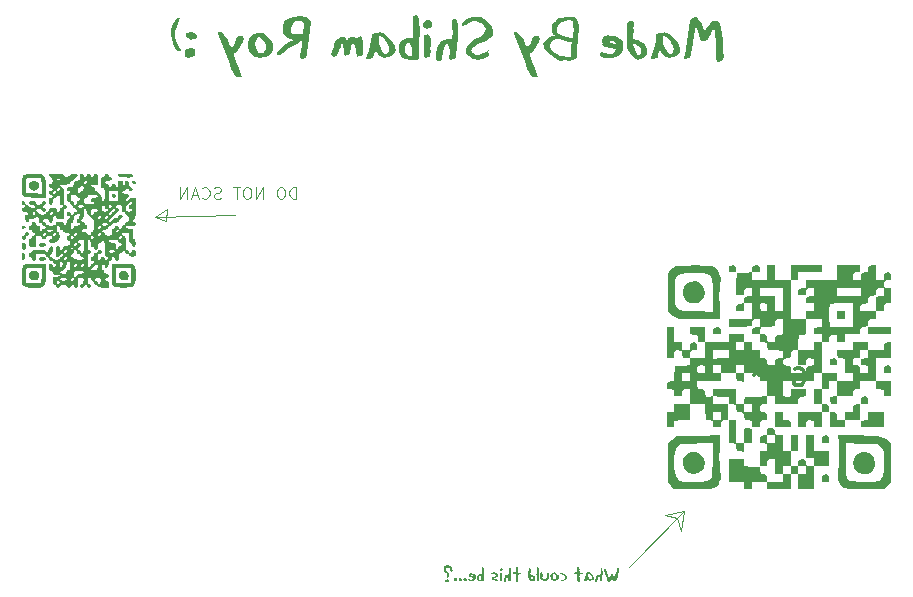
<source format=gbr>
%TF.GenerationSoftware,KiCad,Pcbnew,9.0.0*%
%TF.CreationDate,2025-04-05T15:43:17+05:30*%
%TF.ProjectId,PixelDoro,50697865-6c44-46f7-926f-2e6b69636164,rev?*%
%TF.SameCoordinates,Original*%
%TF.FileFunction,Legend,Bot*%
%TF.FilePolarity,Positive*%
%FSLAX46Y46*%
G04 Gerber Fmt 4.6, Leading zero omitted, Abs format (unit mm)*
G04 Created by KiCad (PCBNEW 9.0.0) date 2025-04-05 15:43:17*
%MOMM*%
%LPD*%
G01*
G04 APERTURE LIST*
%ADD10C,0.100000*%
%ADD11C,0.300000*%
%ADD12C,0.000000*%
G04 APERTURE END LIST*
D10*
X121870000Y-76800000D02*
X121840000Y-77850000D01*
X165060000Y-103020000D02*
X165420000Y-104070000D01*
X127670000Y-77370000D02*
X120880000Y-77500000D01*
X165670000Y-102410000D02*
X164040000Y-102690000D01*
X164040000Y-102690000D02*
X165060000Y-103020000D01*
X161060000Y-107120000D02*
X165670000Y-102410000D01*
X120880000Y-77500000D02*
X121870000Y-76800000D01*
X121840000Y-77850000D02*
X120880000Y-77500000D01*
X165420000Y-104070000D02*
X165670000Y-102410000D01*
G36*
X160199028Y-107242367D02*
G01*
X160155308Y-107213607D01*
X160082890Y-107227957D01*
X160055952Y-107216562D01*
X160039171Y-107213607D01*
X160024822Y-107242306D01*
X160039171Y-107271676D01*
X160025271Y-107280388D01*
X160006541Y-107321332D01*
X159982015Y-107431344D01*
X159952404Y-107663014D01*
X159879035Y-107804258D01*
X159835058Y-107909596D01*
X159813076Y-107986489D01*
X159806896Y-108041530D01*
X159793993Y-108029361D01*
X159758393Y-107953550D01*
X159676409Y-107721693D01*
X159630299Y-107686888D01*
X159603991Y-107678646D01*
X159572187Y-107683328D01*
X159473565Y-107707344D01*
X159473565Y-107779762D01*
X159467524Y-107813799D01*
X159436999Y-107915222D01*
X159357428Y-108142646D01*
X159343079Y-108142646D01*
X159261859Y-107884896D01*
X159161037Y-107590949D01*
X159038386Y-107257388D01*
X158956971Y-107265909D01*
X158915345Y-107277155D01*
X158897581Y-107288762D01*
X158892878Y-107300436D01*
X158926968Y-107434717D01*
X158983111Y-107615453D01*
X159067084Y-107852730D01*
X159143107Y-108086325D01*
X159206021Y-108240649D01*
X159257530Y-108335929D01*
X159299359Y-108389331D01*
X159361389Y-108383426D01*
X159410394Y-108367106D01*
X159449185Y-108341421D01*
X159479588Y-108305944D01*
X159502203Y-108258845D01*
X159560271Y-108159778D01*
X159584285Y-108107991D01*
X159589642Y-108084577D01*
X159618340Y-108084577D01*
X159664173Y-108171106D01*
X159697543Y-108248193D01*
X159720129Y-108316913D01*
X159743759Y-108321380D01*
X159749499Y-108331263D01*
X159815041Y-108324950D01*
X159869613Y-108307110D01*
X159915457Y-108278397D01*
X159954037Y-108238118D01*
X159985871Y-108184313D01*
X160010472Y-108113948D01*
X160022520Y-108106892D01*
X160041043Y-108073836D01*
X160069466Y-107986238D01*
X160111190Y-107803877D01*
X160170329Y-107475436D01*
X160175379Y-107411055D01*
X160199028Y-107242367D01*
G37*
G36*
X158797074Y-107502302D02*
G01*
X158783111Y-107353425D01*
X158767330Y-107266967D01*
X158751786Y-107222290D01*
X158737696Y-107203046D01*
X158724656Y-107197976D01*
X158637217Y-107197976D01*
X158633558Y-107228900D01*
X158622868Y-107256167D01*
X158634044Y-107435910D01*
X158637217Y-107561348D01*
X158637217Y-107619539D01*
X158633451Y-107687885D01*
X158623391Y-107739934D01*
X158608518Y-107778968D01*
X158581580Y-107767574D01*
X158564799Y-107764619D01*
X158475100Y-107769807D01*
X158404420Y-107783905D01*
X158349256Y-107805183D01*
X158306674Y-107832629D01*
X158274455Y-107866041D01*
X158235822Y-107957011D01*
X158203353Y-108056658D01*
X158177370Y-108165789D01*
X158158318Y-108285284D01*
X158173400Y-108285284D01*
X158158318Y-108313860D01*
X158202037Y-108386034D01*
X158255566Y-108381379D01*
X158291308Y-108369448D01*
X158314298Y-108352123D01*
X158327767Y-108329438D01*
X158332524Y-108299572D01*
X158363746Y-108141495D01*
X158396359Y-108027943D01*
X158429129Y-107949439D01*
X158461224Y-107897739D01*
X158492381Y-107865980D01*
X158535483Y-107978800D01*
X158558103Y-108068772D01*
X158564799Y-108140204D01*
X158550450Y-108313738D01*
X158594169Y-108342986D01*
X158652957Y-108337645D01*
X158692531Y-108323877D01*
X158718285Y-108303683D01*
X158733563Y-108276915D01*
X158739005Y-108241320D01*
X158771871Y-107978891D01*
X158790917Y-107732899D01*
X158797074Y-107502302D01*
G37*
G36*
X157669872Y-107580850D02*
G01*
X157707614Y-107594204D01*
X157757698Y-107620760D01*
X157862893Y-107707969D01*
X157941325Y-107789058D01*
X157997319Y-107864783D01*
X158034482Y-107936078D01*
X158055577Y-108004068D01*
X158062391Y-108070045D01*
X158055396Y-108116949D01*
X158034550Y-108158583D01*
X157998044Y-108196664D01*
X157941667Y-108231666D01*
X157859303Y-108262812D01*
X157743349Y-108288276D01*
X157712889Y-108283257D01*
X157674375Y-108265879D01*
X157625029Y-108231325D01*
X157561893Y-108173323D01*
X157481765Y-108084394D01*
X157477092Y-108116304D01*
X157453066Y-108215736D01*
X157431635Y-108258060D01*
X157404296Y-108289635D01*
X157370695Y-108312181D01*
X157329560Y-108326286D01*
X157278860Y-108331324D01*
X157251302Y-108313930D01*
X157238624Y-108299963D01*
X157235141Y-108288215D01*
X157299016Y-108104046D01*
X157344371Y-107946597D01*
X157373899Y-107812754D01*
X157378669Y-107779335D01*
X157583492Y-107779335D01*
X157590170Y-107863872D01*
X157610174Y-107945959D01*
X157643947Y-108026563D01*
X157692567Y-108106493D01*
X157757698Y-108186366D01*
X157796408Y-108181252D01*
X157827580Y-108166725D01*
X157853053Y-108142570D01*
X157873476Y-108106743D01*
X157888185Y-108055696D01*
X157871298Y-107966011D01*
X157856547Y-107932362D01*
X157844466Y-107925026D01*
X157813757Y-107857280D01*
X157774277Y-107797942D01*
X157725722Y-107746083D01*
X157667315Y-107701153D01*
X157597841Y-107663014D01*
X157583492Y-107663014D01*
X157583492Y-107779335D01*
X157378669Y-107779335D01*
X157390049Y-107699596D01*
X157394998Y-107604396D01*
X157405655Y-107608090D01*
X157409286Y-107619417D01*
X157473527Y-107596788D01*
X157550195Y-107582247D01*
X157641561Y-107577041D01*
X157669872Y-107580850D01*
G37*
G36*
X157139153Y-107678768D02*
G01*
X157115628Y-107644202D01*
X157091847Y-107626346D01*
X157066735Y-107620760D01*
X156964947Y-107649459D01*
X156961360Y-107638697D01*
X156950598Y-107635109D01*
X156950598Y-107663808D01*
X156834460Y-107635109D01*
X156848810Y-107605556D01*
X156837380Y-107578589D01*
X156834460Y-107562325D01*
X156848810Y-107532772D01*
X156845217Y-107521959D01*
X156834460Y-107518361D01*
X156848810Y-107445577D01*
X156845855Y-107428726D01*
X156834460Y-107401674D01*
X156848810Y-107314480D01*
X156848810Y-107284926D01*
X156834710Y-107205020D01*
X156819593Y-107163055D01*
X156805032Y-107144453D01*
X156790741Y-107139357D01*
X156720065Y-107143873D01*
X156682536Y-107154263D01*
X156665305Y-107167291D01*
X156660254Y-107182650D01*
X156645905Y-107270577D01*
X156660254Y-107270577D01*
X156645905Y-107299459D01*
X156645905Y-107591390D01*
X156529767Y-107577041D01*
X156483303Y-107582257D01*
X156369972Y-107605983D01*
X156369972Y-107635659D01*
X156393338Y-107671012D01*
X156399342Y-107694277D01*
X156457411Y-107679928D01*
X156565480Y-107698018D01*
X156619145Y-107713962D01*
X156640731Y-107727050D01*
X156645905Y-107737875D01*
X156645905Y-108142585D01*
X156649600Y-108173869D01*
X156660254Y-108200532D01*
X156648862Y-108227364D01*
X156645905Y-108244129D01*
X156651153Y-108282822D01*
X156666573Y-108316651D01*
X156692957Y-108346954D01*
X156732672Y-108374249D01*
X156810968Y-108359177D01*
X156841610Y-108344258D01*
X156848810Y-108330591D01*
X156837379Y-108303737D01*
X156834460Y-108287543D01*
X156848810Y-108258234D01*
X156837380Y-108231433D01*
X156834460Y-108215247D01*
X156848810Y-108142219D01*
X156834460Y-108113520D01*
X156845112Y-108086850D01*
X156848810Y-108055512D01*
X156834460Y-108055512D01*
X156848810Y-108026142D01*
X156848810Y-108011854D01*
X156845112Y-107980517D01*
X156834460Y-107953846D01*
X156838048Y-107943084D01*
X156848810Y-107939497D01*
X156834460Y-107881489D01*
X156839742Y-107822065D01*
X156852414Y-107788340D01*
X156869770Y-107771100D01*
X156892529Y-107765474D01*
X157032790Y-107737389D01*
X157103255Y-107713606D01*
X157132102Y-107694476D01*
X157139153Y-107678768D01*
G37*
G36*
X155781163Y-107965692D02*
G01*
X155781163Y-107936871D01*
X155748885Y-107872163D01*
X155702932Y-107812556D01*
X155641613Y-107757398D01*
X155562415Y-107706576D01*
X155462121Y-107660511D01*
X155420986Y-107655885D01*
X155287915Y-107631751D01*
X155220175Y-107646511D01*
X155192843Y-107661339D01*
X155186127Y-107675409D01*
X155186127Y-107689698D01*
X155196464Y-107700527D01*
X155258713Y-107725364D01*
X155447100Y-107776343D01*
X155510841Y-107817237D01*
X155555483Y-107857696D01*
X155584793Y-107897918D01*
X155601476Y-107938572D01*
X155606957Y-107980774D01*
X155606957Y-107995184D01*
X155600420Y-108049995D01*
X155581797Y-108095272D01*
X155551063Y-108133269D01*
X155506232Y-108165052D01*
X155443638Y-108190335D01*
X155358297Y-108207546D01*
X155244195Y-108214026D01*
X155244195Y-108228253D01*
X155331634Y-108300000D01*
X155425711Y-108284514D01*
X155524161Y-108256161D01*
X155627806Y-108213737D01*
X155737444Y-108155713D01*
X155760595Y-108106234D01*
X155775667Y-108043908D01*
X155781163Y-107965692D01*
G37*
G36*
X154752783Y-107593170D02*
G01*
X154795909Y-107607191D01*
X154843820Y-107632606D01*
X154950574Y-107716845D01*
X155020558Y-107785302D01*
X155062627Y-107840784D01*
X155084108Y-107886021D01*
X155090444Y-107923743D01*
X155090444Y-108083356D01*
X155048935Y-108146596D01*
X155000899Y-108196974D01*
X154945948Y-108235976D01*
X154883128Y-108264351D01*
X154810990Y-108282062D01*
X154727683Y-108288276D01*
X154698312Y-108288276D01*
X154631549Y-108282350D01*
X154574031Y-108265413D01*
X154523981Y-108237981D01*
X154480147Y-108199545D01*
X154441916Y-108148630D01*
X154409371Y-108082906D01*
X154383270Y-107999338D01*
X154367481Y-107908661D01*
X154567826Y-107908661D01*
X154592000Y-108003848D01*
X154619945Y-108071630D01*
X154650387Y-108118104D01*
X154682833Y-108148193D01*
X154717714Y-108165322D01*
X154756381Y-108171039D01*
X154805051Y-108146307D01*
X154840992Y-108115732D01*
X154866339Y-108079079D01*
X154882001Y-108035161D01*
X154887540Y-107981995D01*
X154887540Y-107938154D01*
X154881788Y-107902065D01*
X154863041Y-107862310D01*
X154827591Y-107817183D01*
X154770107Y-107765234D01*
X154683963Y-107705207D01*
X154661727Y-107719853D01*
X154635592Y-107752203D01*
X154604495Y-107811301D01*
X154567826Y-107908661D01*
X154367481Y-107908661D01*
X154364982Y-107894312D01*
X154393620Y-107763459D01*
X154430260Y-107709798D01*
X154472603Y-107666896D01*
X154521033Y-107633577D01*
X154576403Y-107609279D01*
X154639973Y-107594094D01*
X154713333Y-107588764D01*
X154752783Y-107593170D01*
G37*
G36*
X154268811Y-107936566D02*
G01*
X154254462Y-107835694D01*
X154254462Y-107692262D01*
X154249529Y-107654322D01*
X154235988Y-107626264D01*
X154214111Y-107605571D01*
X154182044Y-107591390D01*
X154107436Y-107601753D01*
X154065907Y-107604396D01*
X154070840Y-107640027D01*
X154080256Y-107647383D01*
X154065907Y-107719495D01*
X154065907Y-107878742D01*
X154058876Y-107951129D01*
X154037751Y-108020971D01*
X154001701Y-108089471D01*
X153948910Y-108157539D01*
X153876680Y-108225750D01*
X153862330Y-108225750D01*
X153801100Y-108180284D01*
X153756814Y-108133515D01*
X153726732Y-108085141D01*
X153709072Y-108034395D01*
X153703145Y-107980102D01*
X153717494Y-107922278D01*
X153703145Y-107893030D01*
X153714576Y-107866290D01*
X153717494Y-107850165D01*
X153703145Y-107850165D01*
X153706782Y-107838894D01*
X153717494Y-107835205D01*
X153706209Y-107712094D01*
X153691500Y-107639017D01*
X153675801Y-107599912D01*
X153660487Y-107582075D01*
X153645137Y-107577041D01*
X153587389Y-107582778D01*
X153547844Y-107597747D01*
X153521479Y-107620174D01*
X153505439Y-107650661D01*
X153499630Y-107692018D01*
X153499630Y-107850226D01*
X153503207Y-107860887D01*
X153513979Y-107864453D01*
X153499630Y-107893030D01*
X153499630Y-107950854D01*
X153503212Y-107961566D01*
X153513979Y-107965143D01*
X153499630Y-107994391D01*
X153505570Y-108042080D01*
X153524286Y-108092317D01*
X153558114Y-108146465D01*
X153610553Y-108205685D01*
X153686063Y-108270928D01*
X153789912Y-108342986D01*
X153819282Y-108342986D01*
X153929943Y-108318211D01*
X154018644Y-108285673D01*
X154088944Y-108246580D01*
X154143800Y-108201529D01*
X154185448Y-108150456D01*
X154215269Y-108092628D01*
X154233684Y-108026706D01*
X154240113Y-107950854D01*
X154268811Y-107936566D01*
G37*
G36*
X153404192Y-108257562D02*
G01*
X153404192Y-108040308D01*
X153375493Y-107764314D01*
X153375493Y-107329195D01*
X153369445Y-107234893D01*
X153355523Y-107184784D01*
X153338049Y-107161749D01*
X153317424Y-107154989D01*
X153270834Y-107159427D01*
X153239189Y-107170937D01*
X153218333Y-107188008D01*
X153205794Y-107210939D01*
X153201287Y-107241756D01*
X153201287Y-107648237D01*
X153186266Y-107720594D01*
X153201287Y-107720594D01*
X153197527Y-107731911D01*
X153186266Y-107735676D01*
X153202356Y-107840356D01*
X153212254Y-107951311D01*
X153215636Y-108069007D01*
X153215636Y-108214515D01*
X153219796Y-108252304D01*
X153231087Y-108280337D01*
X153248796Y-108301027D01*
X153273705Y-108315631D01*
X153302404Y-108315631D01*
X153340162Y-108311484D01*
X153368332Y-108300206D01*
X153389263Y-108282488D01*
X153404192Y-108257562D01*
G37*
G36*
X152672050Y-107246757D02*
G01*
X152687761Y-107267380D01*
X152702469Y-107313357D01*
X152713473Y-107400636D01*
X152698452Y-107472993D01*
X152708347Y-107480542D01*
X152713473Y-107516652D01*
X152698452Y-107545289D01*
X152713473Y-107545289D01*
X152684103Y-107646955D01*
X152684103Y-107762971D01*
X152814764Y-107803737D01*
X152912518Y-107846032D01*
X152983561Y-107888992D01*
X153033228Y-107932187D01*
X153065836Y-107975727D01*
X153084442Y-108020330D01*
X153090584Y-108067297D01*
X153084531Y-108136355D01*
X153067634Y-108192719D01*
X153040911Y-108238918D01*
X153004152Y-108276727D01*
X152955953Y-108306982D01*
X152893862Y-108329475D01*
X152814590Y-108342986D01*
X152758189Y-108314272D01*
X152704328Y-108274904D01*
X152652604Y-108223685D01*
X152602859Y-108158975D01*
X152555184Y-108078750D01*
X152509897Y-107980652D01*
X152510613Y-107922644D01*
X152684103Y-107922644D01*
X152731823Y-108055593D01*
X152772036Y-108137852D01*
X152805570Y-108184145D01*
X152833653Y-108206335D01*
X152858309Y-108212683D01*
X152874725Y-108204422D01*
X152888056Y-108186081D01*
X152897949Y-108152679D01*
X152902028Y-108096667D01*
X152902028Y-108023639D01*
X152876698Y-107986891D01*
X152835303Y-107950535D01*
X152773115Y-107914395D01*
X152684103Y-107878986D01*
X152684103Y-107922644D01*
X152510613Y-107922644D01*
X152513239Y-107710001D01*
X152524918Y-107328279D01*
X152529439Y-107297222D01*
X152542008Y-107274137D01*
X152562885Y-107256975D01*
X152594521Y-107245416D01*
X152641055Y-107240963D01*
X152655404Y-107240963D01*
X152672050Y-107246757D01*
G37*
G36*
X151921149Y-107678768D02*
G01*
X151897624Y-107644202D01*
X151873842Y-107626346D01*
X151848731Y-107620760D01*
X151746943Y-107649459D01*
X151743356Y-107638697D01*
X151732594Y-107635109D01*
X151732594Y-107663808D01*
X151616456Y-107635109D01*
X151630806Y-107605556D01*
X151619375Y-107578589D01*
X151616456Y-107562325D01*
X151630806Y-107532772D01*
X151627213Y-107521959D01*
X151616456Y-107518361D01*
X151630806Y-107445577D01*
X151627850Y-107428726D01*
X151616456Y-107401674D01*
X151630806Y-107314480D01*
X151630806Y-107284926D01*
X151616706Y-107205020D01*
X151601589Y-107163055D01*
X151587028Y-107144453D01*
X151572737Y-107139357D01*
X151502061Y-107143873D01*
X151464532Y-107154263D01*
X151447300Y-107167291D01*
X151442250Y-107182650D01*
X151427901Y-107270577D01*
X151442250Y-107270577D01*
X151427901Y-107299459D01*
X151427901Y-107591390D01*
X151311763Y-107577041D01*
X151265299Y-107582257D01*
X151151967Y-107605983D01*
X151151967Y-107635659D01*
X151175334Y-107671012D01*
X151181338Y-107694277D01*
X151239406Y-107679928D01*
X151347476Y-107698018D01*
X151401140Y-107713962D01*
X151422726Y-107727050D01*
X151427901Y-107737875D01*
X151427901Y-108142585D01*
X151431596Y-108173869D01*
X151442250Y-108200532D01*
X151430858Y-108227364D01*
X151427901Y-108244129D01*
X151433149Y-108282822D01*
X151448568Y-108316651D01*
X151474952Y-108346954D01*
X151514668Y-108374249D01*
X151592964Y-108359177D01*
X151623606Y-108344258D01*
X151630806Y-108330591D01*
X151619375Y-108303737D01*
X151616456Y-108287543D01*
X151630806Y-108258234D01*
X151619376Y-108231433D01*
X151616456Y-108215247D01*
X151630806Y-108142219D01*
X151616456Y-108113520D01*
X151627108Y-108086850D01*
X151630806Y-108055512D01*
X151616456Y-108055512D01*
X151630806Y-108026142D01*
X151630806Y-108011854D01*
X151627108Y-107980517D01*
X151616456Y-107953846D01*
X151620044Y-107943084D01*
X151630806Y-107939497D01*
X151616456Y-107881489D01*
X151621738Y-107822065D01*
X151634410Y-107788340D01*
X151651765Y-107771100D01*
X151674525Y-107765474D01*
X151814786Y-107737389D01*
X151885251Y-107713606D01*
X151914098Y-107694476D01*
X151921149Y-107678768D01*
G37*
G36*
X151056530Y-107502302D02*
G01*
X151042567Y-107353425D01*
X151026786Y-107266967D01*
X151011242Y-107222290D01*
X150997151Y-107203046D01*
X150984112Y-107197976D01*
X150896673Y-107197976D01*
X150893014Y-107228900D01*
X150882323Y-107256167D01*
X150893500Y-107435910D01*
X150896673Y-107561348D01*
X150896673Y-107619539D01*
X150892907Y-107687885D01*
X150882847Y-107739934D01*
X150867974Y-107778968D01*
X150841036Y-107767574D01*
X150824255Y-107764619D01*
X150734556Y-107769807D01*
X150663876Y-107783905D01*
X150608712Y-107805183D01*
X150566130Y-107832629D01*
X150533911Y-107866041D01*
X150495278Y-107957011D01*
X150462809Y-108056658D01*
X150436826Y-108165789D01*
X150417773Y-108285284D01*
X150432855Y-108285284D01*
X150417773Y-108313860D01*
X150461493Y-108386034D01*
X150515022Y-108381379D01*
X150550764Y-108369448D01*
X150573754Y-108352123D01*
X150587222Y-108329438D01*
X150591980Y-108299572D01*
X150623202Y-108141495D01*
X150655815Y-108027943D01*
X150688585Y-107949439D01*
X150720680Y-107897739D01*
X150751837Y-107865980D01*
X150794939Y-107978800D01*
X150817559Y-108068772D01*
X150824255Y-108140204D01*
X150809905Y-108313738D01*
X150853625Y-108342986D01*
X150912413Y-108337645D01*
X150951987Y-108323877D01*
X150977740Y-108303683D01*
X150993018Y-108276915D01*
X150998461Y-108241320D01*
X151031326Y-107978891D01*
X151050373Y-107732899D01*
X151056530Y-107502302D01*
G37*
G36*
X150321847Y-107355573D02*
G01*
X150321847Y-107312648D01*
X150315898Y-107272907D01*
X150300110Y-107247115D01*
X150274474Y-107231284D01*
X150235080Y-107225331D01*
X150165384Y-107239155D01*
X150117610Y-107261140D01*
X150086117Y-107289745D01*
X150067440Y-107325436D01*
X150060874Y-107370594D01*
X150069969Y-107393502D01*
X150089650Y-107417548D01*
X150123632Y-107443472D01*
X150177011Y-107471528D01*
X150234347Y-107465775D01*
X150273686Y-107450746D01*
X150299983Y-107428174D01*
X150316026Y-107397405D01*
X150321847Y-107355573D01*
G37*
G36*
X150278128Y-108141974D02*
G01*
X150278128Y-108083600D01*
X150263778Y-108083600D01*
X150275208Y-108056633D01*
X150278128Y-108040369D01*
X150274477Y-108028945D01*
X150263778Y-108025226D01*
X150278128Y-107952442D01*
X150278128Y-107748499D01*
X150273459Y-107710781D01*
X150260128Y-107679639D01*
X150238047Y-107653526D01*
X150205710Y-107631751D01*
X150131056Y-107643238D01*
X150089572Y-107646161D01*
X150103921Y-107748499D01*
X150103921Y-108025226D01*
X150100908Y-108107732D01*
X150089572Y-108244312D01*
X150161990Y-108288276D01*
X150203808Y-108282421D01*
X150234610Y-108266266D01*
X150257248Y-108239739D01*
X150272344Y-108199986D01*
X150278128Y-108141974D01*
G37*
G36*
X149965252Y-108271423D02*
G01*
X149965252Y-108256463D01*
X149958009Y-108241224D01*
X149926612Y-108219216D01*
X149847837Y-108186850D01*
X149689258Y-108140753D01*
X149627817Y-108099155D01*
X149616840Y-108082929D01*
X149616840Y-108068640D01*
X149626824Y-108058645D01*
X149685664Y-108040635D01*
X149863464Y-108010816D01*
X149908151Y-107975287D01*
X149939361Y-107932811D01*
X149958506Y-107882090D01*
X149965252Y-107820795D01*
X149934910Y-107758851D01*
X149897755Y-107707878D01*
X149853679Y-107666464D01*
X149802032Y-107633761D01*
X149741665Y-107609537D01*
X149671006Y-107594199D01*
X149588142Y-107588764D01*
X149533210Y-107593569D01*
X149449213Y-107611231D01*
X149326496Y-107647383D01*
X149326496Y-107661488D01*
X149341578Y-107733356D01*
X149558771Y-107689637D01*
X149660356Y-107718920D01*
X149715192Y-107745747D01*
X149740311Y-107769626D01*
X149747327Y-107791852D01*
X149747327Y-107850409D01*
X149736019Y-107906837D01*
X149721235Y-107931178D01*
X149704279Y-107937848D01*
X149646210Y-107937848D01*
X149565703Y-107942652D01*
X149506437Y-107955328D01*
X149463733Y-107973852D01*
X149433787Y-107997118D01*
X149413935Y-108025104D01*
X149413935Y-108040064D01*
X149419831Y-108087283D01*
X149437301Y-108130006D01*
X149467229Y-108169615D01*
X149511998Y-108206806D01*
X149575253Y-108241524D01*
X149661655Y-108273027D01*
X149776697Y-108300000D01*
X149820416Y-108300000D01*
X149965252Y-108271423D01*
G37*
G36*
X148674122Y-107096513D02*
G01*
X148696307Y-107131139D01*
X148716217Y-107193720D01*
X148731169Y-107297211D01*
X148737199Y-107457362D01*
X148737199Y-107602198D01*
X148734287Y-107860473D01*
X148722850Y-108329187D01*
X148664436Y-108353032D01*
X148635411Y-108358618D01*
X148476226Y-108342986D01*
X148396787Y-108336020D01*
X148330343Y-108316365D01*
X148274398Y-108284961D01*
X148227189Y-108241467D01*
X148187851Y-108184296D01*
X148156512Y-108110772D01*
X148156512Y-107994513D01*
X148330718Y-107994513D01*
X148330718Y-108125122D01*
X148446856Y-108241381D01*
X148534295Y-108241381D01*
X148529207Y-108125145D01*
X148515150Y-108029169D01*
X148493664Y-107950457D01*
X148465889Y-107886341D01*
X148432506Y-107834534D01*
X148383975Y-107878257D01*
X148353082Y-107918856D01*
X148336114Y-107957202D01*
X148330718Y-107994513D01*
X148156512Y-107994513D01*
X148156512Y-107936444D01*
X148185977Y-107873207D01*
X148222993Y-107823465D01*
X148267676Y-107785172D01*
X148321003Y-107757238D01*
X148384725Y-107739624D01*
X148461205Y-107733356D01*
X148519274Y-107733356D01*
X148562993Y-107762116D01*
X148562993Y-107573499D01*
X148560004Y-107401142D01*
X148548644Y-107108949D01*
X148593329Y-107102497D01*
X148650432Y-107080251D01*
X148674122Y-107096513D01*
G37*
G36*
X147722901Y-107666359D02*
G01*
X147751137Y-107672678D01*
X147756442Y-107678646D01*
X147827926Y-107683967D01*
X147887469Y-107698879D01*
X147937179Y-107722356D01*
X147978693Y-107754168D01*
X148013062Y-107794894D01*
X148040657Y-107845872D01*
X148061135Y-107909089D01*
X148061135Y-108068152D01*
X148032306Y-108128472D01*
X147995308Y-108178678D01*
X147949812Y-108220053D01*
X147894823Y-108253245D01*
X147828755Y-108278219D01*
X147749526Y-108294256D01*
X147654654Y-108300000D01*
X147509818Y-108300000D01*
X147454932Y-108273574D01*
X147420060Y-108243292D01*
X147400364Y-108209076D01*
X147393742Y-108169269D01*
X147393742Y-108154919D01*
X147466099Y-108139776D01*
X147480448Y-108139776D01*
X147514012Y-108144694D01*
X147560987Y-108162379D01*
X147625956Y-108198394D01*
X147640305Y-108198394D01*
X147700350Y-108191855D01*
X147750476Y-108173243D01*
X147792858Y-108142837D01*
X147828733Y-108099283D01*
X147858230Y-108039759D01*
X147669411Y-108008080D01*
X147558005Y-107978587D01*
X147499171Y-107952462D01*
X147473109Y-107930066D01*
X147466099Y-107910066D01*
X147480448Y-107881673D01*
X147469691Y-107878075D01*
X147466180Y-107867506D01*
X147684024Y-107867506D01*
X147858230Y-107910066D01*
X147852576Y-107878221D01*
X147835760Y-107851489D01*
X147805628Y-107828427D01*
X147757332Y-107809287D01*
X147684024Y-107795882D01*
X147684024Y-107867506D01*
X147466180Y-107867506D01*
X147466099Y-107867262D01*
X147466099Y-107779518D01*
X147472481Y-107739187D01*
X147490525Y-107708603D01*
X147521263Y-107685291D01*
X147568962Y-107669262D01*
X147640305Y-107663014D01*
X147722901Y-107666359D01*
G37*
G36*
X147298121Y-108256280D02*
G01*
X147298121Y-108183862D01*
X147292563Y-108147089D01*
X147275419Y-108111384D01*
X147244584Y-108075561D01*
X147196332Y-108039026D01*
X147123914Y-108039026D01*
X147067961Y-108050348D01*
X147043785Y-108065121D01*
X147037147Y-108082074D01*
X147037147Y-108097095D01*
X147051496Y-108125793D01*
X147015010Y-108130269D01*
X146998434Y-108140448D01*
X146993428Y-108155163D01*
X146993428Y-108198211D01*
X147038711Y-108264207D01*
X147076870Y-108303160D01*
X147109411Y-108322848D01*
X147138264Y-108328698D01*
X147226734Y-108306190D01*
X147272853Y-108286709D01*
X147292867Y-108270423D01*
X147298121Y-108256280D01*
G37*
G36*
X146897562Y-108256280D02*
G01*
X146897562Y-108183862D01*
X146892005Y-108147089D01*
X146874861Y-108111384D01*
X146844026Y-108075561D01*
X146795774Y-108039026D01*
X146723356Y-108039026D01*
X146667403Y-108050348D01*
X146643227Y-108065121D01*
X146636589Y-108082074D01*
X146636589Y-108097095D01*
X146650938Y-108125793D01*
X146614451Y-108130269D01*
X146597876Y-108140448D01*
X146592869Y-108155163D01*
X146592869Y-108198211D01*
X146638152Y-108264207D01*
X146676312Y-108303160D01*
X146708853Y-108322848D01*
X146737705Y-108328698D01*
X146826176Y-108306190D01*
X146872295Y-108286709D01*
X146892309Y-108270423D01*
X146897562Y-108256280D01*
G37*
G36*
X146497004Y-108256280D02*
G01*
X146497004Y-108183862D01*
X146491446Y-108147089D01*
X146474302Y-108111384D01*
X146443467Y-108075561D01*
X146395216Y-108039026D01*
X146322798Y-108039026D01*
X146266845Y-108050348D01*
X146242668Y-108065121D01*
X146236031Y-108082074D01*
X146236031Y-108097095D01*
X146250380Y-108125793D01*
X146213893Y-108130269D01*
X146197317Y-108140448D01*
X146192311Y-108155163D01*
X146192311Y-108198211D01*
X146237594Y-108264207D01*
X146275754Y-108303160D01*
X146308295Y-108322848D01*
X146337147Y-108328698D01*
X146425618Y-108306190D01*
X146471736Y-108286709D01*
X146491751Y-108270423D01*
X146497004Y-108256280D01*
G37*
G36*
X146096446Y-107370411D02*
G01*
X146074426Y-107281618D01*
X146049629Y-107213407D01*
X146022874Y-107162102D01*
X145994658Y-107124520D01*
X145938782Y-107069507D01*
X145884430Y-107031093D01*
X145830946Y-107006736D01*
X145777404Y-106994766D01*
X145661266Y-106994766D01*
X145563991Y-107000313D01*
X145496314Y-107014591D01*
X145450912Y-107034811D01*
X145421900Y-107059444D01*
X145405298Y-107088532D01*
X145399621Y-107123726D01*
X145381377Y-107129682D01*
X145363212Y-107150753D01*
X145344628Y-107196904D01*
X145327264Y-107283094D01*
X145327264Y-107456751D01*
X145383052Y-107518826D01*
X145447172Y-107575868D01*
X145520280Y-107628007D01*
X145603197Y-107675226D01*
X145617547Y-107748011D01*
X145617547Y-107981507D01*
X145621034Y-107993296D01*
X145633716Y-108007303D01*
X145661266Y-108024738D01*
X145675615Y-108024738D01*
X145732898Y-108018970D01*
X145772229Y-108003893D01*
X145798545Y-107981231D01*
X145814617Y-107950308D01*
X145820451Y-107908234D01*
X145820451Y-107777320D01*
X145814678Y-107732564D01*
X145796017Y-107682700D01*
X145761440Y-107626017D01*
X145706763Y-107560880D01*
X145626852Y-107485719D01*
X145515758Y-107398988D01*
X145501409Y-107326936D01*
X145501409Y-107297688D01*
X145520622Y-107235705D01*
X145546228Y-107192219D01*
X145577491Y-107162978D01*
X145615146Y-107145481D01*
X145661266Y-107139357D01*
X145743499Y-107155897D01*
X145802762Y-107178358D01*
X145844185Y-107205245D01*
X145871752Y-107236038D01*
X145887969Y-107271309D01*
X145893541Y-107312648D01*
X145897743Y-107406641D01*
X145907885Y-107463441D01*
X145920998Y-107494818D01*
X145935452Y-107509946D01*
X145951610Y-107514515D01*
X146009678Y-107514515D01*
X146025928Y-107507794D01*
X146045053Y-107487587D01*
X146068342Y-107445589D01*
X146096446Y-107370411D01*
G37*
G36*
X145777404Y-108243335D02*
G01*
X145734720Y-108198570D01*
X145701795Y-108177072D01*
X145675615Y-108171039D01*
X145574662Y-108198221D01*
X145519785Y-108224528D01*
X145494311Y-108248966D01*
X145487060Y-108272644D01*
X145484152Y-108288833D01*
X145472772Y-108315631D01*
X145479509Y-108347711D01*
X145500091Y-108374834D01*
X145538660Y-108398367D01*
X145603197Y-108417236D01*
X145660539Y-108406293D01*
X145703581Y-108388005D01*
X145735410Y-108363327D01*
X145758064Y-108332045D01*
X145772286Y-108292811D01*
X145777404Y-108243335D01*
G37*
G36*
X169037084Y-63957568D02*
G01*
X169037084Y-63869274D01*
X169024290Y-63524743D01*
X168992727Y-63304052D01*
X168950989Y-63172083D01*
X168984420Y-62818542D01*
X168994036Y-62562819D01*
X168994036Y-62519771D01*
X168923115Y-61909906D01*
X168838504Y-61483406D01*
X168747203Y-61198367D01*
X168654428Y-61018599D01*
X168562841Y-60914172D01*
X168471418Y-60862889D01*
X168255892Y-60881867D01*
X168092591Y-60933215D01*
X167969698Y-61011948D01*
X167879142Y-61118070D01*
X167817641Y-61256547D01*
X167582451Y-61589341D01*
X167489015Y-61753924D01*
X167469228Y-61822580D01*
X167434931Y-61793250D01*
X167359633Y-61624397D01*
X167209110Y-61125389D01*
X167007935Y-60927793D01*
X166865621Y-60739929D01*
X166772587Y-60559539D01*
X166574130Y-60574047D01*
X166431406Y-60612163D01*
X166331017Y-60668154D01*
X166262931Y-60740044D01*
X166221605Y-60829990D01*
X166206920Y-60943855D01*
X165729364Y-63822562D01*
X165678209Y-63839097D01*
X165650782Y-63867419D01*
X165641254Y-63909940D01*
X165641254Y-63955736D01*
X165651761Y-63991594D01*
X165689867Y-64034102D01*
X165772412Y-64086894D01*
X165815460Y-64086894D01*
X165973838Y-64067781D01*
X166097406Y-64014521D01*
X166194570Y-63928151D01*
X166269043Y-63802984D01*
X166319140Y-63627594D01*
X166338079Y-63386222D01*
X166469237Y-62776409D01*
X166426189Y-62694160D01*
X166686491Y-61254898D01*
X166729539Y-61254898D01*
X166946050Y-62028600D01*
X167081779Y-62397546D01*
X167162270Y-62534606D01*
X167209110Y-62562819D01*
X167426364Y-62562819D01*
X167519321Y-62547031D01*
X167615007Y-62496650D01*
X167717266Y-62402400D01*
X167828377Y-62249747D01*
X167949274Y-62020047D01*
X168079958Y-61691238D01*
X168254164Y-61517032D01*
X168279762Y-61779761D01*
X168428370Y-62823487D01*
X168393899Y-63297590D01*
X168383307Y-63695068D01*
X168383307Y-64000615D01*
X168397303Y-64111894D01*
X168437439Y-64204547D01*
X168504263Y-64283011D01*
X168602576Y-64349211D01*
X168778515Y-64291860D01*
X168898840Y-64223341D01*
X168976946Y-64145895D01*
X169021862Y-64058631D01*
X169037084Y-63957568D01*
G37*
G36*
X164175367Y-61882551D02*
G01*
X164288593Y-61922614D01*
X164438846Y-62002281D01*
X164754429Y-62263907D01*
X164989725Y-62507175D01*
X165157708Y-62734351D01*
X165269197Y-62948236D01*
X165332483Y-63152206D01*
X165352925Y-63350136D01*
X165331938Y-63490849D01*
X165269401Y-63615751D01*
X165159884Y-63729994D01*
X164990753Y-63835000D01*
X164743661Y-63928437D01*
X164395799Y-64004829D01*
X164304418Y-63989772D01*
X164188875Y-63937638D01*
X164040838Y-63833976D01*
X163851431Y-63659969D01*
X163611046Y-63393183D01*
X163597027Y-63488913D01*
X163524951Y-63787208D01*
X163460656Y-63914181D01*
X163378638Y-64008905D01*
X163277838Y-64076543D01*
X163154432Y-64118859D01*
X163002332Y-64133972D01*
X162919657Y-64081791D01*
X162881625Y-64039890D01*
X162871174Y-64004645D01*
X163062800Y-63452138D01*
X163198865Y-62979791D01*
X163287449Y-62578262D01*
X163301757Y-62478005D01*
X163916228Y-62478005D01*
X163936261Y-62731618D01*
X163996272Y-62977879D01*
X164097592Y-63219690D01*
X164243453Y-63459480D01*
X164438846Y-63699098D01*
X164554976Y-63683757D01*
X164648491Y-63640176D01*
X164724910Y-63567710D01*
X164786178Y-63460230D01*
X164830307Y-63307088D01*
X164779645Y-63038035D01*
X164735391Y-62937086D01*
X164699148Y-62915078D01*
X164607022Y-62711840D01*
X164488582Y-62533827D01*
X164342918Y-62378249D01*
X164167695Y-62243459D01*
X163959275Y-62129043D01*
X163916228Y-62129043D01*
X163916228Y-62478005D01*
X163301757Y-62478005D01*
X163335898Y-62238788D01*
X163350744Y-61953189D01*
X163382716Y-61964270D01*
X163393609Y-61998251D01*
X163586333Y-61930366D01*
X163816336Y-61886741D01*
X164090434Y-61871123D01*
X164175367Y-61882551D01*
G37*
G36*
X161327610Y-60880273D02*
G01*
X161374743Y-60942142D01*
X161418865Y-61080072D01*
X161451878Y-61341910D01*
X161406816Y-61558981D01*
X161436500Y-61581626D01*
X161451878Y-61689956D01*
X161406816Y-61775868D01*
X161451878Y-61775868D01*
X161363768Y-62080867D01*
X161363768Y-62428913D01*
X161755751Y-62551213D01*
X162049015Y-62678096D01*
X162262143Y-62806976D01*
X162411144Y-62936562D01*
X162508967Y-63067181D01*
X162564786Y-63200991D01*
X162583211Y-63341892D01*
X162565054Y-63549067D01*
X162514362Y-63718157D01*
X162434192Y-63856754D01*
X162323917Y-63970183D01*
X162179318Y-64060947D01*
X161993044Y-64128427D01*
X161755228Y-64168960D01*
X161586026Y-64082816D01*
X161424444Y-63964714D01*
X161269270Y-63811056D01*
X161120036Y-63616926D01*
X160977010Y-63376251D01*
X160841149Y-63081957D01*
X160843298Y-62907934D01*
X161363768Y-62907934D01*
X161506929Y-63306780D01*
X161627566Y-63553557D01*
X161728170Y-63692435D01*
X161812419Y-63759006D01*
X161886386Y-63778049D01*
X161935634Y-63753266D01*
X161975628Y-63698244D01*
X162005306Y-63598037D01*
X162017545Y-63430003D01*
X162017545Y-63210917D01*
X161941555Y-63100675D01*
X161817369Y-62991606D01*
X161630804Y-62883187D01*
X161363768Y-62776959D01*
X161363768Y-62907934D01*
X160843298Y-62907934D01*
X160851175Y-62270004D01*
X160886212Y-61124839D01*
X160899776Y-61031668D01*
X160937483Y-60962413D01*
X161000114Y-60910926D01*
X161095022Y-60876249D01*
X161234624Y-60862889D01*
X161277672Y-60862889D01*
X161327610Y-60880273D01*
G37*
G36*
X159540317Y-62139079D02*
G01*
X159625024Y-62158034D01*
X159640940Y-62175938D01*
X159855391Y-62191903D01*
X160034020Y-62236638D01*
X160183150Y-62307069D01*
X160307692Y-62402504D01*
X160410798Y-62524683D01*
X160493583Y-62677618D01*
X160555019Y-62867267D01*
X160555019Y-63344457D01*
X160468531Y-63525418D01*
X160357536Y-63676036D01*
X160221048Y-63800159D01*
X160056083Y-63899736D01*
X159857879Y-63974659D01*
X159620190Y-64022769D01*
X159335575Y-64040000D01*
X158901067Y-64040000D01*
X158736409Y-63960724D01*
X158631794Y-63869876D01*
X158572705Y-63767228D01*
X158552838Y-63647807D01*
X158552838Y-63604759D01*
X158769909Y-63559330D01*
X158812957Y-63559330D01*
X158913649Y-63574082D01*
X159054573Y-63627138D01*
X159249480Y-63735184D01*
X159292527Y-63735184D01*
X159472664Y-63715566D01*
X159623040Y-63659730D01*
X159750186Y-63568513D01*
X159857811Y-63437849D01*
X159946304Y-63259277D01*
X159379845Y-63164240D01*
X159045628Y-63075763D01*
X158869126Y-62997386D01*
X158790940Y-62930199D01*
X158769909Y-62870198D01*
X158812957Y-62785019D01*
X158780686Y-62774226D01*
X158770152Y-62742520D01*
X159423686Y-62742520D01*
X159946304Y-62870198D01*
X159929341Y-62774663D01*
X159878892Y-62694469D01*
X159788496Y-62625282D01*
X159643610Y-62567861D01*
X159423686Y-62527648D01*
X159423686Y-62742520D01*
X158770152Y-62742520D01*
X158769909Y-62741788D01*
X158769909Y-62478555D01*
X158789056Y-62357563D01*
X158843188Y-62265811D01*
X158935402Y-62195873D01*
X159078498Y-62147788D01*
X159292527Y-62129043D01*
X159540317Y-62139079D01*
G37*
G36*
X156356628Y-60566972D02*
G01*
X156437451Y-60601304D01*
X156507239Y-60618976D01*
X156575981Y-60677691D01*
X156646888Y-60796720D01*
X156718432Y-61006161D01*
X156785863Y-61344291D01*
X156785863Y-61605692D01*
X156774539Y-61812760D01*
X156744335Y-61969981D01*
X156699767Y-62087461D01*
X156742815Y-62175938D01*
X156629706Y-63567528D01*
X156611657Y-63872754D01*
X156593765Y-63957276D01*
X156536962Y-64036999D01*
X156428018Y-64115541D01*
X156244658Y-64192175D01*
X155957880Y-64262749D01*
X155697578Y-64176653D01*
X155568758Y-64212681D01*
X155218007Y-64262749D01*
X154740451Y-64003546D01*
X154389084Y-63744987D01*
X154137311Y-63520862D01*
X153965737Y-63326587D01*
X153857648Y-63157462D01*
X153799475Y-63008507D01*
X153799007Y-63005020D01*
X154304112Y-63005020D01*
X154434657Y-63299856D01*
X154515890Y-63414588D01*
X154566428Y-63439895D01*
X154767092Y-63596742D01*
X154983398Y-63725089D01*
X155217048Y-63825954D01*
X155470231Y-63899467D01*
X155745557Y-63944862D01*
X156045990Y-63960498D01*
X156132086Y-63960498D01*
X156132086Y-63482759D01*
X156149540Y-63186815D01*
X156220197Y-62615026D01*
X156002943Y-62657890D01*
X155957880Y-62657890D01*
X155179951Y-62434977D01*
X155000936Y-62398688D01*
X154914841Y-62398688D01*
X154768360Y-62419847D01*
X154637424Y-62482875D01*
X154516973Y-62592715D01*
X154405295Y-62761059D01*
X154304112Y-63005020D01*
X153799007Y-63005020D01*
X153781493Y-62874412D01*
X153872290Y-62653784D01*
X153988229Y-62482114D01*
X154128909Y-62351283D01*
X154297079Y-62256564D01*
X154498348Y-62197084D01*
X154740635Y-62175938D01*
X154740635Y-62130509D01*
X154675721Y-62110595D01*
X154591554Y-62035474D01*
X154478318Y-61868375D01*
X154478318Y-61693070D01*
X154914841Y-61693070D01*
X154932316Y-61800944D01*
X154985545Y-61900287D01*
X155081277Y-61995081D01*
X155232638Y-62086278D01*
X155457691Y-62171965D01*
X155778417Y-62247960D01*
X156220197Y-62308379D01*
X156250120Y-62292487D01*
X156283914Y-62224443D01*
X156320085Y-62050443D01*
X156351355Y-61693070D01*
X156316034Y-61269376D01*
X156306292Y-60991482D01*
X156288402Y-60924471D01*
X156232075Y-60871931D01*
X156118601Y-60832595D01*
X155914832Y-60815994D01*
X155617370Y-60870865D01*
X155387791Y-60952040D01*
X155213190Y-61054900D01*
X155083366Y-61177685D01*
X154991500Y-61321717D01*
X154934804Y-61491271D01*
X154914841Y-61693070D01*
X154478318Y-61693070D01*
X154478318Y-61560996D01*
X154494766Y-61388059D01*
X154541770Y-61240069D01*
X154618132Y-61112057D01*
X154725787Y-61000699D01*
X154869595Y-60904654D01*
X154889741Y-60827432D01*
X154955926Y-60755564D01*
X155090227Y-60686243D01*
X155328194Y-60623661D01*
X155715398Y-60576844D01*
X156306292Y-60558073D01*
X156356628Y-60566972D01*
G37*
G36*
X153494446Y-62350694D02*
G01*
X153428256Y-62223244D01*
X153370978Y-62157481D01*
X153320240Y-62131425D01*
X153028318Y-62200887D01*
X152878012Y-62260286D01*
X152814032Y-62309141D01*
X152797622Y-62350694D01*
X152797622Y-62393742D01*
X152808384Y-62426028D01*
X152840669Y-62436789D01*
X152709668Y-62751251D01*
X152594766Y-62952857D01*
X152494528Y-63072091D01*
X152406161Y-63133431D01*
X152363114Y-63133431D01*
X152240143Y-62808553D01*
X152099474Y-62523562D01*
X151942092Y-62274497D01*
X151768396Y-62057949D01*
X151578178Y-61871123D01*
X151275012Y-61871123D01*
X151275012Y-62002281D01*
X152145860Y-64090558D01*
X152272054Y-64565303D01*
X152399095Y-64932581D01*
X152524962Y-65210385D01*
X152648249Y-65414873D01*
X152768360Y-65560205D01*
X152885732Y-65658230D01*
X153320240Y-65615183D01*
X152948026Y-64719795D01*
X152740822Y-64144764D01*
X152646852Y-63800663D01*
X152623415Y-63613002D01*
X152713757Y-63592107D01*
X152827142Y-63517637D01*
X152973920Y-63362458D01*
X153164140Y-63089565D01*
X153408351Y-62653860D01*
X153494446Y-62350694D01*
G37*
G36*
X149508403Y-61994588D02*
G01*
X149465355Y-61994588D01*
X149508403Y-61906294D01*
X149508403Y-61863246D01*
X149488189Y-61634742D01*
X149429147Y-61427392D01*
X149331498Y-61236842D01*
X149192582Y-61059927D01*
X149007045Y-60894901D01*
X148767157Y-60741545D01*
X148463166Y-60601121D01*
X148202864Y-60558073D01*
X148170578Y-60568835D01*
X148159816Y-60601121D01*
X147940547Y-60558073D01*
X147719634Y-60574232D01*
X147518164Y-60621296D01*
X147332904Y-60698357D01*
X147161260Y-60806128D01*
X147001419Y-60946909D01*
X146852445Y-61124473D01*
X146852445Y-61209469D01*
X146983604Y-61296664D01*
X147095456Y-61281170D01*
X147258355Y-61224624D01*
X147490165Y-61108391D01*
X147811404Y-60909783D01*
X148059214Y-60927010D01*
X148274774Y-60976123D01*
X148463142Y-61054649D01*
X148628398Y-61162053D01*
X148773417Y-61299758D01*
X148899689Y-61471053D01*
X148882535Y-61617553D01*
X148828921Y-61770159D01*
X148733081Y-61932493D01*
X148586235Y-62107642D01*
X148377070Y-62298121D01*
X148015786Y-62468541D01*
X147743259Y-62630797D01*
X147543855Y-62784842D01*
X147403972Y-62931305D01*
X147312371Y-63071683D01*
X147260671Y-63208449D01*
X147243906Y-63345006D01*
X147243906Y-63607690D01*
X147452476Y-63831117D01*
X147645447Y-63988746D01*
X147825438Y-64092159D01*
X147995689Y-64150292D01*
X148160000Y-64168960D01*
X148332008Y-64168960D01*
X148503319Y-64154325D01*
X148669741Y-64110395D01*
X148833522Y-64035881D01*
X148996495Y-63927894D01*
X149159991Y-63782079D01*
X149159991Y-63607690D01*
X149073895Y-63607690D01*
X149073895Y-63519396D01*
X149159991Y-63388054D01*
X149159991Y-63345006D01*
X148933545Y-63507158D01*
X148706639Y-63632268D01*
X148477964Y-63723255D01*
X148245912Y-63782079D01*
X148091546Y-63765748D01*
X147962010Y-63719239D01*
X147851961Y-63643385D01*
X147758234Y-63535162D01*
X147680245Y-63388054D01*
X147699169Y-63294862D01*
X147762234Y-63192642D01*
X147886245Y-63075748D01*
X148095812Y-62940340D01*
X148421630Y-62783783D01*
X148899689Y-62604035D01*
X149223404Y-62372144D01*
X149402985Y-62203835D01*
X149486093Y-62082993D01*
X149508403Y-61994588D01*
G37*
G36*
X146565765Y-61646908D02*
G01*
X146523878Y-61200276D01*
X146476535Y-60940903D01*
X146429902Y-60806870D01*
X146387631Y-60749138D01*
X146348511Y-60733928D01*
X146086195Y-60733928D01*
X146075219Y-60826700D01*
X146043147Y-60908501D01*
X146076676Y-61447732D01*
X146086195Y-61824045D01*
X146086195Y-61998618D01*
X146074897Y-62203657D01*
X146044717Y-62359804D01*
X146000099Y-62476906D01*
X145919284Y-62442722D01*
X145868941Y-62433859D01*
X145599844Y-62449422D01*
X145387804Y-62491716D01*
X145222312Y-62555551D01*
X145094567Y-62637889D01*
X144997909Y-62738124D01*
X144882011Y-63011033D01*
X144784603Y-63309975D01*
X144706655Y-63637369D01*
X144649497Y-63995853D01*
X144694743Y-63995853D01*
X144649497Y-64081582D01*
X144780655Y-64298103D01*
X144941242Y-64284138D01*
X145048468Y-64248345D01*
X145117439Y-64196369D01*
X145157844Y-64128315D01*
X145172116Y-64038717D01*
X145265783Y-63564487D01*
X145363622Y-63223830D01*
X145461932Y-62988317D01*
X145558216Y-62833218D01*
X145651687Y-62737941D01*
X145780993Y-63076401D01*
X145848853Y-63346317D01*
X145868941Y-63560612D01*
X145825893Y-64081215D01*
X145957051Y-64168960D01*
X146133416Y-64152935D01*
X146252138Y-64111632D01*
X146329398Y-64051050D01*
X146375232Y-63970746D01*
X146391559Y-63863961D01*
X146490156Y-63076673D01*
X146547294Y-62338698D01*
X146565765Y-61646908D01*
G37*
G36*
X144361718Y-61206721D02*
G01*
X144361718Y-61077944D01*
X144343870Y-60958721D01*
X144296508Y-60881346D01*
X144219600Y-60833852D01*
X144101416Y-60815994D01*
X143892328Y-60857466D01*
X143749005Y-60923422D01*
X143654528Y-61009237D01*
X143598496Y-61116308D01*
X143578797Y-61251784D01*
X143606083Y-61320506D01*
X143665128Y-61392644D01*
X143767074Y-61470416D01*
X143927210Y-61554584D01*
X144099216Y-61537326D01*
X144217234Y-61492238D01*
X144296125Y-61424522D01*
X144344255Y-61332215D01*
X144361718Y-61206721D01*
G37*
G36*
X144230560Y-63565924D02*
G01*
X144230560Y-63390802D01*
X144187512Y-63390802D01*
X144221802Y-63309899D01*
X144230560Y-63261109D01*
X144219607Y-63226837D01*
X144187512Y-63215680D01*
X144230560Y-62997327D01*
X144230560Y-62385498D01*
X144216552Y-62272344D01*
X144176559Y-62178917D01*
X144110319Y-62100579D01*
X144013306Y-62035254D01*
X143789345Y-62069716D01*
X143664893Y-62078485D01*
X143707941Y-62385498D01*
X143707941Y-63215680D01*
X143698902Y-63463196D01*
X143664893Y-63872937D01*
X143882147Y-64004829D01*
X144007600Y-63987265D01*
X144100008Y-63938799D01*
X144167920Y-63859217D01*
X144213209Y-63739958D01*
X144230560Y-63565924D01*
G37*
G36*
X143102702Y-60429539D02*
G01*
X143169258Y-60533417D01*
X143228988Y-60721160D01*
X143273844Y-61031634D01*
X143291934Y-61512086D01*
X143291934Y-61946594D01*
X143283196Y-62721419D01*
X143248886Y-64127561D01*
X143073645Y-64199097D01*
X142986570Y-64215854D01*
X142509014Y-64168960D01*
X142270698Y-64148061D01*
X142071366Y-64089096D01*
X141903531Y-63994884D01*
X141761902Y-63864401D01*
X141643889Y-63692890D01*
X141549872Y-63472318D01*
X141549872Y-63123539D01*
X142072491Y-63123539D01*
X142072491Y-63515366D01*
X142420903Y-63864145D01*
X142683220Y-63864145D01*
X142667957Y-63515435D01*
X142625785Y-63227507D01*
X142561327Y-62991372D01*
X142478003Y-62799023D01*
X142377855Y-62643602D01*
X142232260Y-62774773D01*
X142139582Y-62896570D01*
X142088679Y-63011608D01*
X142072491Y-63123539D01*
X141549872Y-63123539D01*
X141549872Y-62949333D01*
X141638267Y-62759622D01*
X141749316Y-62610395D01*
X141883363Y-62495518D01*
X142043346Y-62411714D01*
X142234510Y-62358872D01*
X142463951Y-62340069D01*
X142638157Y-62340069D01*
X142769316Y-62426348D01*
X142769316Y-61860498D01*
X142760349Y-61343428D01*
X142726268Y-60466849D01*
X142860324Y-60447493D01*
X143031632Y-60380753D01*
X143102702Y-60429539D01*
G37*
G36*
X140086183Y-61882551D02*
G01*
X140199410Y-61922614D01*
X140349663Y-62002281D01*
X140665246Y-62263907D01*
X140900541Y-62507175D01*
X141068525Y-62734351D01*
X141180014Y-62948236D01*
X141243300Y-63152206D01*
X141263742Y-63350136D01*
X141242755Y-63490849D01*
X141180217Y-63615751D01*
X141070701Y-63729994D01*
X140901570Y-63835000D01*
X140654477Y-63928437D01*
X140306615Y-64004829D01*
X140215235Y-63989772D01*
X140099692Y-63937638D01*
X139951655Y-63833976D01*
X139762248Y-63659969D01*
X139521863Y-63393183D01*
X139507843Y-63488913D01*
X139435767Y-63787208D01*
X139371472Y-63914181D01*
X139289455Y-64008905D01*
X139188654Y-64076543D01*
X139065249Y-64118859D01*
X138913148Y-64133972D01*
X138830474Y-64081791D01*
X138792441Y-64039890D01*
X138781990Y-64004645D01*
X138973617Y-63452138D01*
X139109682Y-62979791D01*
X139198266Y-62578262D01*
X139212574Y-62478005D01*
X139827044Y-62478005D01*
X139847078Y-62731618D01*
X139907088Y-62977879D01*
X140008409Y-63219690D01*
X140154269Y-63459480D01*
X140349663Y-63699098D01*
X140465793Y-63683757D01*
X140559308Y-63640176D01*
X140635727Y-63567710D01*
X140696994Y-63460230D01*
X140741123Y-63307088D01*
X140690461Y-63038035D01*
X140646208Y-62937086D01*
X140609965Y-62915078D01*
X140517839Y-62711840D01*
X140399399Y-62533827D01*
X140253734Y-62378249D01*
X140078512Y-62243459D01*
X139870092Y-62129043D01*
X139827044Y-62129043D01*
X139827044Y-62478005D01*
X139212574Y-62478005D01*
X139246715Y-62238788D01*
X139261561Y-61953189D01*
X139293533Y-61964270D01*
X139304426Y-61998251D01*
X139497149Y-61930366D01*
X139727153Y-61886741D01*
X140001250Y-61871123D01*
X140086183Y-61882551D01*
G37*
G36*
X138494028Y-63562810D02*
G01*
X138494028Y-62954462D01*
X138480714Y-62602107D01*
X138448887Y-62393208D01*
X138408539Y-62281280D01*
X138365668Y-62229786D01*
X138319822Y-62214956D01*
X138147437Y-62233127D01*
X138045596Y-62277970D01*
X137990365Y-62342680D01*
X137971409Y-62432210D01*
X137928361Y-62432210D01*
X137911383Y-62352204D01*
X137877617Y-62300511D01*
X137827223Y-62269408D01*
X137754155Y-62258004D01*
X137500610Y-62272374D01*
X137342617Y-62307645D01*
X137251007Y-62354818D01*
X137203691Y-62409864D01*
X137188489Y-62475258D01*
X137100378Y-62475258D01*
X137082682Y-62382985D01*
X137032605Y-62318417D01*
X136943639Y-62275181D01*
X136797028Y-62258004D01*
X136635781Y-62274487D01*
X136495424Y-62322063D01*
X136371424Y-62400486D01*
X136260940Y-62512895D01*
X136163133Y-62665495D01*
X136079216Y-62867067D01*
X136012276Y-63128485D01*
X135838070Y-63737016D01*
X135881585Y-63840014D01*
X135938748Y-63893498D01*
X136012276Y-63911039D01*
X136128930Y-63894277D01*
X136231001Y-63844761D01*
X136322803Y-63758994D01*
X136405651Y-63627863D01*
X136477766Y-63437750D01*
X136534712Y-63171533D01*
X136569175Y-63153187D01*
X136612338Y-63072883D01*
X136665870Y-62866352D01*
X136797028Y-62866352D01*
X136873787Y-63434607D01*
X136935261Y-63703981D01*
X136981047Y-63803863D01*
X137014282Y-63824944D01*
X137149380Y-63809870D01*
X137253310Y-63768324D01*
X137333510Y-63702140D01*
X137393822Y-63608130D01*
X137433804Y-63478662D01*
X137448790Y-63302691D01*
X137468625Y-63182204D01*
X137579949Y-62737391D01*
X137622997Y-62737391D01*
X137677586Y-62757403D01*
X137741281Y-62833524D01*
X137818673Y-63008202D01*
X137910173Y-63342049D01*
X138014457Y-63911039D01*
X138207883Y-63893007D01*
X138338722Y-63846374D01*
X138424455Y-63777562D01*
X138475689Y-63685688D01*
X138494028Y-63562810D01*
G37*
G36*
X133275636Y-60484054D02*
G01*
X133320859Y-60500269D01*
X133331406Y-60518689D01*
X133549292Y-60539724D01*
X133724973Y-60598393D01*
X133867350Y-60691632D01*
X133982165Y-60821364D01*
X134071278Y-60994230D01*
X134071278Y-61082524D01*
X134046165Y-61592582D01*
X133953903Y-62389683D01*
X133765914Y-63567023D01*
X133750360Y-63761198D01*
X133709131Y-63902729D01*
X133647618Y-64004171D01*
X133566982Y-64074524D01*
X133463944Y-64118105D01*
X133331406Y-64133789D01*
X133200247Y-63961231D01*
X133200247Y-63829890D01*
X133305129Y-63062063D01*
X133331406Y-62651296D01*
X133331406Y-62565200D01*
X133243295Y-62565200D01*
X132906265Y-62810408D01*
X132559041Y-63012971D01*
X132200256Y-63175013D01*
X131931152Y-63473201D01*
X131737678Y-63641301D01*
X131600776Y-63720284D01*
X131503431Y-63741596D01*
X131329225Y-63741596D01*
X131198066Y-63655317D01*
X131198066Y-63523975D01*
X131653774Y-63096988D01*
X131993896Y-62823100D01*
X132242575Y-62663837D01*
X132421164Y-62586534D01*
X132548485Y-62565200D01*
X132548485Y-62476906D01*
X132373933Y-62420847D01*
X132187506Y-62315350D01*
X131985204Y-62149763D01*
X131763733Y-61910141D01*
X131763733Y-61604043D01*
X132417327Y-61604043D01*
X132417327Y-61823862D01*
X132470971Y-61922143D01*
X132538148Y-61988091D01*
X132620426Y-62027600D01*
X132722691Y-62041482D01*
X133417501Y-62041482D01*
X133505612Y-61168803D01*
X133399501Y-61028371D01*
X133285847Y-60935208D01*
X133162767Y-60881114D01*
X133026041Y-60862889D01*
X132903812Y-60879665D01*
X132792812Y-60929756D01*
X132689151Y-61016824D01*
X132591191Y-61149383D01*
X132499654Y-61339913D01*
X132417327Y-61604043D01*
X131763733Y-61604043D01*
X131763733Y-61214598D01*
X131784331Y-61068213D01*
X131845385Y-60938485D01*
X131951231Y-60820252D01*
X132112790Y-60711724D01*
X132346293Y-60614616D01*
X132672132Y-60533665D01*
X133114152Y-60476008D01*
X133157199Y-60476008D01*
X133275636Y-60484054D01*
G37*
G36*
X129898768Y-61919512D02*
G01*
X130028147Y-61961573D01*
X130171880Y-62037819D01*
X130492143Y-62290536D01*
X130702093Y-62495906D01*
X130828301Y-62662354D01*
X130892745Y-62798063D01*
X130911753Y-62911231D01*
X130911753Y-63390069D01*
X130787226Y-63579790D01*
X130643118Y-63730923D01*
X130478263Y-63847928D01*
X130289803Y-63933055D01*
X130073389Y-63986186D01*
X129823468Y-64004829D01*
X129735357Y-64004829D01*
X129535067Y-63987050D01*
X129362512Y-63936241D01*
X129212362Y-63853943D01*
X129080860Y-63738637D01*
X128966168Y-63585891D01*
X128868532Y-63388719D01*
X128790231Y-63138015D01*
X128742862Y-62865985D01*
X129343897Y-62865985D01*
X129416420Y-63151544D01*
X129500253Y-63354890D01*
X129591580Y-63494314D01*
X129688918Y-63584580D01*
X129793562Y-63635967D01*
X129909563Y-63653119D01*
X130055572Y-63578922D01*
X130163395Y-63487198D01*
X130239437Y-63377239D01*
X130286421Y-63245484D01*
X130303039Y-63085987D01*
X130303039Y-62954462D01*
X130285785Y-62846196D01*
X130229542Y-62726931D01*
X130123191Y-62591551D01*
X129950742Y-62435703D01*
X129692309Y-62255622D01*
X129625601Y-62299561D01*
X129547197Y-62396611D01*
X129453904Y-62573905D01*
X129343897Y-62865985D01*
X128742862Y-62865985D01*
X128735366Y-62822937D01*
X128821278Y-62430378D01*
X128931200Y-62269395D01*
X129058230Y-62140688D01*
X129203520Y-62040731D01*
X129369629Y-61967837D01*
X129560337Y-61922283D01*
X129780420Y-61906294D01*
X129898768Y-61919512D01*
G37*
G36*
X128446854Y-62350694D02*
G01*
X128380664Y-62223244D01*
X128323385Y-62157481D01*
X128272648Y-62131425D01*
X127980726Y-62200887D01*
X127830419Y-62260286D01*
X127766440Y-62309141D01*
X127750029Y-62350694D01*
X127750029Y-62393742D01*
X127760791Y-62426028D01*
X127793077Y-62436789D01*
X127662076Y-62751251D01*
X127547173Y-62952857D01*
X127446936Y-63072091D01*
X127358569Y-63133431D01*
X127315521Y-63133431D01*
X127192551Y-62808553D01*
X127051882Y-62523562D01*
X126894500Y-62274497D01*
X126720803Y-62057949D01*
X126530586Y-61871123D01*
X126227419Y-61871123D01*
X126227419Y-62002281D01*
X127098267Y-64090558D01*
X127224461Y-64565303D01*
X127351503Y-64932581D01*
X127477370Y-65210385D01*
X127600657Y-65414873D01*
X127720767Y-65560205D01*
X127838140Y-65658230D01*
X128272648Y-65615183D01*
X127900434Y-64719795D01*
X127693229Y-64144764D01*
X127599259Y-63800663D01*
X127575823Y-63613002D01*
X127666165Y-63592107D01*
X127779550Y-63517637D01*
X127926327Y-63362458D01*
X128116547Y-63089565D01*
X128360758Y-62653860D01*
X128446854Y-62350694D01*
G37*
G36*
X124460811Y-62255073D02*
G01*
X124460811Y-62123914D01*
X124335183Y-61976381D01*
X124223091Y-61884759D01*
X124121463Y-61835784D01*
X124026303Y-61820565D01*
X123546732Y-61906660D01*
X123546732Y-62080867D01*
X123561689Y-62142204D01*
X123616170Y-62222203D01*
X123731892Y-62329362D01*
X123938192Y-62472327D01*
X124124193Y-62456323D01*
X124267569Y-62412750D01*
X124377610Y-62345618D01*
X124460811Y-62255073D01*
G37*
G36*
X124286605Y-63779698D02*
G01*
X124286605Y-63343175D01*
X124274034Y-63304045D01*
X124224774Y-63248786D01*
X124112398Y-63168968D01*
X123827808Y-63187831D01*
X123646327Y-63234761D01*
X123537283Y-63299231D01*
X123478294Y-63377581D01*
X123458621Y-63474333D01*
X123424437Y-63555148D01*
X123415573Y-63605491D01*
X123431236Y-63727564D01*
X123477802Y-63838633D01*
X123557844Y-63942196D01*
X123677890Y-64040000D01*
X124016269Y-63959967D01*
X124191566Y-63889863D01*
X124266976Y-63830947D01*
X124286605Y-63779698D01*
G37*
G36*
X123130176Y-63382192D02*
G01*
X122932333Y-63084586D01*
X122785830Y-62798968D01*
X122685314Y-62523119D01*
X122626754Y-62254584D01*
X122607557Y-61990741D01*
X122624171Y-61833139D01*
X122686767Y-61580296D01*
X122817850Y-61196493D01*
X123044080Y-60640139D01*
X122781763Y-60640139D01*
X122589462Y-60894637D01*
X122443850Y-61154741D01*
X122341313Y-61422376D01*
X122279848Y-61700049D01*
X122259145Y-61990741D01*
X122259145Y-62033789D01*
X122307680Y-62440402D01*
X122379511Y-62757596D01*
X122469109Y-63000886D01*
X122572520Y-63183882D01*
X122687685Y-63317943D01*
X122814717Y-63411673D01*
X122955969Y-63470303D01*
X123044080Y-63470303D01*
X123092768Y-63460067D01*
X123119978Y-63432405D01*
X123130176Y-63382192D01*
G37*
X132846115Y-75962419D02*
X132846115Y-74962419D01*
X132846115Y-74962419D02*
X132608020Y-74962419D01*
X132608020Y-74962419D02*
X132465163Y-75010038D01*
X132465163Y-75010038D02*
X132369925Y-75105276D01*
X132369925Y-75105276D02*
X132322306Y-75200514D01*
X132322306Y-75200514D02*
X132274687Y-75390990D01*
X132274687Y-75390990D02*
X132274687Y-75533847D01*
X132274687Y-75533847D02*
X132322306Y-75724323D01*
X132322306Y-75724323D02*
X132369925Y-75819561D01*
X132369925Y-75819561D02*
X132465163Y-75914800D01*
X132465163Y-75914800D02*
X132608020Y-75962419D01*
X132608020Y-75962419D02*
X132846115Y-75962419D01*
X131655639Y-74962419D02*
X131465163Y-74962419D01*
X131465163Y-74962419D02*
X131369925Y-75010038D01*
X131369925Y-75010038D02*
X131274687Y-75105276D01*
X131274687Y-75105276D02*
X131227068Y-75295752D01*
X131227068Y-75295752D02*
X131227068Y-75629085D01*
X131227068Y-75629085D02*
X131274687Y-75819561D01*
X131274687Y-75819561D02*
X131369925Y-75914800D01*
X131369925Y-75914800D02*
X131465163Y-75962419D01*
X131465163Y-75962419D02*
X131655639Y-75962419D01*
X131655639Y-75962419D02*
X131750877Y-75914800D01*
X131750877Y-75914800D02*
X131846115Y-75819561D01*
X131846115Y-75819561D02*
X131893734Y-75629085D01*
X131893734Y-75629085D02*
X131893734Y-75295752D01*
X131893734Y-75295752D02*
X131846115Y-75105276D01*
X131846115Y-75105276D02*
X131750877Y-75010038D01*
X131750877Y-75010038D02*
X131655639Y-74962419D01*
X130036591Y-75962419D02*
X130036591Y-74962419D01*
X130036591Y-74962419D02*
X129465163Y-75962419D01*
X129465163Y-75962419D02*
X129465163Y-74962419D01*
X128798496Y-74962419D02*
X128608020Y-74962419D01*
X128608020Y-74962419D02*
X128512782Y-75010038D01*
X128512782Y-75010038D02*
X128417544Y-75105276D01*
X128417544Y-75105276D02*
X128369925Y-75295752D01*
X128369925Y-75295752D02*
X128369925Y-75629085D01*
X128369925Y-75629085D02*
X128417544Y-75819561D01*
X128417544Y-75819561D02*
X128512782Y-75914800D01*
X128512782Y-75914800D02*
X128608020Y-75962419D01*
X128608020Y-75962419D02*
X128798496Y-75962419D01*
X128798496Y-75962419D02*
X128893734Y-75914800D01*
X128893734Y-75914800D02*
X128988972Y-75819561D01*
X128988972Y-75819561D02*
X129036591Y-75629085D01*
X129036591Y-75629085D02*
X129036591Y-75295752D01*
X129036591Y-75295752D02*
X128988972Y-75105276D01*
X128988972Y-75105276D02*
X128893734Y-75010038D01*
X128893734Y-75010038D02*
X128798496Y-74962419D01*
X128084210Y-74962419D02*
X127512782Y-74962419D01*
X127798496Y-75962419D02*
X127798496Y-74962419D01*
X126465162Y-75914800D02*
X126322305Y-75962419D01*
X126322305Y-75962419D02*
X126084210Y-75962419D01*
X126084210Y-75962419D02*
X125988972Y-75914800D01*
X125988972Y-75914800D02*
X125941353Y-75867180D01*
X125941353Y-75867180D02*
X125893734Y-75771942D01*
X125893734Y-75771942D02*
X125893734Y-75676704D01*
X125893734Y-75676704D02*
X125941353Y-75581466D01*
X125941353Y-75581466D02*
X125988972Y-75533847D01*
X125988972Y-75533847D02*
X126084210Y-75486228D01*
X126084210Y-75486228D02*
X126274686Y-75438609D01*
X126274686Y-75438609D02*
X126369924Y-75390990D01*
X126369924Y-75390990D02*
X126417543Y-75343371D01*
X126417543Y-75343371D02*
X126465162Y-75248133D01*
X126465162Y-75248133D02*
X126465162Y-75152895D01*
X126465162Y-75152895D02*
X126417543Y-75057657D01*
X126417543Y-75057657D02*
X126369924Y-75010038D01*
X126369924Y-75010038D02*
X126274686Y-74962419D01*
X126274686Y-74962419D02*
X126036591Y-74962419D01*
X126036591Y-74962419D02*
X125893734Y-75010038D01*
X124893734Y-75867180D02*
X124941353Y-75914800D01*
X124941353Y-75914800D02*
X125084210Y-75962419D01*
X125084210Y-75962419D02*
X125179448Y-75962419D01*
X125179448Y-75962419D02*
X125322305Y-75914800D01*
X125322305Y-75914800D02*
X125417543Y-75819561D01*
X125417543Y-75819561D02*
X125465162Y-75724323D01*
X125465162Y-75724323D02*
X125512781Y-75533847D01*
X125512781Y-75533847D02*
X125512781Y-75390990D01*
X125512781Y-75390990D02*
X125465162Y-75200514D01*
X125465162Y-75200514D02*
X125417543Y-75105276D01*
X125417543Y-75105276D02*
X125322305Y-75010038D01*
X125322305Y-75010038D02*
X125179448Y-74962419D01*
X125179448Y-74962419D02*
X125084210Y-74962419D01*
X125084210Y-74962419D02*
X124941353Y-75010038D01*
X124941353Y-75010038D02*
X124893734Y-75057657D01*
X124512781Y-75676704D02*
X124036591Y-75676704D01*
X124608019Y-75962419D02*
X124274686Y-74962419D01*
X124274686Y-74962419D02*
X123941353Y-75962419D01*
X123608019Y-75962419D02*
X123608019Y-74962419D01*
X123608019Y-74962419D02*
X123036591Y-75962419D01*
X123036591Y-75962419D02*
X123036591Y-74962419D01*
D11*
X175071427Y-90329757D02*
X175214285Y-90258328D01*
X175214285Y-90258328D02*
X175428570Y-90258328D01*
X175428570Y-90258328D02*
X175642856Y-90329757D01*
X175642856Y-90329757D02*
X175785713Y-90472614D01*
X175785713Y-90472614D02*
X175857142Y-90615471D01*
X175857142Y-90615471D02*
X175928570Y-90901185D01*
X175928570Y-90901185D02*
X175928570Y-91115471D01*
X175928570Y-91115471D02*
X175857142Y-91401185D01*
X175857142Y-91401185D02*
X175785713Y-91544042D01*
X175785713Y-91544042D02*
X175642856Y-91686900D01*
X175642856Y-91686900D02*
X175428570Y-91758328D01*
X175428570Y-91758328D02*
X175285713Y-91758328D01*
X175285713Y-91758328D02*
X175071427Y-91686900D01*
X175071427Y-91686900D02*
X174999999Y-91615471D01*
X174999999Y-91615471D02*
X174999999Y-91115471D01*
X174999999Y-91115471D02*
X175285713Y-91115471D01*
X174142856Y-90258328D02*
X174142856Y-90615471D01*
X174499999Y-90472614D02*
X174142856Y-90615471D01*
X174142856Y-90615471D02*
X173785713Y-90472614D01*
X174357142Y-90901185D02*
X174142856Y-90615471D01*
X174142856Y-90615471D02*
X173928570Y-90901185D01*
X172999999Y-90258328D02*
X172999999Y-90615471D01*
X173357142Y-90472614D02*
X172999999Y-90615471D01*
X172999999Y-90615471D02*
X172642856Y-90472614D01*
X173214285Y-90901185D02*
X172999999Y-90615471D01*
X172999999Y-90615471D02*
X172785713Y-90901185D01*
X171857142Y-90258328D02*
X171857142Y-90615471D01*
X172214285Y-90472614D02*
X171857142Y-90615471D01*
X171857142Y-90615471D02*
X171499999Y-90472614D01*
X172071428Y-90901185D02*
X171857142Y-90615471D01*
X171857142Y-90615471D02*
X171642856Y-90901185D01*
D12*
%TO.C,G\u002A\u002A\u002A*%
G36*
X175358667Y-96668000D02*
G01*
X175358667Y-97345333D01*
X175062333Y-97345333D01*
X174766000Y-97345333D01*
X174766000Y-96668000D01*
X174766000Y-95990667D01*
X175062333Y-95990667D01*
X175358667Y-95990667D01*
X175358667Y-96668000D01*
G37*
G36*
X179338000Y-85830667D02*
G01*
X179338000Y-86169333D01*
X178999333Y-86169333D01*
X178660667Y-86169333D01*
X178660667Y-85830667D01*
X178660667Y-85492000D01*
X178999333Y-85492000D01*
X179338000Y-85492000D01*
X179338000Y-85830667D01*
G37*
G36*
X183232667Y-87143000D02*
G01*
X183232667Y-87439333D01*
X182259000Y-87439333D01*
X181285333Y-87439333D01*
X181285333Y-87143000D01*
X181285333Y-86846667D01*
X182259000Y-86846667D01*
X183232667Y-86846667D01*
X183232667Y-87143000D01*
G37*
G36*
X170786667Y-91085111D02*
G01*
X170786667Y-91428889D01*
X170469167Y-91402611D01*
X170425904Y-91398867D01*
X170238174Y-91363540D01*
X170156257Y-91268450D01*
X170125389Y-91058833D01*
X170099111Y-90741333D01*
X170442889Y-90741333D01*
X170786667Y-90741333D01*
X170786667Y-91085111D01*
G37*
G36*
X171165079Y-95381629D02*
G01*
X171464000Y-95416526D01*
X171464000Y-96042263D01*
X171464000Y-96668000D01*
X171125333Y-96668000D01*
X170786667Y-96668000D01*
X170786667Y-96047111D01*
X170786750Y-96006630D01*
X170792965Y-95706427D01*
X170807098Y-95484543D01*
X170826412Y-95386477D01*
X170833517Y-95381876D01*
X170956448Y-95368547D01*
X171165079Y-95381629D01*
G37*
G36*
X174088667Y-94382000D02*
G01*
X174088667Y-94720667D01*
X174427333Y-94720667D01*
X174527266Y-94721329D01*
X174692442Y-94742951D01*
X174755747Y-94827268D01*
X174766000Y-95017000D01*
X174766000Y-95313333D01*
X174088667Y-95313333D01*
X173411333Y-95313333D01*
X173411333Y-94678333D01*
X173411333Y-94043333D01*
X173750000Y-94043333D01*
X174088667Y-94043333D01*
X174088667Y-94382000D01*
G37*
G36*
X177390667Y-81893667D02*
G01*
X177390667Y-82190000D01*
X176374667Y-82190000D01*
X175358667Y-82190000D01*
X175358667Y-82528667D01*
X175358004Y-82628599D01*
X175336383Y-82793776D01*
X175252065Y-82857081D01*
X175062333Y-82867333D01*
X174766000Y-82867333D01*
X174766000Y-82232333D01*
X174766000Y-81597333D01*
X176078333Y-81597333D01*
X177390667Y-81597333D01*
X177390667Y-81893667D01*
G37*
G36*
X178660667Y-93027333D02*
G01*
X178660052Y-93122206D01*
X178639132Y-93290169D01*
X178557430Y-93355173D01*
X178373596Y-93366000D01*
X178373330Y-93366000D01*
X178179199Y-93349915D01*
X178090425Y-93267413D01*
X178051629Y-93067079D01*
X178037315Y-92926207D01*
X178051345Y-92764087D01*
X178152034Y-92699984D01*
X178378444Y-92688667D01*
X178660667Y-92688667D01*
X178660667Y-93027333D01*
G37*
G36*
X178453400Y-94044069D02*
G01*
X178596369Y-94068758D01*
X178651547Y-94165137D01*
X178660667Y-94382000D01*
X178660667Y-94720667D01*
X178999333Y-94720667D01*
X179338000Y-94720667D01*
X179338000Y-95017000D01*
X179338000Y-95313333D01*
X178681833Y-95313531D01*
X178025667Y-95313728D01*
X178053522Y-94678531D01*
X178081378Y-94043333D01*
X178371022Y-94043333D01*
X178453400Y-94044069D01*
G37*
G36*
X180608000Y-94043333D02*
G01*
X180608000Y-94720667D01*
X179973000Y-94720667D01*
X179338000Y-94720667D01*
X179338000Y-94382000D01*
X179338000Y-94043333D01*
X179676667Y-94043333D01*
X180015333Y-94043333D01*
X180015333Y-93704667D01*
X180015996Y-93604734D01*
X180037617Y-93439558D01*
X180121935Y-93376253D01*
X180311667Y-93366000D01*
X180608000Y-93366000D01*
X180608000Y-94043333D01*
G37*
G36*
X168600599Y-86847329D02*
G01*
X168765776Y-86868951D01*
X168829080Y-86953268D01*
X168839333Y-87143000D01*
X168838576Y-87230441D01*
X168813866Y-87374971D01*
X168717503Y-87430362D01*
X168500667Y-87439333D01*
X168400734Y-87438671D01*
X168235557Y-87417050D01*
X168172253Y-87332732D01*
X168162000Y-87143000D01*
X168162757Y-87055559D01*
X168187467Y-86911030D01*
X168283830Y-86855638D01*
X168500667Y-86846667D01*
X168600599Y-86847329D01*
G37*
G36*
X169835555Y-81597370D02*
G01*
X170022280Y-81613603D01*
X170096227Y-81695055D01*
X170109333Y-81893667D01*
X170109296Y-81916222D01*
X170093064Y-82102947D01*
X170011612Y-82176894D01*
X169813000Y-82190000D01*
X169790444Y-82189963D01*
X169603719Y-82173731D01*
X169529773Y-82092279D01*
X169516667Y-81893667D01*
X169516703Y-81871111D01*
X169532936Y-81684386D01*
X169614388Y-81610440D01*
X169813000Y-81597333D01*
X169835555Y-81597370D01*
G37*
G36*
X177774441Y-95991424D02*
G01*
X177918970Y-96016134D01*
X177974362Y-96112497D01*
X177983333Y-96329333D01*
X177982671Y-96429266D01*
X177961049Y-96594443D01*
X177876732Y-96657747D01*
X177687000Y-96668000D01*
X177599559Y-96667243D01*
X177455029Y-96642533D01*
X177399638Y-96546170D01*
X177390667Y-96329333D01*
X177391329Y-96229401D01*
X177412950Y-96064224D01*
X177497268Y-96000920D01*
X177687000Y-95990667D01*
X177774441Y-95991424D01*
G37*
G36*
X177774441Y-99293424D02*
G01*
X177918970Y-99318134D01*
X177974362Y-99414497D01*
X177983333Y-99631333D01*
X177982671Y-99731266D01*
X177961049Y-99896443D01*
X177876732Y-99959747D01*
X177687000Y-99970000D01*
X177599559Y-99969243D01*
X177455029Y-99944533D01*
X177399638Y-99848170D01*
X177390667Y-99631333D01*
X177391329Y-99531401D01*
X177412950Y-99366224D01*
X177497268Y-99302920D01*
X177687000Y-99292667D01*
X177774441Y-99293424D01*
G37*
G36*
X176713333Y-96668000D02*
G01*
X176713333Y-97345333D01*
X177348333Y-97345333D01*
X177983333Y-97345333D01*
X177983333Y-97980333D01*
X177983333Y-98615333D01*
X177348333Y-98615333D01*
X176713333Y-98615333D01*
X176713333Y-98276667D01*
X176713333Y-97938000D01*
X176374667Y-97938000D01*
X176036000Y-97938000D01*
X176036000Y-96964333D01*
X176036000Y-95990667D01*
X176374667Y-95990667D01*
X176713333Y-95990667D01*
X176713333Y-96668000D01*
G37*
G36*
X178405569Y-89471601D02*
G01*
X178580847Y-89490641D01*
X178649101Y-89573670D01*
X178660667Y-89767667D01*
X178660380Y-89825909D01*
X178639980Y-89989502D01*
X178551020Y-90053205D01*
X178343167Y-90064000D01*
X178280764Y-90063733D01*
X178105486Y-90044693D01*
X178037232Y-89961664D01*
X178025667Y-89767667D01*
X178025953Y-89709424D01*
X178046353Y-89545832D01*
X178135313Y-89482128D01*
X178343167Y-89471333D01*
X178405569Y-89471601D01*
G37*
G36*
X181076441Y-92689424D02*
G01*
X181220970Y-92714134D01*
X181276362Y-92810497D01*
X181285333Y-93027333D01*
X181284671Y-93127266D01*
X181263049Y-93292443D01*
X181178732Y-93355747D01*
X180989000Y-93366000D01*
X180901559Y-93365243D01*
X180757029Y-93340533D01*
X180701638Y-93244170D01*
X180692667Y-93027333D01*
X180693329Y-92927401D01*
X180714950Y-92762224D01*
X180799268Y-92698920D01*
X180989000Y-92688667D01*
X181076441Y-92689424D01*
G37*
G36*
X182640000Y-94678333D02*
G01*
X182640000Y-95313333D01*
X181666333Y-95313333D01*
X180692667Y-95313333D01*
X180692667Y-95017000D01*
X180692703Y-94994445D01*
X180708936Y-94807720D01*
X180790388Y-94733773D01*
X180989000Y-94720667D01*
X181076441Y-94719910D01*
X181220970Y-94695200D01*
X181276362Y-94598836D01*
X181285333Y-94382000D01*
X181285333Y-94043333D01*
X181962667Y-94043333D01*
X182640000Y-94043333D01*
X182640000Y-94678333D01*
G37*
G36*
X183023774Y-90064757D02*
G01*
X183168304Y-90089467D01*
X183223695Y-90185831D01*
X183232667Y-90402667D01*
X183232004Y-90502599D01*
X183210383Y-90667776D01*
X183126065Y-90731081D01*
X182936333Y-90741333D01*
X182848892Y-90740576D01*
X182704363Y-90715866D01*
X182648971Y-90619503D01*
X182640000Y-90402667D01*
X182640662Y-90302734D01*
X182662284Y-90137558D01*
X182746601Y-90074253D01*
X182936333Y-90064000D01*
X183023774Y-90064757D01*
G37*
G36*
X166980473Y-97511149D02*
G01*
X167234747Y-97732157D01*
X167400539Y-98025995D01*
X167450931Y-98366513D01*
X167359002Y-98727560D01*
X167147933Y-99011407D01*
X166840882Y-99198195D01*
X166489453Y-99263827D01*
X166137735Y-99200443D01*
X165829818Y-99000182D01*
X165646972Y-98729293D01*
X165570337Y-98379212D01*
X165620635Y-98023075D01*
X165790486Y-97707168D01*
X166072510Y-97477780D01*
X166314163Y-97392234D01*
X166664639Y-97389124D01*
X166980473Y-97511149D01*
G37*
G36*
X166928537Y-83039814D02*
G01*
X167212807Y-83258339D01*
X167400437Y-83588324D01*
X167449165Y-83915980D01*
X167367113Y-84263274D01*
X167159221Y-84548952D01*
X166848739Y-84742737D01*
X166458918Y-84814350D01*
X166274434Y-84795808D01*
X165959192Y-84659359D01*
X165727252Y-84420654D01*
X165591257Y-84115967D01*
X165563851Y-83781575D01*
X165657676Y-83453751D01*
X165885375Y-83168771D01*
X165892502Y-83162828D01*
X166228723Y-82981075D01*
X166587288Y-82943732D01*
X166928537Y-83039814D01*
G37*
G36*
X181061703Y-97371889D02*
G01*
X181319321Y-97463390D01*
X181611586Y-97643591D01*
X181812151Y-97936843D01*
X181878000Y-98331343D01*
X181846970Y-98584730D01*
X181695234Y-98903785D01*
X181447622Y-99130461D01*
X181138302Y-99253529D01*
X180801445Y-99261760D01*
X180471220Y-99143923D01*
X180181797Y-98888788D01*
X180061223Y-98659947D01*
X180019476Y-98317515D01*
X180095769Y-97971190D01*
X180276978Y-97671571D01*
X180549979Y-97469256D01*
X180629116Y-97435655D01*
X180861774Y-97362414D01*
X181061703Y-97371889D01*
G37*
G36*
X170109333Y-95694333D02*
G01*
X170109333Y-96668000D01*
X170448000Y-96668000D01*
X170786667Y-96668000D01*
X170786667Y-97011778D01*
X170786667Y-97355555D01*
X170469167Y-97329278D01*
X170425904Y-97325533D01*
X170238174Y-97290206D01*
X170156257Y-97195117D01*
X170125389Y-96985500D01*
X170121476Y-96940251D01*
X170087709Y-96755542D01*
X169999910Y-96681521D01*
X169807889Y-96668000D01*
X169516667Y-96668000D01*
X169516667Y-95694333D01*
X169516667Y-94720667D01*
X169813000Y-94720667D01*
X170109333Y-94720667D01*
X170109333Y-95694333D01*
G37*
G36*
X177687000Y-93366000D02*
G01*
X177774441Y-93366757D01*
X177918970Y-93391467D01*
X177974362Y-93487831D01*
X177983333Y-93704667D01*
X177982671Y-93804599D01*
X177961049Y-93969776D01*
X177876732Y-94033081D01*
X177687000Y-94043333D01*
X177390667Y-94043333D01*
X177390667Y-93704667D01*
X177390667Y-93366000D01*
X177687000Y-93366000D01*
G37*
G36*
X177390667Y-92731000D02*
G01*
X177390667Y-93366000D01*
X177052000Y-93366000D01*
X176713333Y-93366000D01*
X176713333Y-92731000D01*
X176713333Y-92096000D01*
X177052000Y-92096000D01*
X177390667Y-92096000D01*
X177390667Y-92731000D01*
G37*
G36*
X177390667Y-94678333D02*
G01*
X177390667Y-95313333D01*
X177052000Y-95313333D01*
X176952067Y-95312671D01*
X176786891Y-95291050D01*
X176723586Y-95206732D01*
X176713333Y-95017000D01*
X176712576Y-94929559D01*
X176687866Y-94785030D01*
X176591503Y-94729638D01*
X176374667Y-94720667D01*
X176274734Y-94721329D01*
X176109557Y-94742951D01*
X176046253Y-94827268D01*
X176036000Y-95017000D01*
X176035243Y-95104441D01*
X176010533Y-95248971D01*
X175914169Y-95304362D01*
X175697333Y-95313333D01*
X175358667Y-95313333D01*
X175358667Y-94678333D01*
X175358667Y-94043333D01*
X176374667Y-94043333D01*
X177390667Y-94043333D01*
X177390667Y-94678333D01*
G37*
G36*
X164860000Y-87481667D02*
G01*
X164860000Y-88116667D01*
X165198667Y-88116667D01*
X165537333Y-88116667D01*
X165537333Y-88455333D01*
X165537333Y-88794000D01*
X165876000Y-88794000D01*
X166214667Y-88794000D01*
X166214667Y-88455333D01*
X166215329Y-88355401D01*
X166236950Y-88190224D01*
X166321268Y-88126920D01*
X166511000Y-88116667D01*
X166598441Y-88117424D01*
X166742970Y-88142134D01*
X166798362Y-88238497D01*
X166807333Y-88455333D01*
X166806696Y-88552526D01*
X166785461Y-88719212D01*
X166702587Y-88783437D01*
X166516111Y-88794000D01*
X166474591Y-88794184D01*
X166303502Y-88814330D01*
X166228238Y-88903373D01*
X166198611Y-89111500D01*
X166194402Y-89160056D01*
X166160405Y-89342949D01*
X166071280Y-89415857D01*
X165876000Y-89429000D01*
X165830664Y-89428796D01*
X165658292Y-89408589D01*
X165582876Y-89319563D01*
X165553389Y-89111500D01*
X165545761Y-89026608D01*
X165508923Y-88866075D01*
X165409262Y-88804192D01*
X165193556Y-88794000D01*
X165078574Y-88794814D01*
X164925048Y-88819568D01*
X164868238Y-88915892D01*
X164860000Y-89132667D01*
X164859337Y-89232599D01*
X164837716Y-89397776D01*
X164753398Y-89461081D01*
X164563667Y-89471333D01*
X164267333Y-89471333D01*
X164267333Y-88159000D01*
X164267333Y-86846667D01*
X164563667Y-86846667D01*
X164860000Y-86846667D01*
X164860000Y-87481667D01*
G37*
G36*
X168694454Y-97203703D02*
G01*
X168678859Y-97859233D01*
X168695297Y-98497936D01*
X168750224Y-98972789D01*
X168800607Y-99271510D01*
X168812182Y-99495201D01*
X168775325Y-99686191D01*
X168685325Y-99912742D01*
X168611372Y-100069341D01*
X168500706Y-100245783D01*
X168361822Y-100375175D01*
X168171230Y-100464097D01*
X167905437Y-100519128D01*
X167540954Y-100546849D01*
X167054289Y-100553838D01*
X166421952Y-100546675D01*
X164862840Y-100520333D01*
X164586253Y-100243539D01*
X164309667Y-99966744D01*
X164309667Y-98638717D01*
X164866596Y-98638717D01*
X164909074Y-99101178D01*
X165002059Y-99444622D01*
X165148797Y-99689873D01*
X165160540Y-99703486D01*
X165244315Y-99791223D01*
X165337300Y-99850738D01*
X165471519Y-99887758D01*
X165678997Y-99908010D01*
X165991759Y-99917222D01*
X166441829Y-99921120D01*
X166762094Y-99920522D01*
X167238612Y-99903073D01*
X167582373Y-99859396D01*
X167816572Y-99783586D01*
X167964405Y-99669737D01*
X168049070Y-99511944D01*
X168060554Y-99453064D01*
X168080192Y-99232066D01*
X168096611Y-98893933D01*
X168108356Y-98472503D01*
X168113973Y-98001616D01*
X168119667Y-96668231D01*
X166849667Y-96673483D01*
X166646948Y-96675182D01*
X166205248Y-96685013D01*
X165828780Y-96701632D01*
X165552242Y-96723240D01*
X165410333Y-96748040D01*
X165303718Y-96797699D01*
X165113864Y-96943905D01*
X164988929Y-97161125D01*
X164914389Y-97481684D01*
X164875723Y-97937902D01*
X164871379Y-98036415D01*
X164866596Y-98638717D01*
X164309667Y-98638717D01*
X164309667Y-98319000D01*
X164309667Y-96671257D01*
X164573714Y-96407209D01*
X164627154Y-96357501D01*
X164878470Y-96180843D01*
X165124047Y-96075581D01*
X165129513Y-96074353D01*
X165310822Y-96052913D01*
X165627958Y-96033452D01*
X166049186Y-96017209D01*
X166542768Y-96005423D01*
X167076968Y-95999333D01*
X168743603Y-95990667D01*
X168694454Y-97203703D01*
G37*
G36*
X180380698Y-95992687D02*
G01*
X180660121Y-95993501D01*
X181276953Y-96001049D01*
X181757078Y-96019499D01*
X182123975Y-96052695D01*
X182401125Y-96104480D01*
X182612007Y-96178698D01*
X182780099Y-96279192D01*
X182928882Y-96409805D01*
X183190333Y-96671257D01*
X183190333Y-98319000D01*
X183190333Y-99966744D01*
X182913746Y-100243539D01*
X182637159Y-100520333D01*
X181078048Y-100546675D01*
X180615141Y-100552909D01*
X180088158Y-100550755D01*
X179690252Y-100529801D01*
X179397930Y-100483467D01*
X179187703Y-100405174D01*
X179036079Y-100288341D01*
X178919566Y-100126391D01*
X178814675Y-99912742D01*
X178728930Y-99699317D01*
X178688707Y-99508082D01*
X178697227Y-99288659D01*
X178749776Y-98972789D01*
X178798108Y-98589861D01*
X178821063Y-97978947D01*
X178805546Y-97203703D01*
X178783411Y-96657388D01*
X179380333Y-96657388D01*
X179386027Y-97996194D01*
X179388276Y-98260723D01*
X179397423Y-98709406D01*
X179411878Y-99090003D01*
X179430195Y-99368765D01*
X179450930Y-99511944D01*
X179490149Y-99602864D01*
X179606001Y-99736223D01*
X179797534Y-99828822D01*
X180087942Y-99886568D01*
X180500422Y-99915366D01*
X181058171Y-99921120D01*
X181124800Y-99920717D01*
X181555436Y-99916456D01*
X181852878Y-99906147D01*
X182049152Y-99884061D01*
X182176280Y-99844472D01*
X182266289Y-99781651D01*
X182351203Y-99689873D01*
X182380165Y-99654107D01*
X182516899Y-99395392D01*
X182600931Y-99036021D01*
X182635528Y-98554943D01*
X182623951Y-97931109D01*
X182610955Y-97688681D01*
X182584353Y-97397086D01*
X182541192Y-97204385D01*
X182469693Y-97066670D01*
X182358077Y-96940033D01*
X182273901Y-96859443D01*
X182184023Y-96796409D01*
X182066605Y-96752923D01*
X181893294Y-96724454D01*
X181635736Y-96706474D01*
X181265578Y-96694452D01*
X180754469Y-96683861D01*
X179380333Y-96657388D01*
X178783411Y-96657388D01*
X178756397Y-95990667D01*
X180380698Y-95992687D01*
G37*
G36*
X167367098Y-81608729D02*
G01*
X167781488Y-81631615D01*
X168085617Y-81678202D01*
X168303776Y-81755774D01*
X168460253Y-81871617D01*
X168579340Y-82033017D01*
X168685325Y-82247259D01*
X168771069Y-82460684D01*
X168811292Y-82651918D01*
X168802773Y-82871341D01*
X168750224Y-83187211D01*
X168701892Y-83570139D01*
X168678936Y-84181053D01*
X168694454Y-84956298D01*
X168743603Y-86169333D01*
X167119301Y-86167314D01*
X166839878Y-86166499D01*
X166223047Y-86158952D01*
X165742922Y-86140502D01*
X165376024Y-86107306D01*
X165098874Y-86055520D01*
X164887993Y-85981302D01*
X164719900Y-85880808D01*
X164571118Y-85750195D01*
X164309667Y-85488744D01*
X164309667Y-83887618D01*
X164902333Y-83887618D01*
X164902341Y-83963656D01*
X164904073Y-84389767D01*
X164912931Y-84684618D01*
X164934777Y-84881383D01*
X164975473Y-85013237D01*
X165040882Y-85113354D01*
X165136864Y-85214909D01*
X165225966Y-85300380D01*
X165316335Y-85363819D01*
X165433990Y-85407449D01*
X165607334Y-85435884D01*
X165864770Y-85453736D01*
X166234701Y-85465617D01*
X166745531Y-85476140D01*
X168119667Y-85502613D01*
X168113973Y-84163806D01*
X168110227Y-83667011D01*
X168099934Y-83228184D01*
X168079093Y-82911750D01*
X168043350Y-82692533D01*
X167988351Y-82545353D01*
X167909743Y-82445031D01*
X167803171Y-82366391D01*
X167619648Y-82302350D01*
X167277475Y-82252420D01*
X166807392Y-82226001D01*
X166336182Y-82217740D01*
X165833517Y-82231831D01*
X165464089Y-82291123D01*
X165207521Y-82413387D01*
X165043438Y-82616397D01*
X164951462Y-82917924D01*
X164911219Y-83335740D01*
X164902333Y-83887618D01*
X164309667Y-83887618D01*
X164309667Y-83846193D01*
X164309783Y-83493180D01*
X164311717Y-83015639D01*
X164318309Y-82667190D01*
X164332422Y-82422535D01*
X164356917Y-82256376D01*
X164394659Y-82143414D01*
X164448510Y-82058354D01*
X164521333Y-81975896D01*
X164536970Y-81959359D01*
X164729640Y-81787431D01*
X164902333Y-81678108D01*
X164995267Y-81659918D01*
X165242105Y-81638466D01*
X165602311Y-81620806D01*
X166044270Y-81608398D01*
X166536371Y-81602700D01*
X166818157Y-81602257D01*
X167367098Y-81608729D01*
G37*
G36*
X173112412Y-95381629D02*
G01*
X173112689Y-95381661D01*
X173312879Y-95420480D01*
X173395289Y-95509332D01*
X173411333Y-95703597D01*
X173412059Y-95784015D01*
X173436739Y-95926389D01*
X173533125Y-95981489D01*
X173750000Y-95990667D01*
X174088667Y-95990667D01*
X174088667Y-96668000D01*
X174088667Y-97345333D01*
X174427333Y-97345333D01*
X174766000Y-97345333D01*
X174766000Y-97980333D01*
X174766000Y-98615333D01*
X175062333Y-98615333D01*
X175084889Y-98615297D01*
X175271614Y-98599064D01*
X175345560Y-98517612D01*
X175358667Y-98319000D01*
X175359424Y-98231559D01*
X175384134Y-98087030D01*
X175480497Y-98031638D01*
X175697333Y-98022667D01*
X175797266Y-98023329D01*
X175962442Y-98044951D01*
X176025747Y-98129268D01*
X176036000Y-98319000D01*
X176036757Y-98406441D01*
X176061467Y-98550971D01*
X176157830Y-98606362D01*
X176374667Y-98615333D01*
X176713333Y-98615333D01*
X176713333Y-99589000D01*
X176713333Y-100562667D01*
X176036000Y-100562667D01*
X175358667Y-100562667D01*
X175358667Y-99927667D01*
X175358667Y-99292667D01*
X175697333Y-99292667D01*
X176036000Y-99292667D01*
X176036000Y-98954000D01*
X176036000Y-98615333D01*
X175697333Y-98615333D01*
X175358667Y-98615333D01*
X175358667Y-98954000D01*
X175358667Y-99292667D01*
X175062333Y-99292667D01*
X174766000Y-99292667D01*
X174766000Y-99927667D01*
X174766000Y-100562667D01*
X173750000Y-100562667D01*
X172734000Y-100562667D01*
X172734000Y-100266333D01*
X172734000Y-99970000D01*
X172099000Y-99970000D01*
X171464000Y-99970000D01*
X171464000Y-100266333D01*
X171463243Y-100353774D01*
X171438533Y-100498304D01*
X171342169Y-100553696D01*
X171125333Y-100562667D01*
X171025401Y-100562004D01*
X170860224Y-100540383D01*
X170796919Y-100456065D01*
X170786667Y-100266333D01*
X170786667Y-99970000D01*
X170151667Y-99970000D01*
X169516667Y-99970000D01*
X169516667Y-98996333D01*
X169516667Y-98022667D01*
X170151667Y-98022667D01*
X170786667Y-98022667D01*
X170786667Y-98315439D01*
X170786667Y-98608211D01*
X171442833Y-98632939D01*
X172099000Y-98657667D01*
X172125277Y-98975167D01*
X172129191Y-99020416D01*
X172162957Y-99205125D01*
X172250757Y-99279146D01*
X172442777Y-99292667D01*
X172526354Y-99293408D01*
X172669689Y-99318102D01*
X172724916Y-99414477D01*
X172734000Y-99631333D01*
X172734000Y-99970000D01*
X173411333Y-99970000D01*
X174088667Y-99970000D01*
X174088667Y-99631333D01*
X174088667Y-99292667D01*
X174427333Y-99292667D01*
X174766000Y-99292667D01*
X174766000Y-98954000D01*
X174766000Y-98615333D01*
X174427333Y-98615333D01*
X174088667Y-98615333D01*
X174088667Y-98954000D01*
X174088667Y-99292667D01*
X173750000Y-99292667D01*
X173411333Y-99292667D01*
X173411333Y-98954000D01*
X173411333Y-98610223D01*
X173411333Y-97927778D01*
X173093833Y-97954056D01*
X173050571Y-97957800D01*
X172862841Y-97993127D01*
X172780924Y-98088217D01*
X172750056Y-98297833D01*
X172746142Y-98343083D01*
X172712376Y-98527792D01*
X172624576Y-98601813D01*
X172432556Y-98615333D01*
X172141333Y-98615333D01*
X172141333Y-97980333D01*
X172141333Y-97345333D01*
X172437667Y-97345333D01*
X172525107Y-97344576D01*
X172669637Y-97319866D01*
X172725029Y-97223503D01*
X172734000Y-97006667D01*
X172733337Y-96906734D01*
X172711716Y-96741558D01*
X172627398Y-96678253D01*
X172437667Y-96668000D01*
X172734000Y-96668000D01*
X173072667Y-96668000D01*
X173411333Y-96668000D01*
X173411333Y-96329333D01*
X173411333Y-95990667D01*
X173072667Y-95990667D01*
X172734000Y-95990667D01*
X172734000Y-96329333D01*
X172734000Y-96668000D01*
X172437667Y-96668000D01*
X172350226Y-96667243D01*
X172205696Y-96642533D01*
X172150304Y-96546170D01*
X172141333Y-96329333D01*
X172141996Y-96229401D01*
X172163617Y-96064224D01*
X172247935Y-96000920D01*
X172437667Y-95990667D01*
X172451842Y-95990651D01*
X172643128Y-95975330D01*
X172719915Y-95897705D01*
X172734000Y-95708445D01*
X172734095Y-95688796D01*
X172746604Y-95490130D01*
X172773745Y-95386477D01*
X172780850Y-95381876D01*
X172903781Y-95368547D01*
X173112412Y-95381629D01*
G37*
G36*
X173411333Y-82232333D02*
G01*
X173411333Y-82867333D01*
X174088667Y-82867333D01*
X174766000Y-82867333D01*
X174766000Y-84518333D01*
X174766000Y-86169333D01*
X175401000Y-86169333D01*
X176036000Y-86169333D01*
X176036000Y-85830667D01*
X176036000Y-85542511D01*
X177995158Y-85542511D01*
X178001367Y-85921057D01*
X178025667Y-86804333D01*
X178999333Y-86804333D01*
X179973000Y-86804333D01*
X179996853Y-85809500D01*
X180020707Y-84814667D01*
X179041696Y-84814667D01*
X178988127Y-84814719D01*
X178549721Y-84821286D01*
X178256590Y-84840489D01*
X178087164Y-84874684D01*
X178019877Y-84926224D01*
X178008177Y-85000329D01*
X177997683Y-85221867D01*
X177995158Y-85542511D01*
X176036000Y-85542511D01*
X176036000Y-85492000D01*
X176374667Y-85492000D01*
X176713333Y-85492000D01*
X176713333Y-85153333D01*
X176713333Y-84814667D01*
X176374667Y-84814667D01*
X176274734Y-84814004D01*
X176109557Y-84792383D01*
X176046253Y-84708065D01*
X176036000Y-84518333D01*
X176036757Y-84430893D01*
X176061467Y-84286363D01*
X176157830Y-84230971D01*
X176244773Y-84227374D01*
X178660667Y-84227374D01*
X179655500Y-84203520D01*
X180650333Y-84179667D01*
X180676611Y-83862167D01*
X180702888Y-83544667D01*
X179681777Y-83544667D01*
X178660667Y-83544667D01*
X178660667Y-83886020D01*
X178660667Y-84227374D01*
X176244773Y-84227374D01*
X176374667Y-84222000D01*
X176713333Y-84222000D01*
X176713333Y-83886020D01*
X176713333Y-83883333D01*
X176713333Y-83544667D01*
X176374667Y-83544667D01*
X176274734Y-83545329D01*
X176109557Y-83566951D01*
X176046253Y-83651268D01*
X176036000Y-83841000D01*
X176035243Y-83928441D01*
X176010533Y-84072971D01*
X175914169Y-84128362D01*
X175697333Y-84137333D01*
X175597401Y-84136671D01*
X175432224Y-84115050D01*
X175368919Y-84030732D01*
X175358667Y-83841000D01*
X175359424Y-83753559D01*
X175384134Y-83609030D01*
X175480497Y-83553638D01*
X175697333Y-83544667D01*
X176036000Y-83544667D01*
X176036000Y-83206000D01*
X176036000Y-82867333D01*
X177348333Y-82867333D01*
X178660667Y-82867333D01*
X178660667Y-82232333D01*
X178660667Y-81597333D01*
X179634333Y-81597333D01*
X180608000Y-81597333D01*
X180608000Y-81893667D01*
X180607963Y-81916222D01*
X180591731Y-82102947D01*
X180510278Y-82176894D01*
X180311667Y-82190000D01*
X180224226Y-82190757D01*
X180079696Y-82215467D01*
X180024304Y-82311831D01*
X180015333Y-82528667D01*
X180015333Y-82867333D01*
X180354000Y-82867333D01*
X180692667Y-82867333D01*
X180692667Y-82528667D01*
X180693329Y-82428734D01*
X180714950Y-82263558D01*
X180799268Y-82200253D01*
X180989000Y-82190000D01*
X181011555Y-82189963D01*
X181198280Y-82173731D01*
X181272227Y-82092279D01*
X181285333Y-81893667D01*
X181286090Y-81806226D01*
X181310800Y-81661696D01*
X181407164Y-81606305D01*
X181624000Y-81597333D01*
X181962667Y-81597333D01*
X181962667Y-82232333D01*
X181962667Y-82867333D01*
X182301333Y-82867333D01*
X182640000Y-82867333D01*
X182640000Y-82528667D01*
X182640662Y-82428734D01*
X182662284Y-82263558D01*
X182746601Y-82200253D01*
X182936333Y-82190000D01*
X183023774Y-82190757D01*
X183168304Y-82215467D01*
X183223695Y-82311831D01*
X183232667Y-82528667D01*
X183232004Y-82628599D01*
X183210383Y-82793776D01*
X183126065Y-82857081D01*
X182936333Y-82867333D01*
X182848892Y-82868091D01*
X182704363Y-82892801D01*
X182648971Y-82989164D01*
X182640000Y-83206000D01*
X182640662Y-83305933D01*
X182662284Y-83471109D01*
X182746601Y-83534414D01*
X182936333Y-83544667D01*
X183232667Y-83544667D01*
X183232667Y-84179667D01*
X183232667Y-84814667D01*
X182936333Y-84814667D01*
X182848892Y-84815424D01*
X182704363Y-84840134D01*
X182648971Y-84936497D01*
X182640000Y-85153333D01*
X182640000Y-85492000D01*
X182301333Y-85492000D01*
X181962667Y-85492000D01*
X181962667Y-84862111D01*
X181962667Y-84232222D01*
X182280167Y-84205944D01*
X182323429Y-84202200D01*
X182511159Y-84166873D01*
X182593076Y-84071784D01*
X182623944Y-83862167D01*
X182650222Y-83544667D01*
X182306444Y-83544667D01*
X182200473Y-83545419D01*
X182036057Y-83567238D01*
X181972939Y-83650380D01*
X181962667Y-83835889D01*
X181962483Y-83877409D01*
X181942337Y-84048498D01*
X181853294Y-84123762D01*
X181645167Y-84153389D01*
X181604849Y-84156870D01*
X181415514Y-84191964D01*
X181332693Y-84285793D01*
X181301676Y-84492343D01*
X181299040Y-84523043D01*
X181264359Y-84715237D01*
X181170746Y-84799496D01*
X180963010Y-84831010D01*
X180923304Y-84834457D01*
X180736803Y-84869682D01*
X180655049Y-84964794D01*
X180624056Y-85174500D01*
X180597778Y-85492000D01*
X181280222Y-85492000D01*
X181962667Y-85492000D01*
X181962667Y-85830667D01*
X181962667Y-86169333D01*
X181624000Y-86169333D01*
X181526808Y-86169971D01*
X181360121Y-86191206D01*
X181295897Y-86274079D01*
X181285333Y-86460556D01*
X181285150Y-86502075D01*
X181265003Y-86673164D01*
X181175960Y-86748429D01*
X180967833Y-86778056D01*
X180924571Y-86781800D01*
X180736841Y-86817127D01*
X180654924Y-86912217D01*
X180624056Y-87121833D01*
X180597778Y-87439333D01*
X179967889Y-87439333D01*
X179338000Y-87439333D01*
X179338000Y-87778000D01*
X179338000Y-88116667D01*
X178999333Y-88116667D01*
X178660667Y-88116667D01*
X178660667Y-87772889D01*
X178660667Y-87429112D01*
X178343167Y-87455389D01*
X178299904Y-87459134D01*
X178112174Y-87494461D01*
X178030257Y-87589550D01*
X177999389Y-87799167D01*
X177995476Y-87844416D01*
X177961709Y-88029125D01*
X177873910Y-88103146D01*
X177681889Y-88116667D01*
X177390667Y-88116667D01*
X177390667Y-87778000D01*
X177390667Y-87439333D01*
X177052000Y-87439333D01*
X176954808Y-87438696D01*
X176788121Y-87417461D01*
X176723897Y-87334588D01*
X176713333Y-87148111D01*
X176713517Y-87106592D01*
X176733663Y-86935503D01*
X176822706Y-86860238D01*
X177030833Y-86830611D01*
X177074095Y-86826867D01*
X177261826Y-86791540D01*
X177343743Y-86696450D01*
X177374611Y-86486833D01*
X177400888Y-86169333D01*
X176718444Y-86169333D01*
X176036000Y-86169333D01*
X176036000Y-86799223D01*
X176036000Y-87429112D01*
X175718500Y-87455389D01*
X175401000Y-87481667D01*
X175376272Y-88137833D01*
X175351544Y-88794000D01*
X175063883Y-88794000D01*
X175025043Y-88794169D01*
X174854839Y-88814269D01*
X174779672Y-88903325D01*
X174749944Y-89111500D01*
X174746200Y-89154762D01*
X174710873Y-89342493D01*
X174615783Y-89424410D01*
X174406167Y-89455278D01*
X174364381Y-89458882D01*
X174177772Y-89492420D01*
X174102584Y-89578900D01*
X174088667Y-89767667D01*
X174088828Y-89805335D01*
X174108907Y-89975157D01*
X174197969Y-90050283D01*
X174406167Y-90080056D01*
X174449429Y-90083800D01*
X174637159Y-90119127D01*
X174719076Y-90214217D01*
X174749944Y-90423833D01*
X174776222Y-90741333D01*
X175401000Y-90741333D01*
X176025778Y-90741333D01*
X176052056Y-90423833D01*
X176055800Y-90380571D01*
X176091127Y-90192841D01*
X176186216Y-90110924D01*
X176395833Y-90080056D01*
X176441082Y-90076143D01*
X176625791Y-90042376D01*
X176699812Y-89954577D01*
X176713333Y-89762556D01*
X176712592Y-89678980D01*
X176687898Y-89535645D01*
X176591523Y-89480417D01*
X176374667Y-89471333D01*
X176274734Y-89471996D01*
X176109557Y-89493617D01*
X176046253Y-89577935D01*
X176036000Y-89767667D01*
X176035243Y-89855108D01*
X176010533Y-89999637D01*
X175914169Y-90055029D01*
X175697333Y-90064000D01*
X175358667Y-90064000D01*
X175358667Y-89429000D01*
X175358667Y-88794000D01*
X176036000Y-88794000D01*
X176713333Y-88794000D01*
X176713333Y-88455333D01*
X176713333Y-88116667D01*
X177052000Y-88116667D01*
X177390667Y-88116667D01*
X177390667Y-89429000D01*
X177390667Y-90741333D01*
X177052000Y-90741333D01*
X176713333Y-90741333D01*
X176713333Y-91080000D01*
X176713333Y-91418667D01*
X175401000Y-91418667D01*
X174088667Y-91418667D01*
X174088667Y-92044404D01*
X174088667Y-92670141D01*
X174387588Y-92705038D01*
X174528460Y-92719352D01*
X174690579Y-92705322D01*
X174754683Y-92604633D01*
X174766000Y-92378222D01*
X174766000Y-92096000D01*
X175401000Y-92096000D01*
X176036000Y-92096000D01*
X176036000Y-92387223D01*
X176035816Y-92428742D01*
X176015670Y-92599831D01*
X175926627Y-92675095D01*
X175718500Y-92704723D01*
X175675238Y-92708467D01*
X175487507Y-92743794D01*
X175405590Y-92838883D01*
X175374722Y-93048500D01*
X175348445Y-93366000D01*
X174379889Y-93366000D01*
X173411333Y-93366000D01*
X173411333Y-93027333D01*
X173411333Y-92688667D01*
X173072667Y-92688667D01*
X172734000Y-92688667D01*
X172734000Y-93027333D01*
X172733337Y-93127266D01*
X172711716Y-93292443D01*
X172627398Y-93355747D01*
X172437667Y-93366000D01*
X172350226Y-93366757D01*
X172205696Y-93391467D01*
X172150304Y-93487831D01*
X172141333Y-93704667D01*
X172141996Y-93804599D01*
X172163617Y-93969776D01*
X172247935Y-94033081D01*
X172437667Y-94043333D01*
X172525107Y-94044091D01*
X172669637Y-94068801D01*
X172725029Y-94165164D01*
X172734000Y-94382000D01*
X172733234Y-94493902D01*
X172709727Y-94652465D01*
X172618234Y-94711762D01*
X172412334Y-94720667D01*
X172325360Y-94721071D01*
X172163941Y-94740768D01*
X172112129Y-94824044D01*
X172125264Y-95017000D01*
X172137175Y-95128225D01*
X172125711Y-95258445D01*
X172031773Y-95306457D01*
X171811930Y-95313333D01*
X171698905Y-95312483D01*
X171536287Y-95290197D01*
X171474043Y-95206847D01*
X171464000Y-95022111D01*
X171463816Y-94980592D01*
X171443670Y-94809503D01*
X171354627Y-94734238D01*
X171146500Y-94704611D01*
X171106182Y-94701130D01*
X170916847Y-94666037D01*
X170834026Y-94572208D01*
X170803010Y-94365657D01*
X170800373Y-94334958D01*
X170765692Y-94142763D01*
X170672080Y-94058505D01*
X170572071Y-94043333D01*
X170786667Y-94043333D01*
X171125333Y-94043333D01*
X171464000Y-94043333D01*
X171464000Y-93704667D01*
X171464000Y-93366000D01*
X171120222Y-93366000D01*
X170786667Y-93366000D01*
X170786667Y-93704667D01*
X170786667Y-94043333D01*
X170572071Y-94043333D01*
X170464343Y-94026990D01*
X170424638Y-94023543D01*
X170238136Y-93988318D01*
X170156382Y-93893207D01*
X170128517Y-93704667D01*
X170125389Y-93683500D01*
X170121785Y-93641714D01*
X170088247Y-93455106D01*
X170001766Y-93379918D01*
X169813000Y-93366000D01*
X169775332Y-93365838D01*
X169605510Y-93345760D01*
X169530384Y-93256698D01*
X169500611Y-93048500D01*
X169474333Y-92731000D01*
X168818167Y-92706272D01*
X168162000Y-92681544D01*
X168162000Y-93023772D01*
X168162000Y-93366000D01*
X168797000Y-93366000D01*
X169432000Y-93366000D01*
X169432000Y-94043333D01*
X169432000Y-94720667D01*
X169135667Y-94720667D01*
X169113111Y-94720704D01*
X168926386Y-94736936D01*
X168852440Y-94818388D01*
X168839333Y-95017000D01*
X168838576Y-95104441D01*
X168813866Y-95248971D01*
X168717503Y-95304362D01*
X168500667Y-95313333D01*
X168403474Y-95312696D01*
X168236788Y-95291461D01*
X168172563Y-95208588D01*
X168162000Y-95022111D01*
X168161816Y-94980592D01*
X168141670Y-94809503D01*
X168052627Y-94734238D01*
X167957292Y-94720667D01*
X168162000Y-94720667D01*
X168500667Y-94720667D01*
X168839333Y-94720667D01*
X168839333Y-94382000D01*
X168839333Y-94043333D01*
X168500667Y-94043333D01*
X168162000Y-94043333D01*
X168162000Y-94382000D01*
X168162000Y-94720667D01*
X167957292Y-94720667D01*
X167844500Y-94704611D01*
X167527000Y-94678333D01*
X167515833Y-94382000D01*
X167502272Y-94022167D01*
X167477544Y-93366000D01*
X166849666Y-93366000D01*
X166221789Y-93366000D01*
X166197061Y-94022167D01*
X166172333Y-94678333D01*
X165516167Y-94703062D01*
X164860000Y-94727790D01*
X164860000Y-95020562D01*
X164859968Y-95040854D01*
X164843768Y-95226421D01*
X164762303Y-95300153D01*
X164563667Y-95313333D01*
X164267333Y-95313333D01*
X164267333Y-94678333D01*
X164267333Y-94043333D01*
X164563667Y-94043333D01*
X164651107Y-94042576D01*
X164795637Y-94017866D01*
X164851029Y-93921503D01*
X164860000Y-93704667D01*
X164860000Y-93366000D01*
X165537333Y-93366000D01*
X166214667Y-93366000D01*
X166214667Y-92731000D01*
X166214667Y-92096000D01*
X165876000Y-92096000D01*
X165776067Y-92096663D01*
X165610891Y-92118284D01*
X165547586Y-92202602D01*
X165537333Y-92392333D01*
X165536576Y-92479774D01*
X165511866Y-92624304D01*
X165415503Y-92679696D01*
X165198667Y-92688667D01*
X165098734Y-92688004D01*
X164933557Y-92666383D01*
X164870253Y-92582065D01*
X164860000Y-92392333D01*
X164859963Y-92369778D01*
X164843731Y-92183053D01*
X164762278Y-92109107D01*
X164563667Y-92096000D01*
X164476226Y-92095243D01*
X164331696Y-92070533D01*
X164276304Y-91974170D01*
X164267333Y-91757333D01*
X164267978Y-91659298D01*
X164289331Y-91493076D01*
X164372642Y-91429135D01*
X164560105Y-91418667D01*
X164852877Y-91418667D01*
X165537333Y-91418667D01*
X165876000Y-91418667D01*
X166214667Y-91418667D01*
X166797111Y-91418667D01*
X166823389Y-91736167D01*
X166827133Y-91779429D01*
X166862460Y-91967159D01*
X166957550Y-92049076D01*
X167167167Y-92079944D01*
X167202435Y-92082970D01*
X167392611Y-92116111D01*
X167469998Y-92200283D01*
X167484667Y-92383333D01*
X167486823Y-92517867D01*
X167520436Y-92671466D01*
X167630787Y-92721047D01*
X167863079Y-92705038D01*
X167863356Y-92705006D01*
X168063546Y-92666187D01*
X168145956Y-92577335D01*
X168162000Y-92383070D01*
X168162000Y-92096000D01*
X169135667Y-92096000D01*
X170109333Y-92096000D01*
X170109333Y-92731000D01*
X170109333Y-93366000D01*
X170448000Y-93366000D01*
X170776445Y-93366000D01*
X170802722Y-93048500D01*
X170829000Y-92731000D01*
X171781500Y-92707061D01*
X172734000Y-92683121D01*
X172734000Y-92050894D01*
X172734000Y-91418667D01*
X172437667Y-91418667D01*
X172350226Y-91417910D01*
X172205696Y-91393200D01*
X172150304Y-91296836D01*
X172141333Y-91080000D01*
X172141333Y-90741333D01*
X171464000Y-90741333D01*
X170786667Y-90741333D01*
X170786667Y-90402667D01*
X170786667Y-90064000D01*
X170448000Y-90064000D01*
X170109333Y-90064000D01*
X170109333Y-90402667D01*
X170109333Y-90741333D01*
X169474333Y-90741333D01*
X168839333Y-90741333D01*
X168839333Y-90402667D01*
X168839333Y-90064000D01*
X168500667Y-90064000D01*
X168162000Y-90064000D01*
X168162000Y-90402667D01*
X168162000Y-90741333D01*
X168500667Y-90741333D01*
X168839333Y-90741333D01*
X168839333Y-91080000D01*
X168839333Y-91418667D01*
X167818222Y-91418667D01*
X166797111Y-91418667D01*
X166214667Y-91418667D01*
X166214667Y-91080000D01*
X166214667Y-90741333D01*
X165876000Y-90741333D01*
X165537333Y-90741333D01*
X165537333Y-91080000D01*
X165537333Y-91418667D01*
X164852877Y-91418667D01*
X164865640Y-91080000D01*
X164877605Y-90762500D01*
X164889038Y-90459111D01*
X166807333Y-90459111D01*
X166808039Y-90535820D01*
X166832698Y-90677082D01*
X166929099Y-90732043D01*
X167146000Y-90741333D01*
X167484667Y-90741333D01*
X167484667Y-90402667D01*
X167484079Y-90310616D01*
X167463529Y-90141101D01*
X167383195Y-90075149D01*
X167202444Y-90064000D01*
X167108773Y-90065459D01*
X166912389Y-90101291D01*
X166826368Y-90218050D01*
X166807333Y-90459111D01*
X164889038Y-90459111D01*
X164902333Y-90106333D01*
X165558500Y-90081605D01*
X166214667Y-90056877D01*
X166214667Y-89764105D01*
X166214667Y-89478456D01*
X168162000Y-89478456D01*
X168818167Y-89453728D01*
X169474333Y-89429000D01*
X169500611Y-89111500D01*
X169526888Y-88794000D01*
X168844444Y-88794000D01*
X168162000Y-88794000D01*
X168162000Y-89136228D01*
X168162000Y-89478456D01*
X166214667Y-89478456D01*
X166214667Y-89471333D01*
X166849667Y-89471333D01*
X167484667Y-89471333D01*
X167484667Y-89136228D01*
X167484667Y-88794000D01*
X167484667Y-88455333D01*
X167484667Y-88116667D01*
X167193444Y-88116667D01*
X167151925Y-88116483D01*
X166980836Y-88096337D01*
X166905571Y-88007294D01*
X166875944Y-87799167D01*
X166872200Y-87755905D01*
X166836873Y-87568174D01*
X166741783Y-87486257D01*
X166532167Y-87455389D01*
X166486917Y-87451476D01*
X166302208Y-87417710D01*
X166228187Y-87329910D01*
X166214667Y-87137889D01*
X166214667Y-86846667D01*
X166849667Y-86846667D01*
X167484667Y-86846667D01*
X167484667Y-87481667D01*
X167484667Y-88116667D01*
X168500667Y-88116667D01*
X169516667Y-88116667D01*
X169516667Y-87778000D01*
X169516667Y-87439333D01*
X170151667Y-87439333D01*
X170786667Y-87439333D01*
X170786667Y-87778000D01*
X170786667Y-88116667D01*
X170448000Y-88116667D01*
X170109333Y-88116667D01*
X170109333Y-88455333D01*
X170109333Y-88794000D01*
X170448000Y-88794000D01*
X170786667Y-88794000D01*
X170786667Y-88455333D01*
X170786667Y-88116667D01*
X171125333Y-88116667D01*
X171464000Y-88116667D01*
X171464000Y-88455333D01*
X171464000Y-88794000D01*
X171809153Y-88794000D01*
X172154307Y-88794000D01*
X172126653Y-89111500D01*
X172120319Y-89188436D01*
X172126414Y-89357242D01*
X172209880Y-89428089D01*
X172416500Y-89455278D01*
X172461749Y-89459191D01*
X172646458Y-89492957D01*
X172720479Y-89580757D01*
X172734000Y-89772778D01*
X172734741Y-89856354D01*
X172759435Y-89999689D01*
X172855810Y-90054916D01*
X173072667Y-90064000D01*
X173172599Y-90063338D01*
X173337776Y-90041716D01*
X173401080Y-89957399D01*
X173411333Y-89767667D01*
X173412090Y-89680226D01*
X173436800Y-89535696D01*
X173533164Y-89480305D01*
X173750000Y-89471333D01*
X173867343Y-89470528D01*
X174022889Y-89446034D01*
X174080369Y-89350723D01*
X174088667Y-89136228D01*
X174088667Y-88801123D01*
X173432500Y-88776395D01*
X172776333Y-88751667D01*
X172750056Y-88434167D01*
X172746142Y-88388918D01*
X172712376Y-88204209D01*
X172624576Y-88130188D01*
X172432556Y-88116667D01*
X172348979Y-88115926D01*
X172205644Y-88091231D01*
X172150417Y-87994856D01*
X172141333Y-87778000D01*
X172141333Y-87439333D01*
X171802667Y-87439333D01*
X171702734Y-87438671D01*
X171537557Y-87417050D01*
X171474253Y-87332732D01*
X171467145Y-87201196D01*
X172151177Y-87201196D01*
X172157108Y-87366894D01*
X172236428Y-87429574D01*
X172432556Y-87439333D01*
X172523838Y-87440105D01*
X172669573Y-87464827D01*
X172725138Y-87561180D01*
X172734000Y-87778000D01*
X172734801Y-87894744D01*
X172759182Y-88050622D01*
X172854052Y-88108303D01*
X173067556Y-88116667D01*
X173156788Y-88116094D01*
X173327295Y-88093676D01*
X173399755Y-88003688D01*
X173427389Y-87799167D01*
X173431133Y-87755905D01*
X173466460Y-87568174D01*
X173561550Y-87486257D01*
X173771167Y-87455389D01*
X174088667Y-87429112D01*
X174088667Y-86799223D01*
X174088667Y-86169333D01*
X173750000Y-86169333D01*
X173652044Y-86169978D01*
X173485778Y-86191319D01*
X173421810Y-86274589D01*
X173411333Y-86461958D01*
X173411333Y-86754582D01*
X172797500Y-86779458D01*
X172183667Y-86804333D01*
X172157389Y-87121833D01*
X172151177Y-87201196D01*
X171467145Y-87201196D01*
X171464000Y-87143000D01*
X171464757Y-87055559D01*
X171489467Y-86911030D01*
X171585830Y-86855638D01*
X171802667Y-86846667D01*
X172141333Y-86846667D01*
X172141333Y-86508000D01*
X172141333Y-86169333D01*
X171802667Y-86169333D01*
X171705483Y-86169970D01*
X171538792Y-86191204D01*
X171474564Y-86274074D01*
X171464000Y-86460541D01*
X171464000Y-86751749D01*
X170490167Y-86778041D01*
X169516334Y-86804333D01*
X169516500Y-86486833D01*
X169516667Y-86169333D01*
X170490333Y-86169333D01*
X171464000Y-86169333D01*
X171464000Y-85492000D01*
X171464000Y-84960793D01*
X172108939Y-84960793D01*
X172124962Y-85193079D01*
X172124994Y-85193356D01*
X172163813Y-85393546D01*
X172252665Y-85475956D01*
X172446930Y-85492000D01*
X172527348Y-85491275D01*
X172669722Y-85466595D01*
X172724822Y-85370209D01*
X172734000Y-85153333D01*
X172733412Y-85061283D01*
X172712862Y-84891768D01*
X172632528Y-84825816D01*
X172451778Y-84814667D01*
X172313921Y-84816842D01*
X172158905Y-84850457D01*
X172108939Y-84960793D01*
X171464000Y-84960793D01*
X171464000Y-84814667D01*
X171125333Y-84814667D01*
X170786667Y-84814667D01*
X170786667Y-85153333D01*
X170786667Y-85492000D01*
X170442889Y-85492000D01*
X170099111Y-85492000D01*
X170125389Y-85174500D01*
X170129133Y-85131238D01*
X170164460Y-84943508D01*
X170259550Y-84861591D01*
X170469167Y-84830723D01*
X170514416Y-84826809D01*
X170699125Y-84793043D01*
X170773146Y-84705243D01*
X170786667Y-84513223D01*
X170787407Y-84429646D01*
X170812102Y-84286311D01*
X170908477Y-84231084D01*
X171125333Y-84222000D01*
X171464000Y-84222000D01*
X171464000Y-84079929D01*
X172112276Y-84079929D01*
X172129810Y-84182255D01*
X172133706Y-84184841D01*
X172249615Y-84203660D01*
X172483693Y-84216959D01*
X172790444Y-84222000D01*
X173411333Y-84222000D01*
X173411333Y-84857000D01*
X173411333Y-85492000D01*
X173750000Y-85492000D01*
X174088667Y-85492000D01*
X174088667Y-84518333D01*
X174088667Y-83544667D01*
X173124263Y-83544667D01*
X172159859Y-83544667D01*
X172124962Y-83843588D01*
X172120990Y-83880459D01*
X172112276Y-84079929D01*
X171464000Y-84079929D01*
X171464000Y-83883333D01*
X171464000Y-83544667D01*
X171125333Y-83544667D01*
X171025401Y-83545329D01*
X170860224Y-83566951D01*
X170796919Y-83651268D01*
X170786667Y-83841000D01*
X170785832Y-83931868D01*
X170760547Y-84074152D01*
X170663222Y-84128572D01*
X170445227Y-84137333D01*
X170103787Y-84137333D01*
X170127727Y-83184833D01*
X170151667Y-82232333D01*
X170807833Y-82207605D01*
X171464000Y-82182877D01*
X171464000Y-81890105D01*
X171464746Y-81805355D01*
X171489446Y-81661659D01*
X171585817Y-81606383D01*
X171802667Y-81597333D01*
X171902599Y-81597996D01*
X172067776Y-81619617D01*
X172131080Y-81703935D01*
X172141333Y-81893667D01*
X172140576Y-81981108D01*
X172115866Y-82125637D01*
X172019503Y-82181029D01*
X171802667Y-82190000D01*
X171464000Y-82190000D01*
X171464000Y-82528667D01*
X171464000Y-82867333D01*
X172099000Y-82867333D01*
X172734000Y-82867333D01*
X172734000Y-82232333D01*
X172734000Y-81597333D01*
X173072667Y-81597333D01*
X173411333Y-81597333D01*
X173411333Y-82232333D01*
G37*
G36*
X181285333Y-88455333D02*
G01*
X181285333Y-88794000D01*
X181962667Y-88794000D01*
X182640000Y-88794000D01*
X182640000Y-88455333D01*
X182640662Y-88355401D01*
X182662284Y-88190224D01*
X182746601Y-88126920D01*
X182936333Y-88116667D01*
X183232667Y-88116667D01*
X183232667Y-88794000D01*
X183232667Y-89471333D01*
X182597667Y-89471333D01*
X181962667Y-89471333D01*
X181962667Y-90445000D01*
X181962667Y-91418667D01*
X181285333Y-91418667D01*
X180608000Y-91418667D01*
X180608000Y-91757333D01*
X180607337Y-91857266D01*
X180585716Y-92022443D01*
X180501398Y-92085747D01*
X180311667Y-92096000D01*
X180289111Y-92096037D01*
X180102386Y-92112269D01*
X180028440Y-92193722D01*
X180015333Y-92392333D01*
X180015333Y-92688667D01*
X179338000Y-92688667D01*
X178660667Y-92688667D01*
X178660667Y-92053667D01*
X178660667Y-91418667D01*
X178322000Y-91418667D01*
X177983333Y-91418667D01*
X177983333Y-91757333D01*
X177982671Y-91857266D01*
X177961049Y-92022443D01*
X177876732Y-92085747D01*
X177687000Y-92096000D01*
X177390667Y-92096000D01*
X177390667Y-91418667D01*
X177390667Y-90741333D01*
X178025667Y-90741333D01*
X178660667Y-90741333D01*
X178660667Y-91080000D01*
X178660667Y-91418667D01*
X179338000Y-91418667D01*
X180015333Y-91418667D01*
X180015333Y-91080000D01*
X180015333Y-90741333D01*
X179676667Y-90741333D01*
X179338000Y-90741333D01*
X179338000Y-90111444D01*
X179338000Y-89742335D01*
X180015333Y-89742335D01*
X180015667Y-89812293D01*
X180035231Y-89985483D01*
X180118535Y-90052709D01*
X180311667Y-90064000D01*
X180399107Y-90064757D01*
X180543637Y-90089467D01*
X180599029Y-90185831D01*
X180608000Y-90402667D01*
X180608000Y-90741333D01*
X180946667Y-90741333D01*
X181285333Y-90741333D01*
X181285333Y-90402667D01*
X181284671Y-90302734D01*
X181263049Y-90137558D01*
X181178732Y-90074253D01*
X180989000Y-90064000D01*
X180966444Y-90063963D01*
X180779719Y-90047731D01*
X180705773Y-89966279D01*
X180692667Y-89767667D01*
X180692703Y-89745111D01*
X180708936Y-89558386D01*
X180790388Y-89484440D01*
X180989000Y-89471333D01*
X181076441Y-89470576D01*
X181220970Y-89445866D01*
X181276362Y-89349503D01*
X181285333Y-89132667D01*
X181285333Y-88794000D01*
X180946667Y-88794000D01*
X180608000Y-88794000D01*
X180608000Y-89141930D01*
X180607085Y-89272414D01*
X180584374Y-89422656D01*
X180499592Y-89469129D01*
X180311667Y-89455264D01*
X180231499Y-89446344D01*
X180080674Y-89450117D01*
X180023985Y-89533894D01*
X180015333Y-89742335D01*
X179338000Y-89742335D01*
X179338000Y-89481555D01*
X179020500Y-89455278D01*
X178977238Y-89451533D01*
X178789507Y-89416206D01*
X178707590Y-89321117D01*
X178676722Y-89111500D01*
X178650445Y-88794000D01*
X179332889Y-88794000D01*
X180015333Y-88794000D01*
X180015333Y-88455333D01*
X180015333Y-88116667D01*
X180650333Y-88116667D01*
X181285333Y-88116667D01*
X181285333Y-88455333D01*
G37*
G36*
X182597667Y-91418667D02*
G01*
X183232667Y-91418667D01*
X183232667Y-92053667D01*
X183232667Y-92688667D01*
X182936333Y-92688667D01*
X182913778Y-92688630D01*
X182727053Y-92672398D01*
X182653106Y-92590945D01*
X182640000Y-92392333D01*
X182639243Y-92304893D01*
X182614533Y-92160363D01*
X182518169Y-92104971D01*
X182301333Y-92096000D01*
X181962667Y-92096000D01*
X181962667Y-91757333D01*
X181962667Y-91418667D01*
X182597667Y-91418667D01*
G37*
G36*
X109880062Y-78248768D02*
G01*
X109939768Y-78348663D01*
X109898228Y-78470698D01*
X109761194Y-78549403D01*
X109659619Y-78537146D01*
X109613999Y-78402209D01*
X109644791Y-78282450D01*
X109789541Y-78226667D01*
X109880062Y-78248768D01*
G37*
G36*
X117478030Y-75571772D02*
G01*
X117556735Y-75708806D01*
X117544477Y-75810381D01*
X117409541Y-75856001D01*
X117289782Y-75825209D01*
X117233999Y-75680459D01*
X117256100Y-75589938D01*
X117355994Y-75530232D01*
X117478030Y-75571772D01*
G37*
G36*
X119210217Y-74447459D02*
G01*
X119265999Y-74592209D01*
X119243899Y-74682731D01*
X119144004Y-74742436D01*
X119021969Y-74700897D01*
X118943263Y-74563862D01*
X118955521Y-74462288D01*
X119090458Y-74416667D01*
X119210217Y-74447459D01*
G37*
G36*
X109821619Y-80557826D02*
G01*
X109901326Y-80701551D01*
X109917986Y-80898998D01*
X109871599Y-81079873D01*
X109762166Y-81173883D01*
X109675566Y-81168675D01*
X109626470Y-81075058D01*
X109613999Y-80851334D01*
X109623235Y-80647914D01*
X109666735Y-80539958D01*
X109762166Y-80528786D01*
X109821619Y-80557826D01*
G37*
G36*
X109859777Y-79675687D02*
G01*
X109933724Y-79758095D01*
X109952666Y-79962334D01*
X109947131Y-80096112D01*
X109900041Y-80225519D01*
X109783333Y-80258667D01*
X109706888Y-80248981D01*
X109632941Y-80166573D01*
X109613999Y-79962334D01*
X109619534Y-79828556D01*
X109666624Y-79699149D01*
X109783333Y-79666001D01*
X109859777Y-79675687D01*
G37*
G36*
X111483444Y-79671536D02*
G01*
X111612851Y-79718626D01*
X111645999Y-79835334D01*
X111636313Y-79911779D01*
X111553905Y-79985726D01*
X111349666Y-80004667D01*
X111215888Y-79999132D01*
X111086481Y-79952042D01*
X111053333Y-79835334D01*
X111063019Y-79758890D01*
X111145427Y-79684943D01*
X111349666Y-79666001D01*
X111483444Y-79671536D01*
G37*
G36*
X111483444Y-80856869D02*
G01*
X111612851Y-80903959D01*
X111645999Y-81020667D01*
X111636313Y-81097112D01*
X111553905Y-81171059D01*
X111349666Y-81190001D01*
X111215888Y-81184466D01*
X111086481Y-81137376D01*
X111053333Y-81020667D01*
X111063019Y-80944223D01*
X111145427Y-80870276D01*
X111349666Y-80851334D01*
X111483444Y-80856869D01*
G37*
G36*
X118430856Y-82062357D02*
G01*
X118612323Y-82201711D01*
X118673333Y-82460001D01*
X118649968Y-82623413D01*
X118571733Y-82781734D01*
X118549270Y-82801155D01*
X118350248Y-82873127D01*
X118111637Y-82866654D01*
X117928266Y-82781734D01*
X117908845Y-82759272D01*
X117836873Y-82560249D01*
X117843346Y-82321639D01*
X117928266Y-82138267D01*
X118043526Y-82073630D01*
X118249999Y-82036667D01*
X118430856Y-82062357D01*
G37*
G36*
X110161926Y-78776109D02*
G01*
X110189378Y-78925167D01*
X110147701Y-79040451D01*
X110056489Y-79094501D01*
X109994978Y-79115101D01*
X109952666Y-79242667D01*
X109924837Y-79352132D01*
X109783333Y-79412001D01*
X109673868Y-79384172D01*
X109613999Y-79242667D01*
X109636139Y-79143891D01*
X109731124Y-79073334D01*
X109807484Y-79041598D01*
X109892531Y-78904001D01*
X109945625Y-78795992D01*
X110059980Y-78731575D01*
X110161926Y-78776109D01*
G37*
G36*
X110768361Y-74433348D02*
G01*
X110951732Y-74518267D01*
X110971153Y-74540730D01*
X111043126Y-74739752D01*
X111036652Y-74978363D01*
X110951733Y-75161734D01*
X110836473Y-75226372D01*
X110629999Y-75263334D01*
X110466587Y-75239970D01*
X110308266Y-75161734D01*
X110288845Y-75139272D01*
X110216873Y-74940249D01*
X110223346Y-74701639D01*
X110308266Y-74518267D01*
X110330728Y-74498847D01*
X110529751Y-74426874D01*
X110768361Y-74433348D01*
G37*
G36*
X110793412Y-82060032D02*
G01*
X110951732Y-82138267D01*
X110971153Y-82160730D01*
X111043126Y-82359752D01*
X111036652Y-82598363D01*
X110951733Y-82781734D01*
X110929270Y-82801155D01*
X110730248Y-82873127D01*
X110491637Y-82866654D01*
X110308266Y-82781734D01*
X110288845Y-82759272D01*
X110216873Y-82560249D01*
X110223346Y-82321639D01*
X110308266Y-82138267D01*
X110423526Y-82073630D01*
X110629999Y-82036667D01*
X110793412Y-82060032D01*
G37*
G36*
X118507566Y-73824371D02*
G01*
X118780816Y-73832112D01*
X118932611Y-73857167D01*
X118997992Y-73908992D01*
X119011999Y-73997043D01*
X119011094Y-74030105D01*
X118986047Y-74105501D01*
X118899601Y-74144038D01*
X118715894Y-74154384D01*
X118399064Y-74145210D01*
X118146809Y-74131516D01*
X117919893Y-74102200D01*
X117801907Y-74052232D01*
X117757856Y-73972167D01*
X117755242Y-73956148D01*
X117768915Y-73886562D01*
X117854422Y-73846574D01*
X118044226Y-73828336D01*
X118370791Y-73824001D01*
X118507566Y-73824371D01*
G37*
G36*
X118219194Y-81444185D02*
G01*
X118648343Y-81454778D01*
X118940646Y-81497965D01*
X119122333Y-81596178D01*
X119219634Y-81771849D01*
X119258780Y-82047409D01*
X119265999Y-82445290D01*
X119261823Y-82770653D01*
X119228774Y-83098728D01*
X119139551Y-83305494D01*
X118967141Y-83418757D01*
X118684531Y-83466324D01*
X118264710Y-83476001D01*
X118163524Y-83475836D01*
X117781409Y-83464293D01*
X117521562Y-83415513D01*
X117360440Y-83303088D01*
X117274500Y-83100612D01*
X117240201Y-82781678D01*
X117233999Y-82319879D01*
X117233999Y-81775414D01*
X117565412Y-81775414D01*
X117590206Y-82435207D01*
X117614999Y-83095001D01*
X118249999Y-83095001D01*
X118884999Y-83095001D01*
X118884999Y-82460001D01*
X118884999Y-81825001D01*
X118225206Y-81800207D01*
X117565412Y-81775414D01*
X117233999Y-81775414D01*
X117233999Y-81444001D01*
X118095166Y-81444001D01*
X118219194Y-81444185D01*
G37*
G36*
X110716474Y-73824165D02*
G01*
X111098589Y-73835708D01*
X111358436Y-73884489D01*
X111519559Y-73996914D01*
X111605498Y-74199390D01*
X111639798Y-74518324D01*
X111645999Y-74980123D01*
X111645999Y-75856001D01*
X110784833Y-75856001D01*
X110660804Y-75855816D01*
X110231655Y-75845223D01*
X109939352Y-75802036D01*
X109757665Y-75703823D01*
X109660364Y-75528153D01*
X109621219Y-75252593D01*
X109613999Y-74854712D01*
X109616236Y-74633905D01*
X109620255Y-74567423D01*
X109957093Y-74567423D01*
X109969474Y-74933585D01*
X109994999Y-75475001D01*
X110654793Y-75499794D01*
X111314586Y-75524588D01*
X111289793Y-74864794D01*
X111264999Y-74205001D01*
X110649941Y-74180100D01*
X110545362Y-74175970D01*
X110246789Y-74174681D01*
X110067832Y-74218885D01*
X109980573Y-74339494D01*
X109957093Y-74567423D01*
X109620255Y-74567423D01*
X109635609Y-74313460D01*
X109679652Y-74107102D01*
X109754121Y-73978834D01*
X109847983Y-73904269D01*
X109999723Y-73855004D01*
X110242500Y-73830584D01*
X110615288Y-73824001D01*
X110716474Y-73824165D01*
G37*
G36*
X111645999Y-82326953D02*
G01*
X111645824Y-82470301D01*
X111636036Y-82888111D01*
X111594493Y-83170479D01*
X111498245Y-83343929D01*
X111324344Y-83434984D01*
X111049840Y-83470167D01*
X110651785Y-83476001D01*
X110314377Y-83471540D01*
X109988314Y-83437931D01*
X109782967Y-83348192D01*
X109670614Y-83175574D01*
X109623532Y-82893330D01*
X109613999Y-82474712D01*
X109616236Y-82253905D01*
X109616285Y-82253091D01*
X109962672Y-82253091D01*
X109969474Y-82553585D01*
X109994999Y-83095001D01*
X110629999Y-83095001D01*
X111264999Y-83095001D01*
X111289727Y-82438834D01*
X111314455Y-81782667D01*
X110673237Y-81782667D01*
X110629347Y-81782769D01*
X110278857Y-81795637D01*
X110072380Y-81832630D01*
X109987984Y-81897419D01*
X109970505Y-82012616D01*
X109962672Y-82253091D01*
X109616285Y-82253091D01*
X109635609Y-81933460D01*
X109679652Y-81727102D01*
X109754121Y-81598834D01*
X109799977Y-81555694D01*
X109910353Y-81498884D01*
X110085669Y-81464863D01*
X110360674Y-81448334D01*
X110770121Y-81444001D01*
X111645999Y-81444001D01*
X111645999Y-82326953D01*
G37*
G36*
X116909413Y-73847573D02*
G01*
X116979999Y-73951001D01*
X116994751Y-74010228D01*
X117106999Y-74078001D01*
X117181060Y-74109430D01*
X117233999Y-74247334D01*
X117224313Y-74323779D01*
X117141905Y-74397726D01*
X116937666Y-74416667D01*
X116910677Y-74416897D01*
X116705592Y-74449736D01*
X116641333Y-74543667D01*
X116672762Y-74617728D01*
X116810666Y-74670667D01*
X116918827Y-74697707D01*
X116979999Y-74837344D01*
X117002584Y-74941519D01*
X117106999Y-74955285D01*
X117165705Y-74919314D01*
X117233999Y-74788609D01*
X117266016Y-74719804D01*
X117403333Y-74670667D01*
X117511493Y-74697707D01*
X117572666Y-74837344D01*
X117592060Y-74933205D01*
X117684525Y-74961095D01*
X117752646Y-74879152D01*
X117759582Y-74667419D01*
X117746842Y-74529592D01*
X117792835Y-74436112D01*
X117950437Y-74416667D01*
X118051355Y-74421700D01*
X118148520Y-74480721D01*
X118153672Y-74649501D01*
X118158871Y-74818761D01*
X118210791Y-74924667D01*
X118219072Y-74927524D01*
X118279732Y-74865731D01*
X118318864Y-74691834D01*
X118326056Y-74631576D01*
X118385162Y-74464160D01*
X118509364Y-74416667D01*
X118536016Y-74417701D01*
X118643438Y-74478307D01*
X118673333Y-74660793D01*
X118711767Y-74856097D01*
X118850030Y-74951125D01*
X118953343Y-75003342D01*
X118998196Y-75144484D01*
X118991904Y-75171505D01*
X118904061Y-75305412D01*
X118786815Y-75313667D01*
X118700197Y-75187588D01*
X118697035Y-75176108D01*
X118603111Y-75031823D01*
X118483689Y-75035492D01*
X118392573Y-75187186D01*
X118345747Y-75286930D01*
X118264570Y-75314673D01*
X118216896Y-75306634D01*
X118134528Y-75390820D01*
X118123948Y-75438911D01*
X118183397Y-75500313D01*
X118379656Y-75517334D01*
X118509364Y-75522616D01*
X118639828Y-75569548D01*
X118673333Y-75686667D01*
X118649761Y-75785415D01*
X118546333Y-75856001D01*
X118487105Y-75870752D01*
X118419333Y-75983001D01*
X118434084Y-76042228D01*
X118546333Y-76110001D01*
X118605560Y-76095249D01*
X118673333Y-75983001D01*
X118673868Y-75971434D01*
X118750493Y-75883541D01*
X118969666Y-75856001D01*
X119265999Y-75856001D01*
X119265999Y-76745001D01*
X119264994Y-76979243D01*
X119256087Y-77306703D01*
X119234722Y-77506759D01*
X119196994Y-77606746D01*
X119138999Y-77634001D01*
X119079772Y-77648752D01*
X119011999Y-77761001D01*
X119026751Y-77820228D01*
X119138999Y-77888001D01*
X119213060Y-77919430D01*
X119265999Y-78057334D01*
X119264188Y-78096501D01*
X119223221Y-78179911D01*
X119096583Y-78217752D01*
X118842666Y-78226667D01*
X118621560Y-78234794D01*
X118464652Y-78273802D01*
X118419333Y-78353667D01*
X118419868Y-78365234D01*
X118496493Y-78453128D01*
X118715666Y-78480667D01*
X119011999Y-78480667D01*
X119011999Y-78904001D01*
X119020126Y-79125107D01*
X119059134Y-79282015D01*
X119138999Y-79327334D01*
X119175511Y-79333481D01*
X119245028Y-79430516D01*
X119265999Y-79666001D01*
X119262141Y-79792179D01*
X119223057Y-79957080D01*
X119131073Y-80004667D01*
X119044510Y-79973034D01*
X118951865Y-79835334D01*
X118904182Y-79736936D01*
X118790458Y-79666001D01*
X118741385Y-79647265D01*
X118689291Y-79516878D01*
X118673333Y-79242667D01*
X118673333Y-78819334D01*
X118379656Y-78819334D01*
X118268054Y-78822803D01*
X118140224Y-78858704D01*
X118134715Y-78946334D01*
X118170686Y-79005040D01*
X118301391Y-79073334D01*
X118324876Y-79077185D01*
X118380981Y-79150425D01*
X118410652Y-79337580D01*
X118419333Y-79666001D01*
X118421184Y-79851547D01*
X118437840Y-80098487D01*
X118477331Y-80223813D01*
X118546333Y-80258667D01*
X118605560Y-80273419D01*
X118673333Y-80385667D01*
X118688084Y-80444895D01*
X118800333Y-80512667D01*
X118859560Y-80497916D01*
X118927333Y-80385667D01*
X118958762Y-80311607D01*
X119096666Y-80258667D01*
X119173110Y-80268354D01*
X119247057Y-80350762D01*
X119265999Y-80555001D01*
X119265962Y-80577556D01*
X119249730Y-80764281D01*
X119168278Y-80838228D01*
X118969666Y-80851334D01*
X118942677Y-80851105D01*
X118737592Y-80818266D01*
X118673333Y-80724334D01*
X118655664Y-80661698D01*
X118538406Y-80597334D01*
X118451843Y-80565701D01*
X118359198Y-80428001D01*
X118357602Y-80422050D01*
X118283792Y-80285202D01*
X118203199Y-80272787D01*
X118165333Y-80393594D01*
X118133699Y-80480157D01*
X117995999Y-80572802D01*
X117960154Y-80584410D01*
X117856121Y-80686202D01*
X117826666Y-80903542D01*
X117822069Y-81022062D01*
X117775597Y-81155489D01*
X117657333Y-81190001D01*
X117547868Y-81162172D01*
X117487999Y-81020667D01*
X117464427Y-80921920D01*
X117360999Y-80851334D01*
X117286939Y-80882763D01*
X117233999Y-81020667D01*
X117210976Y-81119502D01*
X117112364Y-81190001D01*
X117018573Y-81259271D01*
X116964197Y-81464474D01*
X116952465Y-81535691D01*
X116877318Y-81700498D01*
X116773314Y-81782424D01*
X116681103Y-81761946D01*
X116641333Y-81619542D01*
X116617617Y-81515182D01*
X116514333Y-81444001D01*
X116499310Y-81444919D01*
X116413938Y-81524187D01*
X116387333Y-81745331D01*
X116387657Y-81777451D01*
X116413653Y-81960351D01*
X116477698Y-81990812D01*
X116544370Y-81995066D01*
X116614573Y-82112815D01*
X116670979Y-82217635D01*
X116820541Y-82290667D01*
X116919278Y-82317428D01*
X116979999Y-82460001D01*
X116952170Y-82569466D01*
X116810666Y-82629334D01*
X116711919Y-82652906D01*
X116641333Y-82756334D01*
X116672762Y-82830395D01*
X116810666Y-82883334D01*
X116887110Y-82893021D01*
X116961057Y-82975428D01*
X116979999Y-83179667D01*
X116979999Y-83476001D01*
X116514333Y-83476001D01*
X116237169Y-83465020D01*
X116090472Y-83425589D01*
X116048666Y-83349001D01*
X116017237Y-83274940D01*
X115879333Y-83222001D01*
X115769868Y-83194172D01*
X115709999Y-83052667D01*
X115686427Y-82953920D01*
X115582999Y-82883334D01*
X115523772Y-82868583D01*
X115455999Y-82756334D01*
X115794666Y-82756334D01*
X115809417Y-82815561D01*
X115921666Y-82883334D01*
X115980893Y-82898086D01*
X116048666Y-83010334D01*
X116063417Y-83069561D01*
X116175666Y-83137334D01*
X116264802Y-83084986D01*
X116302666Y-82883334D01*
X116294884Y-82749274D01*
X116228574Y-82650313D01*
X116048666Y-82629334D01*
X115870394Y-82655508D01*
X115794666Y-82756334D01*
X115455999Y-82756334D01*
X115441248Y-82697107D01*
X115328999Y-82629334D01*
X115239863Y-82681682D01*
X115201999Y-82883334D01*
X115228173Y-83061606D01*
X115328999Y-83137334D01*
X115403060Y-83168763D01*
X115455999Y-83306667D01*
X115428170Y-83416132D01*
X115286666Y-83476001D01*
X115187919Y-83452429D01*
X115117333Y-83349001D01*
X115102581Y-83289774D01*
X114990333Y-83222001D01*
X114931105Y-83236752D01*
X114863333Y-83349001D01*
X114831903Y-83423061D01*
X114693999Y-83476001D01*
X114595379Y-83453070D01*
X114524666Y-83341074D01*
X114556299Y-83254512D01*
X114693999Y-83161866D01*
X114819081Y-83078140D01*
X114863333Y-82873459D01*
X114855849Y-82748882D01*
X114789500Y-82650636D01*
X114609333Y-82629334D01*
X114483901Y-82634088D01*
X114395002Y-82677098D01*
X114360882Y-82802065D01*
X114355333Y-83052667D01*
X114354608Y-83150584D01*
X114338221Y-83359110D01*
X114287566Y-83453713D01*
X114185999Y-83476001D01*
X114087252Y-83452429D01*
X114016666Y-83349001D01*
X114001914Y-83289774D01*
X113889666Y-83222001D01*
X113830439Y-83236752D01*
X113762666Y-83349001D01*
X113731237Y-83423061D01*
X113593333Y-83476001D01*
X113494585Y-83452429D01*
X113423999Y-83349001D01*
X113423463Y-83337434D01*
X113346839Y-83249541D01*
X113127666Y-83222001D01*
X113100677Y-83222230D01*
X112895592Y-83255069D01*
X112831333Y-83349001D01*
X112799903Y-83423061D01*
X112661999Y-83476001D01*
X112563252Y-83452429D01*
X112492666Y-83349001D01*
X112477914Y-83289774D01*
X112365666Y-83222001D01*
X112329154Y-83215854D01*
X112259637Y-83118819D01*
X112249348Y-83003279D01*
X112577333Y-83003279D01*
X112594756Y-83069164D01*
X112711388Y-83137334D01*
X112775081Y-83123159D01*
X112811930Y-83036792D01*
X112728236Y-82925345D01*
X112626686Y-82910560D01*
X112577333Y-83003279D01*
X112249348Y-83003279D01*
X112238666Y-82883334D01*
X112239328Y-82783402D01*
X112242871Y-82756334D01*
X112831333Y-82756334D01*
X112831868Y-82767901D01*
X112908493Y-82855794D01*
X113127666Y-82883334D01*
X113154655Y-82883105D01*
X113359740Y-82850266D01*
X113423999Y-82756334D01*
X113762666Y-82756334D01*
X113777417Y-82815561D01*
X113889666Y-82883334D01*
X113948893Y-82868583D01*
X114016666Y-82756334D01*
X114001914Y-82697107D01*
X113889666Y-82629334D01*
X113830439Y-82644086D01*
X113762666Y-82756334D01*
X113423999Y-82756334D01*
X113423463Y-82744768D01*
X113346839Y-82656874D01*
X113127666Y-82629334D01*
X113100677Y-82629564D01*
X112895592Y-82662403D01*
X112831333Y-82756334D01*
X112242871Y-82756334D01*
X112260950Y-82618225D01*
X112345267Y-82554920D01*
X112534999Y-82544667D01*
X112573889Y-82543936D01*
X112756904Y-82515963D01*
X112831333Y-82460001D01*
X112828773Y-82448889D01*
X112730867Y-82396600D01*
X112534999Y-82375334D01*
X112401221Y-82369799D01*
X112271814Y-82322709D01*
X112238666Y-82206001D01*
X112227904Y-82163667D01*
X112831333Y-82163667D01*
X112831868Y-82175234D01*
X112908493Y-82263128D01*
X113127666Y-82290667D01*
X114016666Y-82290667D01*
X114042840Y-82468939D01*
X114143666Y-82544667D01*
X114202893Y-82529916D01*
X114270666Y-82417667D01*
X114271202Y-82406101D01*
X114347826Y-82318207D01*
X114566999Y-82290667D01*
X114593988Y-82290438D01*
X114799073Y-82257599D01*
X114863333Y-82163667D01*
X114836243Y-82097336D01*
X114706218Y-82050263D01*
X114439999Y-82036667D01*
X114230947Y-82039520D01*
X114082782Y-82065326D01*
X114025915Y-82140306D01*
X114016666Y-82290667D01*
X113127666Y-82290667D01*
X113272987Y-82284079D01*
X113394011Y-82234482D01*
X113423999Y-82112276D01*
X113448348Y-81995580D01*
X113550999Y-81982619D01*
X113559074Y-81985538D01*
X113632402Y-81976056D01*
X113662836Y-81879442D01*
X115479235Y-81879442D01*
X115562887Y-81953774D01*
X115757977Y-81986334D01*
X115892419Y-81977017D01*
X115993657Y-81904570D01*
X116032864Y-81715401D01*
X116037270Y-81659864D01*
X116018736Y-81492449D01*
X115927030Y-81444001D01*
X115861640Y-81461733D01*
X115794666Y-81578927D01*
X115761416Y-81666958D01*
X115621870Y-81759041D01*
X115527170Y-81796984D01*
X115479235Y-81879442D01*
X113662836Y-81879442D01*
X113668415Y-81861732D01*
X113677999Y-81610677D01*
X113676550Y-81571001D01*
X114016666Y-81571001D01*
X114031417Y-81630228D01*
X114143666Y-81698001D01*
X114202893Y-81683249D01*
X114270666Y-81571001D01*
X114609333Y-81571001D01*
X114624084Y-81630228D01*
X114736333Y-81698001D01*
X114795560Y-81683249D01*
X114863333Y-81571001D01*
X114848581Y-81511774D01*
X114736333Y-81444001D01*
X114677105Y-81458752D01*
X114609333Y-81571001D01*
X114270666Y-81571001D01*
X114255914Y-81511774D01*
X114143666Y-81444001D01*
X114084439Y-81458752D01*
X114016666Y-81571001D01*
X113676550Y-81571001D01*
X113670056Y-81393193D01*
X113631088Y-81235571D01*
X113550999Y-81190001D01*
X113539433Y-81190537D01*
X113451539Y-81267161D01*
X113423999Y-81486334D01*
X113423770Y-81513323D01*
X113390931Y-81718408D01*
X113296999Y-81782667D01*
X113237772Y-81797419D01*
X113169999Y-81909667D01*
X113138570Y-81983728D01*
X113000666Y-82036667D01*
X112901919Y-82060239D01*
X112831333Y-82163667D01*
X112227904Y-82163667D01*
X112210837Y-82096536D01*
X112069333Y-82036667D01*
X111992888Y-82026981D01*
X111918941Y-81944573D01*
X111899999Y-81740334D01*
X111905534Y-81606556D01*
X111952624Y-81477149D01*
X112069333Y-81444001D01*
X112168080Y-81467573D01*
X112238666Y-81571001D01*
X112253417Y-81630228D01*
X112365666Y-81698001D01*
X112424893Y-81683249D01*
X112492666Y-81571001D01*
X112477914Y-81511774D01*
X112365666Y-81444001D01*
X112831333Y-81444001D01*
X112857506Y-81622273D01*
X112958333Y-81698001D01*
X113047468Y-81645653D01*
X113085333Y-81444001D01*
X113059159Y-81265729D01*
X112958333Y-81190001D01*
X112869197Y-81242349D01*
X112831333Y-81444001D01*
X112365666Y-81444001D01*
X112306439Y-81429249D01*
X112238666Y-81317001D01*
X112220997Y-81254364D01*
X112103739Y-81190001D01*
X112017177Y-81158367D01*
X112009978Y-81147667D01*
X111924531Y-81020668D01*
X111876848Y-80922270D01*
X111763124Y-80851334D01*
X111708699Y-80836696D01*
X111645999Y-80724334D01*
X111618910Y-80658002D01*
X111488884Y-80610930D01*
X111222666Y-80597334D01*
X110799333Y-80597334D01*
X110799333Y-80893667D01*
X110793797Y-81027445D01*
X110746707Y-81156853D01*
X110629999Y-81190001D01*
X110520534Y-81162172D01*
X110460666Y-81020667D01*
X110437094Y-80921920D01*
X110333666Y-80851334D01*
X110259605Y-80819905D01*
X110206666Y-80682001D01*
X110230238Y-80583254D01*
X110333666Y-80512667D01*
X110392893Y-80497916D01*
X110460666Y-80385667D01*
X110469307Y-80345908D01*
X110547033Y-80292992D01*
X110731327Y-80266136D01*
X111053333Y-80258667D01*
X111238878Y-80260519D01*
X111485819Y-80277175D01*
X111611145Y-80316666D01*
X111645999Y-80385667D01*
X111646089Y-80394199D01*
X111686788Y-80512535D01*
X111773116Y-80510780D01*
X111863358Y-80411733D01*
X111915801Y-80238194D01*
X111964432Y-80042277D01*
X112090499Y-79935653D01*
X112175009Y-79939949D01*
X112225731Y-80031235D01*
X112238666Y-80252459D01*
X112235965Y-80359597D01*
X112199241Y-80542421D01*
X112111666Y-80597334D01*
X112052439Y-80612086D01*
X111984666Y-80724334D01*
X111999417Y-80783561D01*
X112111666Y-80851334D01*
X112170893Y-80866086D01*
X112238666Y-80978334D01*
X112239202Y-80989901D01*
X112315826Y-81077794D01*
X112534999Y-81105334D01*
X112561988Y-81105105D01*
X112767073Y-81072266D01*
X112831333Y-80978334D01*
X113169999Y-80978334D01*
X113184751Y-81037561D01*
X113296999Y-81105334D01*
X113356226Y-81090583D01*
X113423999Y-80978334D01*
X113409248Y-80919107D01*
X113296999Y-80851334D01*
X113237772Y-80866086D01*
X113169999Y-80978334D01*
X112831333Y-80978334D01*
X112846084Y-80919107D01*
X112958333Y-80851334D01*
X113017560Y-80836583D01*
X113085333Y-80724334D01*
X113762666Y-80724334D01*
X113777417Y-80783561D01*
X113889666Y-80851334D01*
X113948893Y-80866086D01*
X114016666Y-80978334D01*
X114043755Y-81044666D01*
X114173781Y-81091738D01*
X114439999Y-81105334D01*
X114661105Y-81097207D01*
X114818013Y-81058200D01*
X114863333Y-80978334D01*
X114831903Y-80904274D01*
X114693999Y-80851334D01*
X114595252Y-80827762D01*
X114524666Y-80724334D01*
X114509914Y-80665107D01*
X114397666Y-80597334D01*
X114323605Y-80565905D01*
X114270666Y-80428001D01*
X114247094Y-80329254D01*
X114143666Y-80258667D01*
X114069605Y-80290097D01*
X114016666Y-80428001D01*
X113993094Y-80526748D01*
X113889666Y-80597334D01*
X113830439Y-80612086D01*
X113762666Y-80724334D01*
X113085333Y-80724334D01*
X113070581Y-80665107D01*
X112958333Y-80597334D01*
X112899105Y-80612086D01*
X112831333Y-80724334D01*
X112798947Y-80799426D01*
X112657575Y-80851334D01*
X112594159Y-80846884D01*
X112524901Y-80799801D01*
X112501261Y-80667190D01*
X112509408Y-80407627D01*
X112511616Y-80385667D01*
X113169999Y-80385667D01*
X113184751Y-80444895D01*
X113296999Y-80512667D01*
X113356226Y-80497916D01*
X113423999Y-80385667D01*
X113409248Y-80326440D01*
X113296999Y-80258667D01*
X113237772Y-80273419D01*
X113169999Y-80385667D01*
X112511616Y-80385667D01*
X112535039Y-80152693D01*
X112589087Y-79995072D01*
X112683166Y-79935752D01*
X112785756Y-79948186D01*
X112831333Y-80083126D01*
X112855048Y-80187486D01*
X112958333Y-80258667D01*
X113032393Y-80227238D01*
X113066373Y-80138723D01*
X113762666Y-80138723D01*
X113811537Y-80231233D01*
X113912990Y-80217017D01*
X113977321Y-80131667D01*
X113997263Y-80105209D01*
X113995467Y-80053896D01*
X113896721Y-80004667D01*
X113830836Y-80022091D01*
X113762666Y-80138723D01*
X113066373Y-80138723D01*
X113085333Y-80089334D01*
X113095019Y-80012890D01*
X113177427Y-79938943D01*
X113381666Y-79920001D01*
X113577690Y-79906648D01*
X113661480Y-79836654D01*
X113665706Y-79793001D01*
X114016666Y-79793001D01*
X114031417Y-79852228D01*
X114143666Y-79920001D01*
X114202893Y-79905249D01*
X114270666Y-79793001D01*
X114255914Y-79733774D01*
X114143666Y-79666001D01*
X114084439Y-79680752D01*
X114016666Y-79793001D01*
X113665706Y-79793001D01*
X113677999Y-79666001D01*
X113659353Y-79539001D01*
X114355333Y-79539001D01*
X114370084Y-79598228D01*
X114482333Y-79666001D01*
X114556393Y-79697430D01*
X114609333Y-79835334D01*
X114585761Y-79934081D01*
X114482333Y-80004667D01*
X114423105Y-80019419D01*
X114355333Y-80131667D01*
X114370084Y-80190895D01*
X114482333Y-80258667D01*
X114541560Y-80273419D01*
X114609333Y-80385667D01*
X114624084Y-80444895D01*
X114736333Y-80512667D01*
X114765155Y-80508638D01*
X114824558Y-80442596D01*
X114854854Y-80271024D01*
X114863333Y-79962334D01*
X114863333Y-79835334D01*
X115201999Y-79835334D01*
X115210126Y-80056440D01*
X115249134Y-80213348D01*
X115328999Y-80258667D01*
X115403060Y-80290097D01*
X115455999Y-80428001D01*
X115432427Y-80526748D01*
X115328999Y-80597334D01*
X115300176Y-80601364D01*
X115240774Y-80667406D01*
X115210478Y-80838977D01*
X115201999Y-81147667D01*
X115202929Y-81272566D01*
X115218170Y-81529979D01*
X115257763Y-81661260D01*
X115328999Y-81698001D01*
X115388226Y-81683249D01*
X115455999Y-81571001D01*
X115470751Y-81511774D01*
X115582999Y-81444001D01*
X115642226Y-81429249D01*
X115709999Y-81317001D01*
X115695248Y-81257774D01*
X115582999Y-81190001D01*
X115508939Y-81158572D01*
X115455999Y-81020667D01*
X115479571Y-80921920D01*
X115582999Y-80851334D01*
X115657060Y-80819905D01*
X115709999Y-80682001D01*
X115737828Y-80572536D01*
X115879333Y-80512667D01*
X115978080Y-80489096D01*
X116048666Y-80385667D01*
X116080095Y-80311607D01*
X116217999Y-80258667D01*
X116327464Y-80286497D01*
X116387333Y-80428001D01*
X116359503Y-80537466D01*
X116217999Y-80597334D01*
X116174288Y-80599955D01*
X116075276Y-80665414D01*
X116048666Y-80851334D01*
X116074840Y-81029606D01*
X116175666Y-81105334D01*
X116234893Y-81090583D01*
X116302666Y-80978334D01*
X116334095Y-80904274D01*
X116471999Y-80851334D01*
X116570746Y-80874906D01*
X116641333Y-80978334D01*
X116656084Y-81037561D01*
X116768333Y-81105334D01*
X116827560Y-81090583D01*
X116895333Y-80978334D01*
X116880581Y-80919107D01*
X116768333Y-80851334D01*
X116705749Y-80821791D01*
X116666491Y-80711670D01*
X116646755Y-80491463D01*
X116645161Y-80385667D01*
X116979999Y-80385667D01*
X117032347Y-80474803D01*
X117233999Y-80512667D01*
X117412271Y-80486494D01*
X117487999Y-80385667D01*
X117435651Y-80296532D01*
X117233999Y-80258667D01*
X117055727Y-80284841D01*
X116979999Y-80385667D01*
X116645161Y-80385667D01*
X116641333Y-80131667D01*
X116636119Y-79777028D01*
X116616686Y-79554568D01*
X116611277Y-79539001D01*
X116979999Y-79539001D01*
X116980535Y-79550567D01*
X117057159Y-79638461D01*
X117276333Y-79666001D01*
X117311615Y-79666096D01*
X117490111Y-79683701D01*
X117560394Y-79767667D01*
X117572666Y-79969390D01*
X117573014Y-80004534D01*
X117601669Y-80196586D01*
X117678499Y-80233973D01*
X117718066Y-80210525D01*
X117760736Y-80092627D01*
X117780984Y-80022285D01*
X117908902Y-79945168D01*
X117969611Y-79923119D01*
X118070169Y-79821457D01*
X118047234Y-79715160D01*
X117902274Y-79666001D01*
X117785578Y-79641652D01*
X117772617Y-79539001D01*
X117775536Y-79530926D01*
X117766054Y-79457598D01*
X117651730Y-79421585D01*
X117400675Y-79412001D01*
X117183192Y-79419944D01*
X117025570Y-79458912D01*
X116979999Y-79539001D01*
X116611277Y-79539001D01*
X116577826Y-79442726D01*
X116514333Y-79412001D01*
X116455105Y-79426752D01*
X116387333Y-79539001D01*
X116355903Y-79613061D01*
X116217999Y-79666001D01*
X116141555Y-79675687D01*
X116067608Y-79758095D01*
X116048666Y-79962334D01*
X116043131Y-80096112D01*
X115996041Y-80225519D01*
X115879333Y-80258667D01*
X115780585Y-80235096D01*
X115709999Y-80131667D01*
X115695248Y-80072440D01*
X115582999Y-80004667D01*
X115571433Y-80004132D01*
X115483539Y-79927507D01*
X115455999Y-79708334D01*
X115455770Y-79681345D01*
X115422931Y-79476260D01*
X115328999Y-79412001D01*
X115262667Y-79439090D01*
X115215595Y-79569116D01*
X115201999Y-79835334D01*
X114863333Y-79835334D01*
X114863333Y-79412001D01*
X114609333Y-79412001D01*
X114431061Y-79438175D01*
X114355333Y-79539001D01*
X113659353Y-79539001D01*
X113651825Y-79487729D01*
X113550999Y-79412001D01*
X113476939Y-79380572D01*
X113423999Y-79242667D01*
X113435788Y-79193279D01*
X113762666Y-79193279D01*
X113780089Y-79259164D01*
X113896721Y-79327334D01*
X113960414Y-79313159D01*
X113976370Y-79275761D01*
X115466390Y-79275761D01*
X115582999Y-79327334D01*
X115642226Y-79312583D01*
X115709999Y-79200334D01*
X117826666Y-79200334D01*
X117841417Y-79259561D01*
X117953666Y-79327334D01*
X118012893Y-79312583D01*
X118080666Y-79200334D01*
X118065914Y-79141107D01*
X117953666Y-79073334D01*
X117894439Y-79088086D01*
X117826666Y-79200334D01*
X115709999Y-79200334D01*
X115707160Y-79163969D01*
X115636367Y-79075847D01*
X115512444Y-79129779D01*
X115487410Y-79158666D01*
X115466390Y-79275761D01*
X113976370Y-79275761D01*
X113997263Y-79226792D01*
X113913570Y-79115345D01*
X113812019Y-79100560D01*
X113762666Y-79193279D01*
X113435788Y-79193279D01*
X113447571Y-79143920D01*
X113550999Y-79073334D01*
X113610226Y-79058583D01*
X113677999Y-78946334D01*
X114016666Y-78946334D01*
X114031417Y-79005561D01*
X114143666Y-79073334D01*
X114202893Y-79058583D01*
X114270666Y-78946334D01*
X114255914Y-78887107D01*
X114143666Y-78819334D01*
X114084439Y-78834086D01*
X114016666Y-78946334D01*
X113677999Y-78946334D01*
X113677463Y-78934768D01*
X113600839Y-78846874D01*
X113381666Y-78819334D01*
X113354677Y-78819105D01*
X113149592Y-78786266D01*
X113085333Y-78692334D01*
X113070581Y-78633107D01*
X112958333Y-78565334D01*
X112884272Y-78533905D01*
X112831333Y-78396001D01*
X112807761Y-78297254D01*
X112704333Y-78226667D01*
X113762666Y-78226667D01*
X113788840Y-78404939D01*
X113889666Y-78480667D01*
X113948893Y-78465916D01*
X114016666Y-78353667D01*
X114069014Y-78264532D01*
X114270666Y-78226667D01*
X114448938Y-78200494D01*
X114524666Y-78099667D01*
X114509914Y-78040440D01*
X114397666Y-77972667D01*
X114323605Y-77941238D01*
X114270666Y-77803334D01*
X114290623Y-77719730D01*
X114612722Y-77719730D01*
X114649193Y-77831246D01*
X114781096Y-77913168D01*
X114879090Y-77961862D01*
X114929263Y-78067361D01*
X114933606Y-78120242D01*
X115032666Y-78180486D01*
X115106609Y-78214601D01*
X115159666Y-78353667D01*
X115156528Y-78397852D01*
X115083797Y-78503060D01*
X114884499Y-78549532D01*
X114720078Y-78580176D01*
X114618200Y-78645021D01*
X114667843Y-78707010D01*
X114871259Y-78734667D01*
X114881116Y-78734709D01*
X115086315Y-78774516D01*
X115177467Y-78904001D01*
X115198605Y-78962090D01*
X115299736Y-79062203D01*
X115406467Y-79042839D01*
X115440896Y-78946334D01*
X116048666Y-78946334D01*
X116063417Y-79005561D01*
X116175666Y-79073334D01*
X116234893Y-79058583D01*
X116302666Y-78946334D01*
X116287914Y-78887107D01*
X116175666Y-78819334D01*
X116116439Y-78834086D01*
X116048666Y-78946334D01*
X115440896Y-78946334D01*
X115455999Y-78904001D01*
X115479571Y-78805254D01*
X115582999Y-78734667D01*
X115611822Y-78730638D01*
X115671225Y-78664596D01*
X115673802Y-78650001D01*
X116387333Y-78650001D01*
X116401661Y-78688950D01*
X116514333Y-78734667D01*
X116588393Y-78766097D01*
X116641333Y-78904001D01*
X116651019Y-78980445D01*
X116733427Y-79054392D01*
X116937666Y-79073334D01*
X116960221Y-79073297D01*
X117146946Y-79057065D01*
X117220893Y-78975613D01*
X117233999Y-78777001D01*
X117234229Y-78750012D01*
X117250243Y-78650001D01*
X117572666Y-78650001D01*
X117586994Y-78688950D01*
X117699666Y-78734667D01*
X117758089Y-78725115D01*
X117826666Y-78650001D01*
X117812338Y-78611052D01*
X117699666Y-78565334D01*
X117641242Y-78574886D01*
X117572666Y-78650001D01*
X117250243Y-78650001D01*
X117267068Y-78544927D01*
X117360999Y-78480667D01*
X117420226Y-78465916D01*
X117487999Y-78353667D01*
X117519428Y-78279607D01*
X117657333Y-78226667D01*
X117756080Y-78250239D01*
X117826666Y-78353667D01*
X117835559Y-78412418D01*
X117914574Y-78477986D01*
X118025641Y-78437749D01*
X118107426Y-78302815D01*
X118154071Y-78202989D01*
X118234675Y-78174863D01*
X118292478Y-78170565D01*
X118359447Y-78056382D01*
X118409896Y-77959047D01*
X118538406Y-77888001D01*
X118584918Y-77879160D01*
X118667076Y-77777048D01*
X118678164Y-77612211D01*
X118622399Y-77449926D01*
X118503999Y-77355469D01*
X118405745Y-77304569D01*
X118334666Y-77176261D01*
X118318035Y-77109715D01*
X118207666Y-77041334D01*
X118196099Y-77040798D01*
X118108206Y-76964174D01*
X118080666Y-76745001D01*
X118419333Y-76745001D01*
X118432685Y-76941025D01*
X118502680Y-77024815D01*
X118673333Y-77041334D01*
X118851604Y-77015160D01*
X118927333Y-76914334D01*
X118912581Y-76855107D01*
X118800333Y-76787334D01*
X118726272Y-76755905D01*
X118673333Y-76618001D01*
X118696904Y-76519254D01*
X118800333Y-76448667D01*
X118859560Y-76433916D01*
X118927333Y-76321667D01*
X118912581Y-76262440D01*
X118800333Y-76194667D01*
X118741105Y-76209419D01*
X118673333Y-76321667D01*
X118658581Y-76380895D01*
X118546333Y-76448667D01*
X118534766Y-76449203D01*
X118446872Y-76525828D01*
X118419333Y-76745001D01*
X118080666Y-76745001D01*
X118067313Y-76548977D01*
X117997319Y-76465187D01*
X117826666Y-76448667D01*
X117648394Y-76474841D01*
X117572666Y-76575667D01*
X117587417Y-76634895D01*
X117699666Y-76702667D01*
X117773726Y-76734097D01*
X117826666Y-76872001D01*
X117803094Y-76970748D01*
X117699666Y-77041334D01*
X117637029Y-77059003D01*
X117572666Y-77176261D01*
X117541032Y-77262823D01*
X117403333Y-77355469D01*
X117304935Y-77403152D01*
X117233999Y-77516876D01*
X117219361Y-77571301D01*
X117106999Y-77634001D01*
X117047772Y-77648752D01*
X116979999Y-77761001D01*
X116994751Y-77820228D01*
X117106999Y-77888001D01*
X117166109Y-77873932D01*
X117233999Y-77766365D01*
X117303461Y-77672506D01*
X117509166Y-77618199D01*
X117705591Y-77569491D01*
X117784333Y-77464667D01*
X117800520Y-77408261D01*
X117908885Y-77344700D01*
X118051086Y-77357148D01*
X118146030Y-77449095D01*
X118130929Y-77527726D01*
X118004919Y-77607136D01*
X117899763Y-77663627D01*
X117826666Y-77813209D01*
X117818667Y-77876903D01*
X117736374Y-77952529D01*
X117530333Y-77972667D01*
X117503344Y-77972897D01*
X117298259Y-78005736D01*
X117233999Y-78099667D01*
X117220499Y-78158681D01*
X117116874Y-78226667D01*
X117040515Y-78258404D01*
X116955467Y-78396001D01*
X116953738Y-78402366D01*
X116859233Y-78528296D01*
X116649259Y-78565334D01*
X116639532Y-78565392D01*
X116461082Y-78591254D01*
X116387333Y-78650001D01*
X115673802Y-78650001D01*
X115701521Y-78493024D01*
X115705348Y-78353667D01*
X116048666Y-78353667D01*
X116063417Y-78412895D01*
X116175666Y-78480667D01*
X116234893Y-78465916D01*
X116302666Y-78353667D01*
X116287914Y-78294440D01*
X116175666Y-78226667D01*
X116116439Y-78241419D01*
X116048666Y-78353667D01*
X115705348Y-78353667D01*
X115709999Y-78184334D01*
X115709369Y-78099667D01*
X116387333Y-78099667D01*
X116439680Y-78188803D01*
X116641333Y-78226667D01*
X116819604Y-78200494D01*
X116895333Y-78099667D01*
X116842985Y-78010532D01*
X116641333Y-77972667D01*
X116463061Y-77998841D01*
X116387333Y-78099667D01*
X115709369Y-78099667D01*
X115709069Y-78059436D01*
X115693829Y-77802023D01*
X115654235Y-77670741D01*
X115582999Y-77634001D01*
X115523985Y-77620501D01*
X115455999Y-77516876D01*
X115451895Y-77507001D01*
X116048666Y-77507001D01*
X116063417Y-77566228D01*
X116175666Y-77634001D01*
X116234893Y-77619249D01*
X116302666Y-77507001D01*
X116641333Y-77507001D01*
X116656084Y-77566228D01*
X116768333Y-77634001D01*
X116827560Y-77619249D01*
X116895333Y-77507001D01*
X116880581Y-77447774D01*
X116768333Y-77380001D01*
X116709105Y-77394752D01*
X116641333Y-77507001D01*
X116302666Y-77507001D01*
X116287914Y-77447774D01*
X116175666Y-77380001D01*
X116116439Y-77394752D01*
X116048666Y-77507001D01*
X115451895Y-77507001D01*
X115424263Y-77440516D01*
X115286666Y-77355469D01*
X115280301Y-77353739D01*
X115154371Y-77259235D01*
X115117333Y-77049261D01*
X115116175Y-77041334D01*
X115455999Y-77041334D01*
X115482173Y-77219606D01*
X115582999Y-77295334D01*
X115642226Y-77280583D01*
X115709999Y-77168334D01*
X116979999Y-77168334D01*
X116994751Y-77227561D01*
X117106999Y-77295334D01*
X117166226Y-77280583D01*
X117233999Y-77168334D01*
X117248751Y-77109107D01*
X117360999Y-77041334D01*
X117420226Y-77026583D01*
X117487999Y-76914334D01*
X117473248Y-76855107D01*
X117360999Y-76787334D01*
X117301772Y-76802086D01*
X117233999Y-76914334D01*
X117219248Y-76973561D01*
X117106999Y-77041334D01*
X117047772Y-77056086D01*
X116979999Y-77168334D01*
X115709999Y-77168334D01*
X115741428Y-77094274D01*
X115879333Y-77041334D01*
X115978080Y-77017762D01*
X116048666Y-76914334D01*
X116048130Y-76902768D01*
X115971506Y-76814874D01*
X115752333Y-76787334D01*
X115556309Y-76800687D01*
X115472519Y-76870681D01*
X115455999Y-77041334D01*
X115116175Y-77041334D01*
X115089772Y-76860664D01*
X114990333Y-76787334D01*
X114924001Y-76814423D01*
X114876928Y-76944449D01*
X114863333Y-77210667D01*
X114855206Y-77431774D01*
X114816198Y-77588681D01*
X114736333Y-77634001D01*
X114681804Y-77641730D01*
X114612722Y-77719730D01*
X114290623Y-77719730D01*
X114294238Y-77704587D01*
X114397666Y-77634001D01*
X114409232Y-77633465D01*
X114497126Y-77556841D01*
X114524666Y-77337667D01*
X114523935Y-77298778D01*
X114495961Y-77115763D01*
X114439999Y-77041334D01*
X114398696Y-77058592D01*
X114355333Y-77176261D01*
X114323699Y-77262823D01*
X114185999Y-77355469D01*
X114150154Y-77367076D01*
X114046121Y-77468869D01*
X114016666Y-77686209D01*
X114016634Y-77695839D01*
X113985088Y-77906035D01*
X113889666Y-77972667D01*
X113800530Y-78025015D01*
X113762666Y-78226667D01*
X112704333Y-78226667D01*
X112615197Y-78279015D01*
X112577333Y-78480667D01*
X112603506Y-78658939D01*
X112704333Y-78734667D01*
X112740844Y-78740814D01*
X112810361Y-78837849D01*
X112831333Y-79073334D01*
X112829028Y-79170698D01*
X112792639Y-79356078D01*
X112704333Y-79412001D01*
X112645105Y-79426752D01*
X112577333Y-79539001D01*
X112571186Y-79575512D01*
X112474151Y-79645030D01*
X112238666Y-79666001D01*
X112112487Y-79662143D01*
X111947587Y-79623059D01*
X111899999Y-79531074D01*
X111933249Y-79443043D01*
X112072795Y-79350961D01*
X112148275Y-79322771D01*
X112214106Y-79235440D01*
X112142764Y-79145497D01*
X111950673Y-79088269D01*
X111926950Y-79085754D01*
X111752291Y-79107704D01*
X111672161Y-79236436D01*
X111662648Y-79267096D01*
X111558007Y-79393568D01*
X111426595Y-79385812D01*
X111331865Y-79242667D01*
X111248139Y-79117586D01*
X111043458Y-79073334D01*
X110905540Y-79081572D01*
X110831976Y-79134157D01*
X110803853Y-79272746D01*
X110799333Y-79539001D01*
X110799333Y-80004667D01*
X110502999Y-80004667D01*
X110415558Y-80003910D01*
X110271029Y-79979200D01*
X110215637Y-79882837D01*
X110206666Y-79666001D01*
X110208971Y-79568637D01*
X110245359Y-79383257D01*
X110333666Y-79327334D01*
X110392893Y-79312583D01*
X110460666Y-79200334D01*
X110474269Y-79141303D01*
X110578607Y-79073334D01*
X110638681Y-79058858D01*
X110745284Y-78946334D01*
X111391999Y-78946334D01*
X111406751Y-79005561D01*
X111518999Y-79073334D01*
X111578226Y-79058583D01*
X111645999Y-78946334D01*
X112238666Y-78946334D01*
X112253417Y-79005561D01*
X112365666Y-79073334D01*
X112424893Y-79058583D01*
X112492666Y-78946334D01*
X112477914Y-78887107D01*
X112365666Y-78819334D01*
X112306439Y-78834086D01*
X112238666Y-78946334D01*
X111645999Y-78946334D01*
X111631248Y-78887107D01*
X111518999Y-78819334D01*
X111459772Y-78834086D01*
X111391999Y-78946334D01*
X110745284Y-78946334D01*
X110748637Y-78860353D01*
X110627342Y-78819334D01*
X110530969Y-78795812D01*
X110460666Y-78692334D01*
X110445914Y-78633107D01*
X110333666Y-78565334D01*
X110259605Y-78533905D01*
X110206666Y-78396001D01*
X110230238Y-78297254D01*
X110333666Y-78226667D01*
X110407726Y-78195238D01*
X110460666Y-78057334D01*
X110488495Y-77947869D01*
X110629999Y-77888001D01*
X110739464Y-77915830D01*
X110799333Y-78057334D01*
X110830448Y-78171690D01*
X110978275Y-78226667D01*
X111057547Y-78233360D01*
X111127444Y-78300634D01*
X111119939Y-78480668D01*
X111117856Y-78667914D01*
X111194996Y-78734667D01*
X111247110Y-78720081D01*
X111284654Y-78650001D01*
X111645999Y-78650001D01*
X111648559Y-78661112D01*
X111746465Y-78713402D01*
X111942333Y-78734667D01*
X111981222Y-78733936D01*
X112164237Y-78705963D01*
X112238666Y-78650001D01*
X112236106Y-78638889D01*
X112138200Y-78586600D01*
X111942333Y-78565334D01*
X111903443Y-78566065D01*
X111720428Y-78594039D01*
X111645999Y-78650001D01*
X111284654Y-78650001D01*
X111307333Y-78607667D01*
X111338762Y-78533607D01*
X111476666Y-78480667D01*
X111575413Y-78457096D01*
X111645999Y-78353667D01*
X111614570Y-78279607D01*
X111476666Y-78226667D01*
X111377919Y-78203096D01*
X111307333Y-78099667D01*
X111292581Y-78040440D01*
X111180333Y-77972667D01*
X111168766Y-77972132D01*
X111080872Y-77895507D01*
X111053333Y-77676334D01*
X111053103Y-77649345D01*
X111020264Y-77444260D01*
X110926333Y-77380001D01*
X110867105Y-77394752D01*
X110799333Y-77507001D01*
X110798797Y-77518567D01*
X110722172Y-77606461D01*
X110502999Y-77634001D01*
X110361085Y-77640266D01*
X110237583Y-77689078D01*
X110206666Y-77809542D01*
X110179725Y-77925928D01*
X110058499Y-77957005D01*
X110046412Y-77954269D01*
X109936005Y-77853436D01*
X109884055Y-77612130D01*
X109878094Y-77416859D01*
X109921335Y-77317842D01*
X110039277Y-77295334D01*
X110055814Y-77295089D01*
X110181510Y-77258683D01*
X110179607Y-77184167D01*
X110158019Y-77168334D01*
X110545333Y-77168334D01*
X110559745Y-77227502D01*
X110669675Y-77295334D01*
X110732275Y-77277562D01*
X110745284Y-77168334D01*
X110713497Y-77108713D01*
X110620941Y-77041334D01*
X110586238Y-77055593D01*
X110545333Y-77168334D01*
X110158019Y-77168334D01*
X110072515Y-77105625D01*
X109882646Y-77057136D01*
X109834584Y-77051467D01*
X109663095Y-76992410D01*
X109613999Y-76866636D01*
X109636993Y-76772826D01*
X109740999Y-76702667D01*
X109800226Y-76687916D01*
X109867999Y-76575667D01*
X109853248Y-76516440D01*
X109740999Y-76448667D01*
X109666939Y-76417238D01*
X109613999Y-76279334D01*
X109636930Y-76180714D01*
X109748926Y-76110001D01*
X109835488Y-76141634D01*
X109928134Y-76279334D01*
X109975817Y-76377732D01*
X110089541Y-76448667D01*
X110143966Y-76463306D01*
X110206666Y-76575667D01*
X110207037Y-76585333D01*
X110282223Y-76674610D01*
X110500342Y-76702667D01*
X110611944Y-76699199D01*
X110739774Y-76663298D01*
X110745284Y-76575667D01*
X110649990Y-76489348D01*
X110451607Y-76448667D01*
X110401616Y-76447577D01*
X110248388Y-76405038D01*
X110206666Y-76279334D01*
X110216352Y-76202890D01*
X110298760Y-76128943D01*
X110502999Y-76110001D01*
X110636777Y-76115536D01*
X110766184Y-76162626D01*
X110799333Y-76279334D01*
X110800827Y-76313025D01*
X110861999Y-76419610D01*
X111043458Y-76448667D01*
X111233039Y-76413281D01*
X111331865Y-76279334D01*
X111382765Y-76181080D01*
X111511073Y-76110001D01*
X111589654Y-76138780D01*
X111645999Y-76279334D01*
X111622427Y-76378081D01*
X111518999Y-76448667D01*
X111459772Y-76463419D01*
X111391999Y-76575667D01*
X111406751Y-76634895D01*
X111518999Y-76702667D01*
X111593060Y-76734097D01*
X111645999Y-76872001D01*
X111618170Y-76981466D01*
X111476666Y-77041334D01*
X111377919Y-77017762D01*
X111307333Y-76914334D01*
X111254985Y-76825198D01*
X111053333Y-76787334D01*
X110930593Y-76801835D01*
X110810043Y-76878950D01*
X110821456Y-76982883D01*
X110977185Y-77068094D01*
X111075974Y-77117026D01*
X111099188Y-77204969D01*
X111094279Y-77214661D01*
X111144088Y-77274329D01*
X111344669Y-77295334D01*
X111380312Y-77294947D01*
X111582873Y-77261538D01*
X111645999Y-77168334D01*
X111984666Y-77168334D01*
X111999417Y-77227561D01*
X112111666Y-77295334D01*
X112170893Y-77280583D01*
X112238666Y-77168334D01*
X112223914Y-77109107D01*
X112111666Y-77041334D01*
X112052439Y-77056086D01*
X111984666Y-77168334D01*
X111645999Y-77168334D01*
X111659499Y-77109320D01*
X111763124Y-77041334D01*
X111839484Y-77009598D01*
X111924531Y-76872001D01*
X111943500Y-76819259D01*
X112050212Y-76727955D01*
X112273073Y-76702667D01*
X112418839Y-76708963D01*
X112545200Y-76756490D01*
X112577333Y-76872001D01*
X112600904Y-76970748D01*
X112704333Y-77041334D01*
X112778393Y-77009905D01*
X112831333Y-76872001D01*
X112854904Y-76773254D01*
X112958333Y-76702667D01*
X113017560Y-76687916D01*
X113085333Y-76575667D01*
X113070581Y-76516440D01*
X112958333Y-76448667D01*
X112892001Y-76421578D01*
X112844928Y-76291553D01*
X112831333Y-76025334D01*
X112823206Y-75804228D01*
X112784198Y-75647320D01*
X112704333Y-75602001D01*
X112645319Y-75615501D01*
X112577333Y-75719126D01*
X112545596Y-75795485D01*
X112407999Y-75880533D01*
X112401634Y-75882262D01*
X112275704Y-75976767D01*
X112238666Y-76186741D01*
X112236278Y-76265654D01*
X112191805Y-76410218D01*
X112069333Y-76448667D01*
X111992888Y-76438981D01*
X111918941Y-76356573D01*
X111899999Y-76152334D01*
X111905534Y-76018556D01*
X111952624Y-75889149D01*
X112069333Y-75856001D01*
X112168080Y-75832429D01*
X112238666Y-75729001D01*
X112207237Y-75654940D01*
X112069333Y-75602001D01*
X111959868Y-75574172D01*
X111920644Y-75481462D01*
X112244973Y-75481462D01*
X112365666Y-75517334D01*
X112424893Y-75502583D01*
X112492666Y-75390334D01*
X112490270Y-75332579D01*
X112471499Y-75270018D01*
X112381264Y-75305417D01*
X112255447Y-75398497D01*
X112244973Y-75481462D01*
X111920644Y-75481462D01*
X111899999Y-75432667D01*
X111927828Y-75323203D01*
X112069333Y-75263334D01*
X112168080Y-75239762D01*
X112238666Y-75136334D01*
X112577333Y-75136334D01*
X112592084Y-75195561D01*
X112704333Y-75263334D01*
X112763560Y-75248583D01*
X112831333Y-75136334D01*
X112816581Y-75077107D01*
X112704333Y-75009334D01*
X112645105Y-75024086D01*
X112577333Y-75136334D01*
X112238666Y-75136334D01*
X112207237Y-75062274D01*
X112069333Y-75009334D01*
X111959868Y-74981505D01*
X111899999Y-74840001D01*
X111927828Y-74730536D01*
X112069333Y-74670667D01*
X112103023Y-74669173D01*
X112209608Y-74608001D01*
X112238666Y-74426542D01*
X112214434Y-74296723D01*
X112577333Y-74296723D01*
X112626204Y-74389233D01*
X112727657Y-74375017D01*
X112811930Y-74263209D01*
X112810134Y-74211896D01*
X112711388Y-74162667D01*
X112645502Y-74180091D01*
X112577333Y-74296723D01*
X112214434Y-74296723D01*
X112203279Y-74236961D01*
X112069333Y-74138135D01*
X111971078Y-74087235D01*
X111899999Y-73958927D01*
X111918795Y-73898022D01*
X112009034Y-73852318D01*
X112203656Y-73829935D01*
X112534999Y-73824001D01*
X112778761Y-73826911D01*
X113016530Y-73844690D01*
X113136736Y-73884012D01*
X113169999Y-73951001D01*
X113222347Y-74040137D01*
X113423999Y-74078001D01*
X113602271Y-74051827D01*
X113677999Y-73951001D01*
X113684146Y-73914489D01*
X113781181Y-73844972D01*
X114016666Y-73824001D01*
X114142844Y-73827859D01*
X114307745Y-73866943D01*
X114355333Y-73958927D01*
X114323699Y-74045490D01*
X114185999Y-74138135D01*
X114087601Y-74185818D01*
X114016666Y-74299542D01*
X114005404Y-74349509D01*
X113899541Y-74416667D01*
X113823181Y-74448404D01*
X113738134Y-74586001D01*
X113731934Y-74607339D01*
X113668381Y-74700328D01*
X113527056Y-74744275D01*
X113262592Y-74755334D01*
X113238727Y-74755449D01*
X112983285Y-74775904D01*
X112847480Y-74823142D01*
X112847783Y-74884970D01*
X113000666Y-74949200D01*
X113049425Y-74965803D01*
X113113699Y-75023284D01*
X113150098Y-75144978D01*
X113166304Y-75365903D01*
X113169999Y-75721074D01*
X113170000Y-75725160D01*
X113175434Y-76085787D01*
X113194991Y-76306984D01*
X113233803Y-76418146D01*
X113296999Y-76448667D01*
X113371060Y-76480097D01*
X113423999Y-76618001D01*
X113400427Y-76716748D01*
X113296999Y-76787334D01*
X113230667Y-76814423D01*
X113183595Y-76944449D01*
X113169999Y-77210667D01*
X113169999Y-77634001D01*
X112831333Y-77634001D01*
X112733968Y-77631696D01*
X112548589Y-77595308D01*
X112492666Y-77507001D01*
X112477914Y-77447774D01*
X112365666Y-77380001D01*
X112354099Y-77380537D01*
X112266206Y-77457161D01*
X112238666Y-77676334D01*
X112237616Y-77734576D01*
X112201320Y-77917893D01*
X112103739Y-77972667D01*
X112017177Y-77941034D01*
X111924531Y-77803334D01*
X111903028Y-77755406D01*
X111777474Y-77660061D01*
X111606886Y-77625749D01*
X111456612Y-77657664D01*
X111391999Y-77761001D01*
X111405499Y-77820015D01*
X111509124Y-77888001D01*
X111585484Y-77919737D01*
X111670531Y-78057334D01*
X111723601Y-78158437D01*
X111853272Y-78212680D01*
X112103739Y-78226667D01*
X112144781Y-78226526D01*
X112366596Y-78212493D01*
X112468285Y-78162310D01*
X112492666Y-78057334D01*
X112511840Y-77959595D01*
X112609764Y-77902201D01*
X112831333Y-77888001D01*
X113035230Y-77898551D01*
X113143852Y-77949453D01*
X113169999Y-78064390D01*
X113170264Y-78081280D01*
X113206849Y-78203541D01*
X113281432Y-78199087D01*
X113359914Y-78091071D01*
X113408197Y-77902647D01*
X113457707Y-77711553D01*
X113556364Y-77634001D01*
X113612976Y-77619312D01*
X113677999Y-77507001D01*
X113663248Y-77447774D01*
X113550999Y-77380001D01*
X113476939Y-77348572D01*
X113423999Y-77210667D01*
X113451828Y-77101203D01*
X113593333Y-77041334D01*
X113692080Y-77064906D01*
X113762666Y-77168334D01*
X113777417Y-77227561D01*
X113889666Y-77295334D01*
X113948893Y-77280583D01*
X114016666Y-77168334D01*
X114031417Y-77109107D01*
X114143666Y-77041334D01*
X114202417Y-77032441D01*
X114267985Y-76953426D01*
X114227747Y-76842359D01*
X114092814Y-76760574D01*
X114060541Y-76745001D01*
X116387333Y-76745001D01*
X116400685Y-76941025D01*
X116470680Y-77024815D01*
X116641333Y-77041334D01*
X116819604Y-77015160D01*
X116895333Y-76914334D01*
X116880581Y-76855107D01*
X116768333Y-76787334D01*
X116694272Y-76755905D01*
X116641333Y-76618001D01*
X116629543Y-76568612D01*
X116979999Y-76568612D01*
X116997423Y-76634498D01*
X117114055Y-76702667D01*
X117177747Y-76688492D01*
X117214596Y-76602126D01*
X117130903Y-76490678D01*
X117029353Y-76475894D01*
X116979999Y-76568612D01*
X116629543Y-76568612D01*
X116617761Y-76519254D01*
X116514333Y-76448667D01*
X116502766Y-76449203D01*
X116414872Y-76525828D01*
X116387333Y-76745001D01*
X114060541Y-76745001D01*
X113992537Y-76712186D01*
X113974333Y-76618001D01*
X113975597Y-76575667D01*
X114355333Y-76575667D01*
X114407680Y-76664803D01*
X114609333Y-76702667D01*
X114787604Y-76676494D01*
X114863333Y-76575667D01*
X114810985Y-76486532D01*
X114609333Y-76448667D01*
X114431061Y-76474841D01*
X114355333Y-76575667D01*
X113975597Y-76575667D01*
X113976416Y-76548230D01*
X113855851Y-76475427D01*
X113749203Y-76423988D01*
X113677999Y-76311793D01*
X113663361Y-76257367D01*
X113550999Y-76194667D01*
X113514488Y-76188521D01*
X113444970Y-76091486D01*
X113423999Y-75856001D01*
X113762666Y-75856001D01*
X113788840Y-76034273D01*
X113889666Y-76110001D01*
X113963726Y-76141430D01*
X114016666Y-76279334D01*
X114040238Y-76378081D01*
X114143666Y-76448667D01*
X114217726Y-76417238D01*
X114270666Y-76279334D01*
X114294238Y-76180587D01*
X114313848Y-76167204D01*
X114878268Y-76167204D01*
X114889549Y-76245086D01*
X114939299Y-76354891D01*
X115062797Y-76407418D01*
X115307833Y-76432140D01*
X115541882Y-76437655D01*
X115674113Y-76406310D01*
X115709999Y-76326306D01*
X115694141Y-76262804D01*
X115582999Y-76194667D01*
X115508939Y-76163238D01*
X115455999Y-76025334D01*
X115465686Y-75948890D01*
X115548093Y-75874943D01*
X115752333Y-75856001D01*
X115779321Y-75855771D01*
X115984406Y-75822932D01*
X116048666Y-75729001D01*
X116021577Y-75662669D01*
X115891551Y-75615597D01*
X115625333Y-75602001D01*
X115447965Y-75607185D01*
X115259679Y-75643259D01*
X115201999Y-75719126D01*
X115167331Y-75797861D01*
X115026434Y-75882162D01*
X115000439Y-75889769D01*
X114889544Y-75978216D01*
X114878268Y-76167204D01*
X114313848Y-76167204D01*
X114397666Y-76110001D01*
X114456893Y-76095249D01*
X114524666Y-75983001D01*
X114509914Y-75923774D01*
X114397666Y-75856001D01*
X114338439Y-75841249D01*
X114270666Y-75729001D01*
X114218318Y-75639865D01*
X114016666Y-75602001D01*
X113882606Y-75609782D01*
X113783645Y-75676093D01*
X113762666Y-75856001D01*
X113423999Y-75856001D01*
X113426304Y-75758637D01*
X113462692Y-75573257D01*
X113550999Y-75517334D01*
X113610167Y-75502922D01*
X113677999Y-75392991D01*
X113660227Y-75330392D01*
X113550999Y-75317383D01*
X113537960Y-75321967D01*
X113449651Y-75300067D01*
X113443800Y-75263334D01*
X114355333Y-75263334D01*
X114356869Y-75314523D01*
X114397433Y-75478844D01*
X114472726Y-75509929D01*
X114555284Y-75390334D01*
X114592403Y-75331831D01*
X114733675Y-75263334D01*
X114826728Y-75209157D01*
X114863333Y-75009334D01*
X114837159Y-74831062D01*
X114736333Y-74755334D01*
X114677105Y-74770086D01*
X114609333Y-74882334D01*
X114594581Y-74941561D01*
X114482333Y-75009334D01*
X114393197Y-75061682D01*
X114355333Y-75263334D01*
X113443800Y-75263334D01*
X113423999Y-75139012D01*
X113435868Y-75002307D01*
X113510291Y-74935740D01*
X113699166Y-74939453D01*
X113876530Y-74944884D01*
X113966733Y-74879155D01*
X114000864Y-74691834D01*
X114024212Y-74543667D01*
X114863333Y-74543667D01*
X114878084Y-74602895D01*
X114990333Y-74670667D01*
X115049560Y-74655916D01*
X115117333Y-74543667D01*
X115102581Y-74484440D01*
X114990333Y-74416667D01*
X114931105Y-74431419D01*
X114863333Y-74543667D01*
X114024212Y-74543667D01*
X114024761Y-74540184D01*
X114101410Y-74438835D01*
X114276030Y-74416667D01*
X114438706Y-74401230D01*
X114510339Y-74319532D01*
X114524666Y-74120334D01*
X114530201Y-73986556D01*
X114577291Y-73857149D01*
X114693999Y-73824001D01*
X114792746Y-73847573D01*
X114863333Y-73951001D01*
X114878084Y-74010228D01*
X114990333Y-74078001D01*
X115049560Y-74063249D01*
X115117333Y-73951001D01*
X115148762Y-73876940D01*
X115286666Y-73824001D01*
X115385413Y-73847573D01*
X115455999Y-73951001D01*
X115470751Y-74010228D01*
X115582999Y-74078001D01*
X115642226Y-74063249D01*
X115709999Y-73951001D01*
X115741428Y-73876940D01*
X115879333Y-73824001D01*
X115938739Y-73828967D01*
X116009538Y-73880369D01*
X116041316Y-74020560D01*
X116048666Y-74289667D01*
X116048666Y-74755334D01*
X115752333Y-74755334D01*
X115619161Y-74763735D01*
X115478661Y-74811197D01*
X115475703Y-74880675D01*
X115625333Y-74949200D01*
X115723587Y-75000100D01*
X115794666Y-75128408D01*
X115811297Y-75194953D01*
X115921666Y-75263334D01*
X115980680Y-75276834D01*
X116048666Y-75380459D01*
X116080402Y-75456819D01*
X116217999Y-75541866D01*
X116224364Y-75543596D01*
X116350294Y-75638100D01*
X116387333Y-75848074D01*
X116414893Y-76036671D01*
X116514333Y-76110001D01*
X116543155Y-76105971D01*
X116602558Y-76039929D01*
X116632854Y-75868358D01*
X116641333Y-75559667D01*
X116637263Y-75305667D01*
X116979868Y-75305667D01*
X116979934Y-75707834D01*
X116979999Y-76110001D01*
X117382166Y-76110066D01*
X117784333Y-76110132D01*
X117774088Y-75718144D01*
X117763843Y-75326157D01*
X117371856Y-75315912D01*
X116979868Y-75305667D01*
X116637263Y-75305667D01*
X116636787Y-75275955D01*
X116614731Y-75102888D01*
X116563640Y-75026486D01*
X116471999Y-75009334D01*
X116412592Y-75004368D01*
X116341794Y-74952966D01*
X116310016Y-74812775D01*
X116302666Y-74543667D01*
X116304472Y-74380299D01*
X116323164Y-74185602D01*
X116374142Y-74098213D01*
X116471999Y-74078001D01*
X116570746Y-74054429D01*
X116641333Y-73951001D01*
X116672762Y-73876940D01*
X116810666Y-73824001D01*
X116909413Y-73847573D01*
G37*
%TD*%
M02*

</source>
